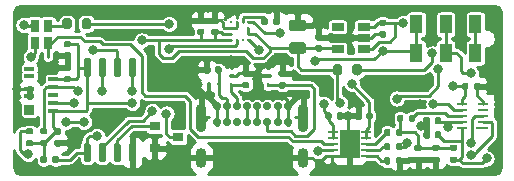
<source format=gtl>
G04 #@! TF.GenerationSoftware,KiCad,Pcbnew,(5.1.9-0-10_14)*
G04 #@! TF.CreationDate,2025-05-13T11:21:21-05:00*
G04 #@! TF.ProjectId,DTYF Beta,44545946-2042-4657-9461-2e6b69636164,rev?*
G04 #@! TF.SameCoordinates,Original*
G04 #@! TF.FileFunction,Copper,L1,Top*
G04 #@! TF.FilePolarity,Positive*
%FSLAX46Y46*%
G04 Gerber Fmt 4.6, Leading zero omitted, Abs format (unit mm)*
G04 Created by KiCad (PCBNEW (5.1.9-0-10_14)) date 2025-05-13 11:21:21*
%MOMM*%
%LPD*%
G01*
G04 APERTURE LIST*
G04 #@! TA.AperFunction,SMDPad,CuDef*
%ADD10R,1.092200X0.254000*%
G04 #@! TD*
G04 #@! TA.AperFunction,SMDPad,CuDef*
%ADD11R,0.965200X0.254000*%
G04 #@! TD*
G04 #@! TA.AperFunction,SMDPad,CuDef*
%ADD12R,0.279400X0.254000*%
G04 #@! TD*
G04 #@! TA.AperFunction,SMDPad,CuDef*
%ADD13R,0.254000X0.279400*%
G04 #@! TD*
G04 #@! TA.AperFunction,SMDPad,CuDef*
%ADD14R,0.812800X0.254000*%
G04 #@! TD*
G04 #@! TA.AperFunction,SMDPad,CuDef*
%ADD15R,1.752600X2.489200*%
G04 #@! TD*
G04 #@! TA.AperFunction,SMDPad,CuDef*
%ADD16R,1.000000X1.600000*%
G04 #@! TD*
G04 #@! TA.AperFunction,ComponentPad*
%ADD17C,0.700000*%
G04 #@! TD*
G04 #@! TA.AperFunction,ComponentPad*
%ADD18O,0.900000X2.400000*%
G04 #@! TD*
G04 #@! TA.AperFunction,ComponentPad*
%ADD19O,0.900000X1.700000*%
G04 #@! TD*
G04 #@! TA.AperFunction,SMDPad,CuDef*
%ADD20R,0.800000X1.000000*%
G04 #@! TD*
G04 #@! TA.AperFunction,SMDPad,CuDef*
%ADD21R,0.812800X0.838200*%
G04 #@! TD*
G04 #@! TA.AperFunction,SMDPad,CuDef*
%ADD22R,0.812800X0.355600*%
G04 #@! TD*
G04 #@! TA.AperFunction,SMDPad,CuDef*
%ADD23R,0.900000X0.800000*%
G04 #@! TD*
G04 #@! TA.AperFunction,SMDPad,CuDef*
%ADD24R,1.060000X0.650000*%
G04 #@! TD*
G04 #@! TA.AperFunction,SMDPad,CuDef*
%ADD25R,0.360000X0.250000*%
G04 #@! TD*
G04 #@! TA.AperFunction,SMDPad,CuDef*
%ADD26R,0.250000X0.360000*%
G04 #@! TD*
G04 #@! TA.AperFunction,ViaPad*
%ADD27C,0.800000*%
G04 #@! TD*
G04 #@! TA.AperFunction,Conductor*
%ADD28C,0.250000*%
G04 #@! TD*
G04 #@! TA.AperFunction,Conductor*
%ADD29C,0.100000*%
G04 #@! TD*
G04 APERTURE END LIST*
D10*
X160012800Y-100700001D03*
D11*
X160076300Y-100199999D03*
X160076300Y-99700000D03*
X160076300Y-99200001D03*
X160076300Y-98699999D03*
X158323700Y-98699999D03*
X158323700Y-99200001D03*
X158323700Y-99700000D03*
X158323700Y-100199999D03*
X158323700Y-100700001D03*
D12*
X140236600Y-93250189D03*
X140236600Y-92750063D03*
X140236600Y-92249937D03*
X140236600Y-91749811D03*
D13*
X139750063Y-91763400D03*
X139249937Y-91763400D03*
D12*
X138763400Y-91749811D03*
X138763400Y-92249937D03*
X138763400Y-92750063D03*
X138763400Y-93250189D03*
D13*
X139249937Y-93236600D03*
X139750063Y-93236600D03*
G04 #@! TA.AperFunction,SMDPad,CuDef*
G36*
G01*
X149800000Y-99530000D02*
X149800000Y-99870000D01*
G75*
G02*
X149660000Y-100010000I-140000J0D01*
G01*
X149380000Y-100010000D01*
G75*
G02*
X149240000Y-99870000I0J140000D01*
G01*
X149240000Y-99530000D01*
G75*
G02*
X149380000Y-99390000I140000J0D01*
G01*
X149660000Y-99390000D01*
G75*
G02*
X149800000Y-99530000I0J-140000D01*
G01*
G37*
G04 #@! TD.AperFunction*
G04 #@! TA.AperFunction,SMDPad,CuDef*
G36*
G01*
X150760000Y-99530000D02*
X150760000Y-99870000D01*
G75*
G02*
X150620000Y-100010000I-140000J0D01*
G01*
X150340000Y-100010000D01*
G75*
G02*
X150200000Y-99870000I0J140000D01*
G01*
X150200000Y-99530000D01*
G75*
G02*
X150340000Y-99390000I140000J0D01*
G01*
X150620000Y-99390000D01*
G75*
G02*
X150760000Y-99530000I0J-140000D01*
G01*
G37*
G04 #@! TD.AperFunction*
D14*
X147403000Y-101099999D03*
X147403000Y-101600001D03*
X147403000Y-102100000D03*
X147403000Y-102599999D03*
X147403000Y-103100001D03*
X150197000Y-103100001D03*
X150197000Y-102599999D03*
X150197000Y-102100000D03*
X150197000Y-101600001D03*
X150197000Y-101099999D03*
D15*
X148800000Y-102100000D03*
G04 #@! TA.AperFunction,SMDPad,CuDef*
G36*
G01*
X126745000Y-96400000D02*
X126445000Y-96400000D01*
G75*
G02*
X126295000Y-96250000I0J150000D01*
G01*
X126295000Y-94950000D01*
G75*
G02*
X126445000Y-94800000I150000J0D01*
G01*
X126745000Y-94800000D01*
G75*
G02*
X126895000Y-94950000I0J-150000D01*
G01*
X126895000Y-96250000D01*
G75*
G02*
X126745000Y-96400000I-150000J0D01*
G01*
G37*
G04 #@! TD.AperFunction*
G04 #@! TA.AperFunction,SMDPad,CuDef*
G36*
G01*
X128015000Y-96400000D02*
X127715000Y-96400000D01*
G75*
G02*
X127565000Y-96250000I0J150000D01*
G01*
X127565000Y-94950000D01*
G75*
G02*
X127715000Y-94800000I150000J0D01*
G01*
X128015000Y-94800000D01*
G75*
G02*
X128165000Y-94950000I0J-150000D01*
G01*
X128165000Y-96250000D01*
G75*
G02*
X128015000Y-96400000I-150000J0D01*
G01*
G37*
G04 #@! TD.AperFunction*
G04 #@! TA.AperFunction,SMDPad,CuDef*
G36*
G01*
X129285000Y-96400000D02*
X128985000Y-96400000D01*
G75*
G02*
X128835000Y-96250000I0J150000D01*
G01*
X128835000Y-94950000D01*
G75*
G02*
X128985000Y-94800000I150000J0D01*
G01*
X129285000Y-94800000D01*
G75*
G02*
X129435000Y-94950000I0J-150000D01*
G01*
X129435000Y-96250000D01*
G75*
G02*
X129285000Y-96400000I-150000J0D01*
G01*
G37*
G04 #@! TD.AperFunction*
G04 #@! TA.AperFunction,SMDPad,CuDef*
G36*
G01*
X130555000Y-96400000D02*
X130255000Y-96400000D01*
G75*
G02*
X130105000Y-96250000I0J150000D01*
G01*
X130105000Y-94950000D01*
G75*
G02*
X130255000Y-94800000I150000J0D01*
G01*
X130555000Y-94800000D01*
G75*
G02*
X130705000Y-94950000I0J-150000D01*
G01*
X130705000Y-96250000D01*
G75*
G02*
X130555000Y-96400000I-150000J0D01*
G01*
G37*
G04 #@! TD.AperFunction*
G04 #@! TA.AperFunction,SMDPad,CuDef*
G36*
G01*
X130555000Y-103600000D02*
X130255000Y-103600000D01*
G75*
G02*
X130105000Y-103450000I0J150000D01*
G01*
X130105000Y-102150000D01*
G75*
G02*
X130255000Y-102000000I150000J0D01*
G01*
X130555000Y-102000000D01*
G75*
G02*
X130705000Y-102150000I0J-150000D01*
G01*
X130705000Y-103450000D01*
G75*
G02*
X130555000Y-103600000I-150000J0D01*
G01*
G37*
G04 #@! TD.AperFunction*
G04 #@! TA.AperFunction,SMDPad,CuDef*
G36*
G01*
X129285000Y-103600000D02*
X128985000Y-103600000D01*
G75*
G02*
X128835000Y-103450000I0J150000D01*
G01*
X128835000Y-102150000D01*
G75*
G02*
X128985000Y-102000000I150000J0D01*
G01*
X129285000Y-102000000D01*
G75*
G02*
X129435000Y-102150000I0J-150000D01*
G01*
X129435000Y-103450000D01*
G75*
G02*
X129285000Y-103600000I-150000J0D01*
G01*
G37*
G04 #@! TD.AperFunction*
G04 #@! TA.AperFunction,SMDPad,CuDef*
G36*
G01*
X128015000Y-103600000D02*
X127715000Y-103600000D01*
G75*
G02*
X127565000Y-103450000I0J150000D01*
G01*
X127565000Y-102150000D01*
G75*
G02*
X127715000Y-102000000I150000J0D01*
G01*
X128015000Y-102000000D01*
G75*
G02*
X128165000Y-102150000I0J-150000D01*
G01*
X128165000Y-103450000D01*
G75*
G02*
X128015000Y-103600000I-150000J0D01*
G01*
G37*
G04 #@! TD.AperFunction*
G04 #@! TA.AperFunction,SMDPad,CuDef*
G36*
G01*
X126745000Y-103600000D02*
X126445000Y-103600000D01*
G75*
G02*
X126295000Y-103450000I0J150000D01*
G01*
X126295000Y-102150000D01*
G75*
G02*
X126445000Y-102000000I150000J0D01*
G01*
X126745000Y-102000000D01*
G75*
G02*
X126895000Y-102150000I0J-150000D01*
G01*
X126895000Y-103450000D01*
G75*
G02*
X126745000Y-103600000I-150000J0D01*
G01*
G37*
G04 #@! TD.AperFunction*
D16*
X159450000Y-94350000D03*
X156950000Y-94350000D03*
X154450000Y-94350000D03*
X154450000Y-91950000D03*
X156950000Y-91950000D03*
X159450000Y-91950000D03*
G04 #@! TA.AperFunction,SMDPad,CuDef*
G36*
G01*
X155600000Y-101130000D02*
X155600000Y-101470000D01*
G75*
G02*
X155460000Y-101610000I-140000J0D01*
G01*
X155180000Y-101610000D01*
G75*
G02*
X155040000Y-101470000I0J140000D01*
G01*
X155040000Y-101130000D01*
G75*
G02*
X155180000Y-100990000I140000J0D01*
G01*
X155460000Y-100990000D01*
G75*
G02*
X155600000Y-101130000I0J-140000D01*
G01*
G37*
G04 #@! TD.AperFunction*
G04 #@! TA.AperFunction,SMDPad,CuDef*
G36*
G01*
X156560000Y-101130000D02*
X156560000Y-101470000D01*
G75*
G02*
X156420000Y-101610000I-140000J0D01*
G01*
X156140000Y-101610000D01*
G75*
G02*
X156000000Y-101470000I0J140000D01*
G01*
X156000000Y-101130000D01*
G75*
G02*
X156140000Y-100990000I140000J0D01*
G01*
X156420000Y-100990000D01*
G75*
G02*
X156560000Y-101130000I0J-140000D01*
G01*
G37*
G04 #@! TD.AperFunction*
D17*
X137600000Y-98900000D03*
X138450000Y-98900000D03*
X139300000Y-98900000D03*
X140150000Y-98900000D03*
X141000000Y-98900000D03*
X141850000Y-98900000D03*
X142700000Y-98900000D03*
X143550000Y-98900000D03*
X138450000Y-100250000D03*
X140150000Y-100250000D03*
X139300000Y-100250000D03*
X137600000Y-100250000D03*
X141850000Y-100250000D03*
X142700000Y-100250000D03*
X143550000Y-100250000D03*
X141000000Y-100250000D03*
D18*
X136250000Y-99880000D03*
X144900000Y-99880000D03*
D19*
X136250000Y-103260000D03*
X144900000Y-103260000D03*
D20*
X123250000Y-92050000D03*
X123250000Y-93550000D03*
X122150000Y-93550000D03*
X122150000Y-92050000D03*
D21*
X121699999Y-99162000D03*
D22*
X121699999Y-98023000D03*
X121699999Y-97417000D03*
X121699999Y-96327000D03*
X121699999Y-95691000D03*
X123700001Y-96583000D03*
X123700001Y-97268000D03*
X123700001Y-97953000D03*
X123700001Y-98638000D03*
X123700001Y-99323000D03*
G04 #@! TA.AperFunction,SMDPad,CuDef*
G36*
G01*
X123930000Y-100740000D02*
X124270000Y-100740000D01*
G75*
G02*
X124410000Y-100880000I0J-140000D01*
G01*
X124410000Y-101160000D01*
G75*
G02*
X124270000Y-101300000I-140000J0D01*
G01*
X123930000Y-101300000D01*
G75*
G02*
X123790000Y-101160000I0J140000D01*
G01*
X123790000Y-100880000D01*
G75*
G02*
X123930000Y-100740000I140000J0D01*
G01*
G37*
G04 #@! TD.AperFunction*
G04 #@! TA.AperFunction,SMDPad,CuDef*
G36*
G01*
X123930000Y-101700000D02*
X124270000Y-101700000D01*
G75*
G02*
X124410000Y-101840000I0J-140000D01*
G01*
X124410000Y-102120000D01*
G75*
G02*
X124270000Y-102260000I-140000J0D01*
G01*
X123930000Y-102260000D01*
G75*
G02*
X123790000Y-102120000I0J140000D01*
G01*
X123790000Y-101840000D01*
G75*
G02*
X123930000Y-101700000I140000J0D01*
G01*
G37*
G04 #@! TD.AperFunction*
G04 #@! TA.AperFunction,SMDPad,CuDef*
G36*
G01*
X142300000Y-91870000D02*
X142300000Y-91530000D01*
G75*
G02*
X142440000Y-91390000I140000J0D01*
G01*
X142720000Y-91390000D01*
G75*
G02*
X142860000Y-91530000I0J-140000D01*
G01*
X142860000Y-91870000D01*
G75*
G02*
X142720000Y-92010000I-140000J0D01*
G01*
X142440000Y-92010000D01*
G75*
G02*
X142300000Y-91870000I0J140000D01*
G01*
G37*
G04 #@! TD.AperFunction*
G04 #@! TA.AperFunction,SMDPad,CuDef*
G36*
G01*
X141340000Y-91870000D02*
X141340000Y-91530000D01*
G75*
G02*
X141480000Y-91390000I140000J0D01*
G01*
X141760000Y-91390000D01*
G75*
G02*
X141900000Y-91530000I0J-140000D01*
G01*
X141900000Y-91870000D01*
G75*
G02*
X141760000Y-92010000I-140000J0D01*
G01*
X141480000Y-92010000D01*
G75*
G02*
X141340000Y-91870000I0J140000D01*
G01*
G37*
G04 #@! TD.AperFunction*
G04 #@! TA.AperFunction,SMDPad,CuDef*
G36*
G01*
X125070000Y-96860000D02*
X124730000Y-96860000D01*
G75*
G02*
X124590000Y-96720000I0J140000D01*
G01*
X124590000Y-96440000D01*
G75*
G02*
X124730000Y-96300000I140000J0D01*
G01*
X125070000Y-96300000D01*
G75*
G02*
X125210000Y-96440000I0J-140000D01*
G01*
X125210000Y-96720000D01*
G75*
G02*
X125070000Y-96860000I-140000J0D01*
G01*
G37*
G04 #@! TD.AperFunction*
G04 #@! TA.AperFunction,SMDPad,CuDef*
G36*
G01*
X125070000Y-95900000D02*
X124730000Y-95900000D01*
G75*
G02*
X124590000Y-95760000I0J140000D01*
G01*
X124590000Y-95480000D01*
G75*
G02*
X124730000Y-95340000I140000J0D01*
G01*
X125070000Y-95340000D01*
G75*
G02*
X125210000Y-95480000I0J-140000D01*
G01*
X125210000Y-95760000D01*
G75*
G02*
X125070000Y-95900000I-140000J0D01*
G01*
G37*
G04 #@! TD.AperFunction*
G04 #@! TA.AperFunction,SMDPad,CuDef*
G36*
G01*
X156560000Y-99930000D02*
X156560000Y-100270000D01*
G75*
G02*
X156420000Y-100410000I-140000J0D01*
G01*
X156140000Y-100410000D01*
G75*
G02*
X156000000Y-100270000I0J140000D01*
G01*
X156000000Y-99930000D01*
G75*
G02*
X156140000Y-99790000I140000J0D01*
G01*
X156420000Y-99790000D01*
G75*
G02*
X156560000Y-99930000I0J-140000D01*
G01*
G37*
G04 #@! TD.AperFunction*
G04 #@! TA.AperFunction,SMDPad,CuDef*
G36*
G01*
X155600000Y-99930000D02*
X155600000Y-100270000D01*
G75*
G02*
X155460000Y-100410000I-140000J0D01*
G01*
X155180000Y-100410000D01*
G75*
G02*
X155040000Y-100270000I0J140000D01*
G01*
X155040000Y-99930000D01*
G75*
G02*
X155180000Y-99790000I140000J0D01*
G01*
X155460000Y-99790000D01*
G75*
G02*
X155600000Y-99930000I0J-140000D01*
G01*
G37*
G04 #@! TD.AperFunction*
G04 #@! TA.AperFunction,SMDPad,CuDef*
G36*
G01*
X136370000Y-92860000D02*
X136030000Y-92860000D01*
G75*
G02*
X135890000Y-92720000I0J140000D01*
G01*
X135890000Y-92440000D01*
G75*
G02*
X136030000Y-92300000I140000J0D01*
G01*
X136370000Y-92300000D01*
G75*
G02*
X136510000Y-92440000I0J-140000D01*
G01*
X136510000Y-92720000D01*
G75*
G02*
X136370000Y-92860000I-140000J0D01*
G01*
G37*
G04 #@! TD.AperFunction*
G04 #@! TA.AperFunction,SMDPad,CuDef*
G36*
G01*
X136370000Y-91900000D02*
X136030000Y-91900000D01*
G75*
G02*
X135890000Y-91760000I0J140000D01*
G01*
X135890000Y-91480000D01*
G75*
G02*
X136030000Y-91340000I140000J0D01*
G01*
X136370000Y-91340000D01*
G75*
G02*
X136510000Y-91480000I0J-140000D01*
G01*
X136510000Y-91760000D01*
G75*
G02*
X136370000Y-91900000I-140000J0D01*
G01*
G37*
G04 #@! TD.AperFunction*
G04 #@! TA.AperFunction,SMDPad,CuDef*
G36*
G01*
X137570000Y-91900000D02*
X137230000Y-91900000D01*
G75*
G02*
X137090000Y-91760000I0J140000D01*
G01*
X137090000Y-91480000D01*
G75*
G02*
X137230000Y-91340000I140000J0D01*
G01*
X137570000Y-91340000D01*
G75*
G02*
X137710000Y-91480000I0J-140000D01*
G01*
X137710000Y-91760000D01*
G75*
G02*
X137570000Y-91900000I-140000J0D01*
G01*
G37*
G04 #@! TD.AperFunction*
G04 #@! TA.AperFunction,SMDPad,CuDef*
G36*
G01*
X137570000Y-92860000D02*
X137230000Y-92860000D01*
G75*
G02*
X137090000Y-92720000I0J140000D01*
G01*
X137090000Y-92440000D01*
G75*
G02*
X137230000Y-92300000I140000J0D01*
G01*
X137570000Y-92300000D01*
G75*
G02*
X137710000Y-92440000I0J-140000D01*
G01*
X137710000Y-92720000D01*
G75*
G02*
X137570000Y-92860000I-140000J0D01*
G01*
G37*
G04 #@! TD.AperFunction*
G04 #@! TA.AperFunction,SMDPad,CuDef*
G36*
G01*
X146740000Y-99870000D02*
X146740000Y-99530000D01*
G75*
G02*
X146880000Y-99390000I140000J0D01*
G01*
X147160000Y-99390000D01*
G75*
G02*
X147300000Y-99530000I0J-140000D01*
G01*
X147300000Y-99870000D01*
G75*
G02*
X147160000Y-100010000I-140000J0D01*
G01*
X146880000Y-100010000D01*
G75*
G02*
X146740000Y-99870000I0J140000D01*
G01*
G37*
G04 #@! TD.AperFunction*
G04 #@! TA.AperFunction,SMDPad,CuDef*
G36*
G01*
X147700000Y-99870000D02*
X147700000Y-99530000D01*
G75*
G02*
X147840000Y-99390000I140000J0D01*
G01*
X148120000Y-99390000D01*
G75*
G02*
X148260000Y-99530000I0J-140000D01*
G01*
X148260000Y-99870000D01*
G75*
G02*
X148120000Y-100010000I-140000J0D01*
G01*
X147840000Y-100010000D01*
G75*
G02*
X147700000Y-99870000I0J140000D01*
G01*
G37*
G04 #@! TD.AperFunction*
G04 #@! TA.AperFunction,SMDPad,CuDef*
G36*
G01*
X124730000Y-94300000D02*
X125070000Y-94300000D01*
G75*
G02*
X125210000Y-94440000I0J-140000D01*
G01*
X125210000Y-94720000D01*
G75*
G02*
X125070000Y-94860000I-140000J0D01*
G01*
X124730000Y-94860000D01*
G75*
G02*
X124590000Y-94720000I0J140000D01*
G01*
X124590000Y-94440000D01*
G75*
G02*
X124730000Y-94300000I140000J0D01*
G01*
G37*
G04 #@! TD.AperFunction*
G04 #@! TA.AperFunction,SMDPad,CuDef*
G36*
G01*
X124730000Y-93340000D02*
X125070000Y-93340000D01*
G75*
G02*
X125210000Y-93480000I0J-140000D01*
G01*
X125210000Y-93760000D01*
G75*
G02*
X125070000Y-93900000I-140000J0D01*
G01*
X124730000Y-93900000D01*
G75*
G02*
X124590000Y-93760000I0J140000D01*
G01*
X124590000Y-93480000D01*
G75*
G02*
X124730000Y-93340000I140000J0D01*
G01*
G37*
G04 #@! TD.AperFunction*
G04 #@! TA.AperFunction,SMDPad,CuDef*
G36*
G01*
X151430000Y-92500000D02*
X151770000Y-92500000D01*
G75*
G02*
X151910000Y-92640000I0J-140000D01*
G01*
X151910000Y-92920000D01*
G75*
G02*
X151770000Y-93060000I-140000J0D01*
G01*
X151430000Y-93060000D01*
G75*
G02*
X151290000Y-92920000I0J140000D01*
G01*
X151290000Y-92640000D01*
G75*
G02*
X151430000Y-92500000I140000J0D01*
G01*
G37*
G04 #@! TD.AperFunction*
G04 #@! TA.AperFunction,SMDPad,CuDef*
G36*
G01*
X151430000Y-91540000D02*
X151770000Y-91540000D01*
G75*
G02*
X151910000Y-91680000I0J-140000D01*
G01*
X151910000Y-91960000D01*
G75*
G02*
X151770000Y-92100000I-140000J0D01*
G01*
X151430000Y-92100000D01*
G75*
G02*
X151290000Y-91960000I0J140000D01*
G01*
X151290000Y-91680000D01*
G75*
G02*
X151430000Y-91540000I140000J0D01*
G01*
G37*
G04 #@! TD.AperFunction*
G04 #@! TA.AperFunction,SMDPad,CuDef*
G36*
G01*
X137000000Y-95630000D02*
X137000000Y-95970000D01*
G75*
G02*
X136860000Y-96110000I-140000J0D01*
G01*
X136580000Y-96110000D01*
G75*
G02*
X136440000Y-95970000I0J140000D01*
G01*
X136440000Y-95630000D01*
G75*
G02*
X136580000Y-95490000I140000J0D01*
G01*
X136860000Y-95490000D01*
G75*
G02*
X137000000Y-95630000I0J-140000D01*
G01*
G37*
G04 #@! TD.AperFunction*
G04 #@! TA.AperFunction,SMDPad,CuDef*
G36*
G01*
X137960000Y-95630000D02*
X137960000Y-95970000D01*
G75*
G02*
X137820000Y-96110000I-140000J0D01*
G01*
X137540000Y-96110000D01*
G75*
G02*
X137400000Y-95970000I0J140000D01*
G01*
X137400000Y-95630000D01*
G75*
G02*
X137540000Y-95490000I140000J0D01*
G01*
X137820000Y-95490000D01*
G75*
G02*
X137960000Y-95630000I0J-140000D01*
G01*
G37*
G04 #@! TD.AperFunction*
G04 #@! TA.AperFunction,SMDPad,CuDef*
G36*
G01*
X146370000Y-94260000D02*
X146030000Y-94260000D01*
G75*
G02*
X145890000Y-94120000I0J140000D01*
G01*
X145890000Y-93840000D01*
G75*
G02*
X146030000Y-93700000I140000J0D01*
G01*
X146370000Y-93700000D01*
G75*
G02*
X146510000Y-93840000I0J-140000D01*
G01*
X146510000Y-94120000D01*
G75*
G02*
X146370000Y-94260000I-140000J0D01*
G01*
G37*
G04 #@! TD.AperFunction*
G04 #@! TA.AperFunction,SMDPad,CuDef*
G36*
G01*
X146370000Y-93300000D02*
X146030000Y-93300000D01*
G75*
G02*
X145890000Y-93160000I0J140000D01*
G01*
X145890000Y-92880000D01*
G75*
G02*
X146030000Y-92740000I140000J0D01*
G01*
X146370000Y-92740000D01*
G75*
G02*
X146510000Y-92880000I0J-140000D01*
G01*
X146510000Y-93160000D01*
G75*
G02*
X146370000Y-93300000I-140000J0D01*
G01*
G37*
G04 #@! TD.AperFunction*
G04 #@! TA.AperFunction,SMDPad,CuDef*
G36*
G01*
X144875000Y-94450000D02*
X143925000Y-94450000D01*
G75*
G02*
X143675000Y-94200000I0J250000D01*
G01*
X143675000Y-93700000D01*
G75*
G02*
X143925000Y-93450000I250000J0D01*
G01*
X144875000Y-93450000D01*
G75*
G02*
X145125000Y-93700000I0J-250000D01*
G01*
X145125000Y-94200000D01*
G75*
G02*
X144875000Y-94450000I-250000J0D01*
G01*
G37*
G04 #@! TD.AperFunction*
G04 #@! TA.AperFunction,SMDPad,CuDef*
G36*
G01*
X144875000Y-92550000D02*
X143925000Y-92550000D01*
G75*
G02*
X143675000Y-92300000I0J250000D01*
G01*
X143675000Y-91800000D01*
G75*
G02*
X143925000Y-91550000I250000J0D01*
G01*
X144875000Y-91550000D01*
G75*
G02*
X145125000Y-91800000I0J-250000D01*
G01*
X145125000Y-92300000D01*
G75*
G02*
X144875000Y-92550000I-250000J0D01*
G01*
G37*
G04 #@! TD.AperFunction*
D23*
X134300000Y-101500000D03*
X132300000Y-102450000D03*
X132300000Y-100550000D03*
G04 #@! TA.AperFunction,SMDPad,CuDef*
G36*
G01*
X125275000Y-91625000D02*
X125275000Y-92175000D01*
G75*
G02*
X125075000Y-92375000I-200000J0D01*
G01*
X124675000Y-92375000D01*
G75*
G02*
X124475000Y-92175000I0J200000D01*
G01*
X124475000Y-91625000D01*
G75*
G02*
X124675000Y-91425000I200000J0D01*
G01*
X125075000Y-91425000D01*
G75*
G02*
X125275000Y-91625000I0J-200000D01*
G01*
G37*
G04 #@! TD.AperFunction*
G04 #@! TA.AperFunction,SMDPad,CuDef*
G36*
G01*
X126925000Y-91625000D02*
X126925000Y-92175000D01*
G75*
G02*
X126725000Y-92375000I-200000J0D01*
G01*
X126325000Y-92375000D01*
G75*
G02*
X126125000Y-92175000I0J200000D01*
G01*
X126125000Y-91625000D01*
G75*
G02*
X126325000Y-91425000I200000J0D01*
G01*
X126725000Y-91425000D01*
G75*
G02*
X126925000Y-91625000I0J-200000D01*
G01*
G37*
G04 #@! TD.AperFunction*
G04 #@! TA.AperFunction,SMDPad,CuDef*
G36*
G01*
X159340000Y-97385000D02*
X159340000Y-97015000D01*
G75*
G02*
X159475000Y-96880000I135000J0D01*
G01*
X159745000Y-96880000D01*
G75*
G02*
X159880000Y-97015000I0J-135000D01*
G01*
X159880000Y-97385000D01*
G75*
G02*
X159745000Y-97520000I-135000J0D01*
G01*
X159475000Y-97520000D01*
G75*
G02*
X159340000Y-97385000I0J135000D01*
G01*
G37*
G04 #@! TD.AperFunction*
G04 #@! TA.AperFunction,SMDPad,CuDef*
G36*
G01*
X158320000Y-97385000D02*
X158320000Y-97015000D01*
G75*
G02*
X158455000Y-96880000I135000J0D01*
G01*
X158725000Y-96880000D01*
G75*
G02*
X158860000Y-97015000I0J-135000D01*
G01*
X158860000Y-97385000D01*
G75*
G02*
X158725000Y-97520000I-135000J0D01*
G01*
X158455000Y-97520000D01*
G75*
G02*
X158320000Y-97385000I0J135000D01*
G01*
G37*
G04 #@! TD.AperFunction*
G04 #@! TA.AperFunction,SMDPad,CuDef*
G36*
G01*
X153360000Y-99715000D02*
X153360000Y-100085000D01*
G75*
G02*
X153225000Y-100220000I-135000J0D01*
G01*
X152955000Y-100220000D01*
G75*
G02*
X152820000Y-100085000I0J135000D01*
G01*
X152820000Y-99715000D01*
G75*
G02*
X152955000Y-99580000I135000J0D01*
G01*
X153225000Y-99580000D01*
G75*
G02*
X153360000Y-99715000I0J-135000D01*
G01*
G37*
G04 #@! TD.AperFunction*
G04 #@! TA.AperFunction,SMDPad,CuDef*
G36*
G01*
X154380000Y-99715000D02*
X154380000Y-100085000D01*
G75*
G02*
X154245000Y-100220000I-135000J0D01*
G01*
X153975000Y-100220000D01*
G75*
G02*
X153840000Y-100085000I0J135000D01*
G01*
X153840000Y-99715000D01*
G75*
G02*
X153975000Y-99580000I135000J0D01*
G01*
X154245000Y-99580000D01*
G75*
G02*
X154380000Y-99715000I0J-135000D01*
G01*
G37*
G04 #@! TD.AperFunction*
G04 #@! TA.AperFunction,SMDPad,CuDef*
G36*
G01*
X157785000Y-102660000D02*
X157415000Y-102660000D01*
G75*
G02*
X157280000Y-102525000I0J135000D01*
G01*
X157280000Y-102255000D01*
G75*
G02*
X157415000Y-102120000I135000J0D01*
G01*
X157785000Y-102120000D01*
G75*
G02*
X157920000Y-102255000I0J-135000D01*
G01*
X157920000Y-102525000D01*
G75*
G02*
X157785000Y-102660000I-135000J0D01*
G01*
G37*
G04 #@! TD.AperFunction*
G04 #@! TA.AperFunction,SMDPad,CuDef*
G36*
G01*
X157785000Y-103680000D02*
X157415000Y-103680000D01*
G75*
G02*
X157280000Y-103545000I0J135000D01*
G01*
X157280000Y-103275000D01*
G75*
G02*
X157415000Y-103140000I135000J0D01*
G01*
X157785000Y-103140000D01*
G75*
G02*
X157920000Y-103275000I0J-135000D01*
G01*
X157920000Y-103545000D01*
G75*
G02*
X157785000Y-103680000I-135000J0D01*
G01*
G37*
G04 #@! TD.AperFunction*
G04 #@! TA.AperFunction,SMDPad,CuDef*
G36*
G01*
X154415000Y-102120000D02*
X154785000Y-102120000D01*
G75*
G02*
X154920000Y-102255000I0J-135000D01*
G01*
X154920000Y-102525000D01*
G75*
G02*
X154785000Y-102660000I-135000J0D01*
G01*
X154415000Y-102660000D01*
G75*
G02*
X154280000Y-102525000I0J135000D01*
G01*
X154280000Y-102255000D01*
G75*
G02*
X154415000Y-102120000I135000J0D01*
G01*
G37*
G04 #@! TD.AperFunction*
G04 #@! TA.AperFunction,SMDPad,CuDef*
G36*
G01*
X154415000Y-103140000D02*
X154785000Y-103140000D01*
G75*
G02*
X154920000Y-103275000I0J-135000D01*
G01*
X154920000Y-103545000D01*
G75*
G02*
X154785000Y-103680000I-135000J0D01*
G01*
X154415000Y-103680000D01*
G75*
G02*
X154280000Y-103545000I0J135000D01*
G01*
X154280000Y-103275000D01*
G75*
G02*
X154415000Y-103140000I135000J0D01*
G01*
G37*
G04 #@! TD.AperFunction*
G04 #@! TA.AperFunction,SMDPad,CuDef*
G36*
G01*
X152740000Y-101285000D02*
X152740000Y-100915000D01*
G75*
G02*
X152875000Y-100780000I135000J0D01*
G01*
X153145000Y-100780000D01*
G75*
G02*
X153280000Y-100915000I0J-135000D01*
G01*
X153280000Y-101285000D01*
G75*
G02*
X153145000Y-101420000I-135000J0D01*
G01*
X152875000Y-101420000D01*
G75*
G02*
X152740000Y-101285000I0J135000D01*
G01*
G37*
G04 #@! TD.AperFunction*
G04 #@! TA.AperFunction,SMDPad,CuDef*
G36*
G01*
X151720000Y-101285000D02*
X151720000Y-100915000D01*
G75*
G02*
X151855000Y-100780000I135000J0D01*
G01*
X152125000Y-100780000D01*
G75*
G02*
X152260000Y-100915000I0J-135000D01*
G01*
X152260000Y-101285000D01*
G75*
G02*
X152125000Y-101420000I-135000J0D01*
G01*
X151855000Y-101420000D01*
G75*
G02*
X151720000Y-101285000I0J135000D01*
G01*
G37*
G04 #@! TD.AperFunction*
G04 #@! TA.AperFunction,SMDPad,CuDef*
G36*
G01*
X124180000Y-103215000D02*
X124180000Y-103585000D01*
G75*
G02*
X124045000Y-103720000I-135000J0D01*
G01*
X123775000Y-103720000D01*
G75*
G02*
X123640000Y-103585000I0J135000D01*
G01*
X123640000Y-103215000D01*
G75*
G02*
X123775000Y-103080000I135000J0D01*
G01*
X124045000Y-103080000D01*
G75*
G02*
X124180000Y-103215000I0J-135000D01*
G01*
G37*
G04 #@! TD.AperFunction*
G04 #@! TA.AperFunction,SMDPad,CuDef*
G36*
G01*
X123160000Y-103215000D02*
X123160000Y-103585000D01*
G75*
G02*
X123025000Y-103720000I-135000J0D01*
G01*
X122755000Y-103720000D01*
G75*
G02*
X122620000Y-103585000I0J135000D01*
G01*
X122620000Y-103215000D01*
G75*
G02*
X122755000Y-103080000I135000J0D01*
G01*
X123025000Y-103080000D01*
G75*
G02*
X123160000Y-103215000I0J-135000D01*
G01*
G37*
G04 #@! TD.AperFunction*
G04 #@! TA.AperFunction,SMDPad,CuDef*
G36*
G01*
X147375000Y-96075000D02*
X147375000Y-95525000D01*
G75*
G02*
X147575000Y-95325000I200000J0D01*
G01*
X147975000Y-95325000D01*
G75*
G02*
X148175000Y-95525000I0J-200000D01*
G01*
X148175000Y-96075000D01*
G75*
G02*
X147975000Y-96275000I-200000J0D01*
G01*
X147575000Y-96275000D01*
G75*
G02*
X147375000Y-96075000I0J200000D01*
G01*
G37*
G04 #@! TD.AperFunction*
G04 #@! TA.AperFunction,SMDPad,CuDef*
G36*
G01*
X149025000Y-96075000D02*
X149025000Y-95525000D01*
G75*
G02*
X149225000Y-95325000I200000J0D01*
G01*
X149625000Y-95325000D01*
G75*
G02*
X149825000Y-95525000I0J-200000D01*
G01*
X149825000Y-96075000D01*
G75*
G02*
X149625000Y-96275000I-200000J0D01*
G01*
X149225000Y-96275000D01*
G75*
G02*
X149025000Y-96075000I0J200000D01*
G01*
G37*
G04 #@! TD.AperFunction*
G04 #@! TA.AperFunction,SMDPad,CuDef*
G36*
G01*
X121515000Y-101740000D02*
X121885000Y-101740000D01*
G75*
G02*
X122020000Y-101875000I0J-135000D01*
G01*
X122020000Y-102145000D01*
G75*
G02*
X121885000Y-102280000I-135000J0D01*
G01*
X121515000Y-102280000D01*
G75*
G02*
X121380000Y-102145000I0J135000D01*
G01*
X121380000Y-101875000D01*
G75*
G02*
X121515000Y-101740000I135000J0D01*
G01*
G37*
G04 #@! TD.AperFunction*
G04 #@! TA.AperFunction,SMDPad,CuDef*
G36*
G01*
X121515000Y-100720000D02*
X121885000Y-100720000D01*
G75*
G02*
X122020000Y-100855000I0J-135000D01*
G01*
X122020000Y-101125000D01*
G75*
G02*
X121885000Y-101260000I-135000J0D01*
G01*
X121515000Y-101260000D01*
G75*
G02*
X121380000Y-101125000I0J135000D01*
G01*
X121380000Y-100855000D01*
G75*
G02*
X121515000Y-100720000I135000J0D01*
G01*
G37*
G04 #@! TD.AperFunction*
G04 #@! TA.AperFunction,SMDPad,CuDef*
G36*
G01*
X122715000Y-100720000D02*
X123085000Y-100720000D01*
G75*
G02*
X123220000Y-100855000I0J-135000D01*
G01*
X123220000Y-101125000D01*
G75*
G02*
X123085000Y-101260000I-135000J0D01*
G01*
X122715000Y-101260000D01*
G75*
G02*
X122580000Y-101125000I0J135000D01*
G01*
X122580000Y-100855000D01*
G75*
G02*
X122715000Y-100720000I135000J0D01*
G01*
G37*
G04 #@! TD.AperFunction*
G04 #@! TA.AperFunction,SMDPad,CuDef*
G36*
G01*
X122715000Y-101740000D02*
X123085000Y-101740000D01*
G75*
G02*
X123220000Y-101875000I0J-135000D01*
G01*
X123220000Y-102145000D01*
G75*
G02*
X123085000Y-102280000I-135000J0D01*
G01*
X122715000Y-102280000D01*
G75*
G02*
X122580000Y-102145000I0J135000D01*
G01*
X122580000Y-101875000D01*
G75*
G02*
X122715000Y-101740000I135000J0D01*
G01*
G37*
G04 #@! TD.AperFunction*
G04 #@! TA.AperFunction,SMDPad,CuDef*
G36*
G01*
X152740000Y-103685000D02*
X152740000Y-103315000D01*
G75*
G02*
X152875000Y-103180000I135000J0D01*
G01*
X153145000Y-103180000D01*
G75*
G02*
X153280000Y-103315000I0J-135000D01*
G01*
X153280000Y-103685000D01*
G75*
G02*
X153145000Y-103820000I-135000J0D01*
G01*
X152875000Y-103820000D01*
G75*
G02*
X152740000Y-103685000I0J135000D01*
G01*
G37*
G04 #@! TD.AperFunction*
G04 #@! TA.AperFunction,SMDPad,CuDef*
G36*
G01*
X151720000Y-103685000D02*
X151720000Y-103315000D01*
G75*
G02*
X151855000Y-103180000I135000J0D01*
G01*
X152125000Y-103180000D01*
G75*
G02*
X152260000Y-103315000I0J-135000D01*
G01*
X152260000Y-103685000D01*
G75*
G02*
X152125000Y-103820000I-135000J0D01*
G01*
X151855000Y-103820000D01*
G75*
G02*
X151720000Y-103685000I0J135000D01*
G01*
G37*
G04 #@! TD.AperFunction*
G04 #@! TA.AperFunction,SMDPad,CuDef*
G36*
G01*
X153280000Y-102115000D02*
X153280000Y-102485000D01*
G75*
G02*
X153145000Y-102620000I-135000J0D01*
G01*
X152875000Y-102620000D01*
G75*
G02*
X152740000Y-102485000I0J135000D01*
G01*
X152740000Y-102115000D01*
G75*
G02*
X152875000Y-101980000I135000J0D01*
G01*
X153145000Y-101980000D01*
G75*
G02*
X153280000Y-102115000I0J-135000D01*
G01*
G37*
G04 #@! TD.AperFunction*
G04 #@! TA.AperFunction,SMDPad,CuDef*
G36*
G01*
X152260000Y-102115000D02*
X152260000Y-102485000D01*
G75*
G02*
X152125000Y-102620000I-135000J0D01*
G01*
X151855000Y-102620000D01*
G75*
G02*
X151720000Y-102485000I0J135000D01*
G01*
X151720000Y-102115000D01*
G75*
G02*
X151855000Y-101980000I135000J0D01*
G01*
X152125000Y-101980000D01*
G75*
G02*
X152260000Y-102115000I0J-135000D01*
G01*
G37*
G04 #@! TD.AperFunction*
G04 #@! TA.AperFunction,SMDPad,CuDef*
G36*
G01*
X140185000Y-96350000D02*
X139815000Y-96350000D01*
G75*
G02*
X139680000Y-96215000I0J135000D01*
G01*
X139680000Y-95945000D01*
G75*
G02*
X139815000Y-95810000I135000J0D01*
G01*
X140185000Y-95810000D01*
G75*
G02*
X140320000Y-95945000I0J-135000D01*
G01*
X140320000Y-96215000D01*
G75*
G02*
X140185000Y-96350000I-135000J0D01*
G01*
G37*
G04 #@! TD.AperFunction*
G04 #@! TA.AperFunction,SMDPad,CuDef*
G36*
G01*
X140185000Y-97370000D02*
X139815000Y-97370000D01*
G75*
G02*
X139680000Y-97235000I0J135000D01*
G01*
X139680000Y-96965000D01*
G75*
G02*
X139815000Y-96830000I135000J0D01*
G01*
X140185000Y-96830000D01*
G75*
G02*
X140320000Y-96965000I0J-135000D01*
G01*
X140320000Y-97235000D01*
G75*
G02*
X140185000Y-97370000I-135000J0D01*
G01*
G37*
G04 #@! TD.AperFunction*
G04 #@! TA.AperFunction,SMDPad,CuDef*
G36*
G01*
X143285000Y-97380000D02*
X142915000Y-97380000D01*
G75*
G02*
X142780000Y-97245000I0J135000D01*
G01*
X142780000Y-96975000D01*
G75*
G02*
X142915000Y-96840000I135000J0D01*
G01*
X143285000Y-96840000D01*
G75*
G02*
X143420000Y-96975000I0J-135000D01*
G01*
X143420000Y-97245000D01*
G75*
G02*
X143285000Y-97380000I-135000J0D01*
G01*
G37*
G04 #@! TD.AperFunction*
G04 #@! TA.AperFunction,SMDPad,CuDef*
G36*
G01*
X143285000Y-96360000D02*
X142915000Y-96360000D01*
G75*
G02*
X142780000Y-96225000I0J135000D01*
G01*
X142780000Y-95955000D01*
G75*
G02*
X142915000Y-95820000I135000J0D01*
G01*
X143285000Y-95820000D01*
G75*
G02*
X143420000Y-95955000I0J-135000D01*
G01*
X143420000Y-96225000D01*
G75*
G02*
X143285000Y-96360000I-135000J0D01*
G01*
G37*
G04 #@! TD.AperFunction*
G04 #@! TA.AperFunction,SMDPad,CuDef*
G36*
G01*
X155915000Y-102120000D02*
X156285000Y-102120000D01*
G75*
G02*
X156420000Y-102255000I0J-135000D01*
G01*
X156420000Y-102525000D01*
G75*
G02*
X156285000Y-102660000I-135000J0D01*
G01*
X155915000Y-102660000D01*
G75*
G02*
X155780000Y-102525000I0J135000D01*
G01*
X155780000Y-102255000D01*
G75*
G02*
X155915000Y-102120000I135000J0D01*
G01*
G37*
G04 #@! TD.AperFunction*
G04 #@! TA.AperFunction,SMDPad,CuDef*
G36*
G01*
X155915000Y-103140000D02*
X156285000Y-103140000D01*
G75*
G02*
X156420000Y-103275000I0J-135000D01*
G01*
X156420000Y-103545000D01*
G75*
G02*
X156285000Y-103680000I-135000J0D01*
G01*
X155915000Y-103680000D01*
G75*
G02*
X155780000Y-103545000I0J135000D01*
G01*
X155780000Y-103275000D01*
G75*
G02*
X155915000Y-103140000I135000J0D01*
G01*
G37*
G04 #@! TD.AperFunction*
D24*
X150000000Y-94050000D03*
X150000000Y-93100000D03*
X150000000Y-92150000D03*
X147800000Y-92150000D03*
X147800000Y-94050000D03*
D25*
X136880000Y-97000000D03*
X137720000Y-97000000D03*
D26*
X141900000Y-97120000D03*
X141900000Y-96280000D03*
X138800000Y-97120000D03*
X138800000Y-96280000D03*
D27*
X130400000Y-98600003D03*
X131200000Y-93300000D03*
X157125000Y-100600000D03*
X148000000Y-98600000D03*
X120642000Y-97417000D03*
X123800000Y-95500000D03*
X141000000Y-96600000D03*
X154800000Y-98700000D03*
X154812653Y-100587347D03*
X151400000Y-99406239D03*
X148700000Y-99700000D03*
X134500000Y-98900000D03*
X147300000Y-93100000D03*
X148900000Y-93100000D03*
X127500000Y-99700000D03*
X133800000Y-96700000D03*
X138800000Y-95000000D03*
X135100000Y-95500000D03*
X135100000Y-96700000D03*
X122800000Y-95500000D03*
X160400000Y-103300000D03*
X159100000Y-96100000D03*
X153325000Y-91824230D03*
X153700000Y-102000000D03*
X146627027Y-98672973D03*
X133500000Y-91925000D03*
X145900000Y-95075000D03*
X149000000Y-97000000D03*
X151600000Y-94200000D03*
X121800000Y-94700000D03*
X124775000Y-100200000D03*
X146147096Y-102666130D03*
X126300000Y-100200000D03*
X121200000Y-92000000D03*
X127075000Y-94100000D03*
X156300000Y-95749999D03*
X152800000Y-98225000D03*
X133300000Y-99500000D03*
X155800000Y-94400000D03*
X157600000Y-97200000D03*
X127400000Y-101400000D03*
X155900000Y-98700000D03*
X159048700Y-103000000D03*
X130400000Y-97600000D03*
X121600000Y-102900000D03*
X125500000Y-98598000D03*
X142900000Y-92700000D03*
X127800000Y-97600000D03*
X159048700Y-102000000D03*
X125778086Y-97621914D03*
X141100000Y-94100000D03*
X133500000Y-94000000D03*
X132100000Y-99300000D03*
D28*
X124897000Y-96583000D02*
X124900000Y-96580000D01*
X123700001Y-96583000D02*
X124897000Y-96583000D01*
X123700001Y-99323000D02*
X126477000Y-99323000D01*
X126477000Y-99323000D02*
X126595000Y-99205000D01*
X121700000Y-102010000D02*
X122900000Y-102010000D01*
X122900000Y-103390000D02*
X122890000Y-103400000D01*
X122900000Y-102010000D02*
X122900000Y-103390000D01*
X123890000Y-101020000D02*
X124100000Y-101020000D01*
X122900000Y-102010000D02*
X123890000Y-101020000D01*
X123700001Y-100620001D02*
X124100000Y-101020000D01*
X123700001Y-99323000D02*
X123700001Y-100620001D01*
X125800000Y-96395000D02*
X125615000Y-96580000D01*
X125720000Y-93620000D02*
X125800000Y-93700000D01*
X125615000Y-96580000D02*
X124900000Y-96580000D01*
X124900000Y-93620000D02*
X125720000Y-93620000D01*
X126595000Y-95600000D02*
X125800000Y-95600000D01*
X125800000Y-95600000D02*
X125800000Y-96395000D01*
X125800000Y-93700000D02*
X125800000Y-95600000D01*
X137400000Y-92580000D02*
X137880000Y-92580000D01*
X138050063Y-92750063D02*
X138763400Y-92750063D01*
X137880000Y-92580000D02*
X138050063Y-92750063D01*
X136200000Y-92580000D02*
X136200000Y-93200000D01*
X136200000Y-93200000D02*
X136250189Y-93250189D01*
X140823065Y-92750063D02*
X142023002Y-93950000D01*
X142023002Y-93950000D02*
X144400000Y-93950000D01*
X140236600Y-92750063D02*
X140823065Y-92750063D01*
X137400000Y-93200000D02*
X137450189Y-93250189D01*
X137400000Y-92580000D02*
X137400000Y-93200000D01*
X137450189Y-93250189D02*
X138763400Y-93250189D01*
X136250189Y-93250189D02*
X137450189Y-93250189D01*
X131249811Y-93250189D02*
X131200000Y-93300000D01*
X146170000Y-93950000D02*
X146200000Y-93980000D01*
X144400000Y-93950000D02*
X146170000Y-93950000D01*
X147730000Y-93980000D02*
X147800000Y-94050000D01*
X146200000Y-93980000D02*
X147730000Y-93980000D01*
X147800000Y-95775000D02*
X147775000Y-95800000D01*
X156379999Y-100199999D02*
X156280000Y-100100000D01*
X157125000Y-100224998D02*
X157100001Y-100199999D01*
X157125000Y-100600000D02*
X157125000Y-100224998D01*
X157100001Y-100199999D02*
X156379999Y-100199999D01*
X158323700Y-100199999D02*
X157100001Y-100199999D01*
X126599997Y-98600003D02*
X126595000Y-98605000D01*
X130400000Y-98600003D02*
X126599997Y-98600003D01*
X126595000Y-98605000D02*
X126595000Y-95600000D01*
X126595000Y-99205000D02*
X126595000Y-98605000D01*
X140236600Y-92249937D02*
X140236600Y-92750063D01*
X142023002Y-93950000D02*
X142023002Y-94250000D01*
X141448001Y-94825001D02*
X140625001Y-94825001D01*
X142023002Y-94250000D02*
X141448001Y-94825001D01*
X140625001Y-94825001D02*
X140014061Y-94214061D01*
X140014061Y-94214061D02*
X134385939Y-94214061D01*
X134385939Y-94214061D02*
X133800000Y-94800000D01*
X132649811Y-94449811D02*
X132649811Y-93250189D01*
X133000000Y-94800000D02*
X132649811Y-94449811D01*
X132649811Y-93250189D02*
X131249811Y-93250189D01*
X136250189Y-93250189D02*
X132649811Y-93250189D01*
X144400000Y-93950000D02*
X144400000Y-95500000D01*
X144700000Y-95800000D02*
X147775000Y-95800000D01*
X144400000Y-95500000D02*
X144700000Y-95800000D01*
X147775000Y-98375000D02*
X148000000Y-98600000D01*
X147775000Y-95800000D02*
X147775000Y-98375000D01*
X133800000Y-94800000D02*
X133000000Y-94800000D01*
X160076300Y-98699999D02*
X160076300Y-98476300D01*
X159610000Y-98010000D02*
X159610000Y-97200000D01*
X160076300Y-98476300D02*
X159610000Y-98010000D01*
X120642000Y-97417000D02*
X121699999Y-97417000D01*
X138800000Y-96280000D02*
X139220000Y-96280000D01*
X139420000Y-96080000D02*
X140000000Y-96080000D01*
X139220000Y-96280000D02*
X139420000Y-96080000D01*
X138186347Y-92249937D02*
X138100000Y-92163590D01*
X138763400Y-92249937D02*
X138186347Y-92249937D01*
X138100000Y-92163590D02*
X138100000Y-91800000D01*
X137920000Y-91620000D02*
X137400000Y-91620000D01*
X138100000Y-91800000D02*
X137920000Y-91620000D01*
X139153100Y-92249937D02*
X138763400Y-92249937D01*
X139249937Y-92153100D02*
X139153100Y-92249937D01*
X139249937Y-91763400D02*
X139249937Y-92153100D01*
X145799095Y-103391131D02*
X146495097Y-103391131D01*
X145667964Y-103260000D02*
X145799095Y-103391131D01*
X144900000Y-103260000D02*
X145667964Y-103260000D01*
X146786227Y-103100001D02*
X147403000Y-103100001D01*
X146495097Y-103391131D02*
X146786227Y-103100001D01*
X137600000Y-98900000D02*
X137600000Y-100250000D01*
X143550000Y-98900000D02*
X143550000Y-100250000D01*
X143550000Y-98405026D02*
X143144974Y-98000000D01*
X143550000Y-98900000D02*
X143550000Y-98405026D01*
X143144974Y-98000000D02*
X141300000Y-98000000D01*
X141000000Y-97700000D02*
X141000000Y-96600000D01*
X141300000Y-98000000D02*
X141000000Y-97700000D01*
X154812653Y-100587347D02*
X155212653Y-100587347D01*
X155320000Y-100480000D02*
X155320000Y-100100000D01*
X155212653Y-100587347D02*
X155320000Y-100480000D01*
X150000000Y-93100000D02*
X150600000Y-93100000D01*
X150920000Y-92780000D02*
X151600000Y-92780000D01*
X150600000Y-93100000D02*
X150920000Y-92780000D01*
X150000000Y-93100000D02*
X148900000Y-93100000D01*
X148021400Y-103100001D02*
X147403000Y-103100001D01*
X148700000Y-102421401D02*
X148021400Y-103100001D01*
X148700000Y-99700000D02*
X148700000Y-102421401D01*
X139836899Y-91297810D02*
X141497810Y-91297810D01*
X139750063Y-91384646D02*
X139836899Y-91297810D01*
X139750063Y-91763400D02*
X139750063Y-91384646D01*
X141620000Y-91420000D02*
X141620000Y-91700000D01*
X141497810Y-91297810D02*
X141620000Y-91420000D01*
X158323700Y-100700001D02*
X158323700Y-101076300D01*
X157600000Y-103410000D02*
X158090000Y-103410000D01*
X158090000Y-103410000D02*
X158323700Y-103176300D01*
X156280000Y-101200000D02*
X156280000Y-101280000D01*
X158323700Y-101776300D02*
X158323700Y-101076300D01*
X158323700Y-103176300D02*
X158323700Y-101776300D01*
X150000000Y-92150000D02*
X150850000Y-92150000D01*
X151180000Y-91820000D02*
X151600000Y-91820000D01*
X150850000Y-92150000D02*
X151180000Y-91820000D01*
X156950000Y-91950000D02*
X156950000Y-94350000D01*
X158405001Y-103725001D02*
X158090000Y-103410000D01*
X159974999Y-103725001D02*
X158405001Y-103725001D01*
X160400000Y-103300000D02*
X159974999Y-103725001D01*
X156774990Y-101794990D02*
X156280000Y-101300000D01*
X158305010Y-101794990D02*
X156774990Y-101794990D01*
X158323700Y-101776300D02*
X158305010Y-101794990D01*
X157850000Y-94350000D02*
X156950000Y-94350000D01*
X158200000Y-94700000D02*
X157850000Y-94350000D01*
X158200000Y-94700000D02*
X158200000Y-95900000D01*
X158400000Y-96100000D02*
X159100000Y-96100000D01*
X158200000Y-95900000D02*
X158400000Y-96100000D01*
X153320770Y-91820000D02*
X153325000Y-91824230D01*
X152680000Y-92920000D02*
X152680000Y-91820000D01*
X152200000Y-93400000D02*
X152680000Y-92920000D01*
X151326998Y-93400000D02*
X152200000Y-93400000D01*
X150676998Y-94050000D02*
X151326998Y-93400000D01*
X150000000Y-94050000D02*
X150676998Y-94050000D01*
X152680000Y-91820000D02*
X153320770Y-91820000D01*
X151600000Y-91820000D02*
X152680000Y-91820000D01*
X147020000Y-99700000D02*
X147020000Y-100120000D01*
X147403000Y-100503000D02*
X147403000Y-101099999D01*
X147020000Y-100120000D02*
X147403000Y-100503000D01*
X147403000Y-101600001D02*
X147403000Y-101099999D01*
X153700000Y-102000000D02*
X153700000Y-102200000D01*
X153600000Y-102300000D02*
X153010000Y-102300000D01*
X153700000Y-102200000D02*
X153600000Y-102300000D01*
X138450000Y-98350000D02*
X138450000Y-98900000D01*
X138300000Y-98200000D02*
X138450000Y-98350000D01*
X138300000Y-98200000D02*
X138000000Y-98200000D01*
X137720000Y-97920000D02*
X137720000Y-97000000D01*
X138000000Y-98200000D02*
X137720000Y-97920000D01*
X137720000Y-95840000D02*
X137680000Y-95800000D01*
X137720000Y-97000000D02*
X137720000Y-95840000D01*
X138450000Y-98900000D02*
X138450000Y-100250000D01*
X142700000Y-98900000D02*
X142700000Y-100250000D01*
X147000000Y-99680000D02*
X147020000Y-99700000D01*
X146627027Y-99307027D02*
X147020000Y-99700000D01*
X146627027Y-98672973D02*
X146627027Y-99307027D01*
X150197000Y-101099999D02*
X150197000Y-100903000D01*
X150480000Y-100620000D02*
X150480000Y-99700000D01*
X150197000Y-100903000D02*
X150480000Y-100620000D01*
X150197000Y-101099999D02*
X150197000Y-101600001D01*
X126525000Y-91900000D02*
X133424990Y-91900000D01*
X154399999Y-94299999D02*
X154450000Y-94350000D01*
X133475000Y-91900000D02*
X133500000Y-91925000D01*
X133424990Y-91900000D02*
X133475000Y-91900000D01*
X154100000Y-94000000D02*
X154450000Y-94350000D01*
X150480000Y-98480000D02*
X149000000Y-97000000D01*
X150480000Y-99700000D02*
X150480000Y-98480000D01*
X154450000Y-91950000D02*
X154450000Y-94350000D01*
X146075000Y-94900000D02*
X150900000Y-94900000D01*
X150900000Y-94900000D02*
X151600000Y-94200000D01*
X145900000Y-95075000D02*
X146075000Y-94900000D01*
X154300000Y-94200000D02*
X154450000Y-94350000D01*
X151600000Y-94200000D02*
X154300000Y-94200000D01*
X124825000Y-91950000D02*
X124875000Y-91900000D01*
X124725000Y-92050000D02*
X124875000Y-91900000D01*
X123250000Y-92050000D02*
X124725000Y-92050000D01*
X123250000Y-93550000D02*
X123250000Y-94750000D01*
X143613600Y-101450010D02*
X144018609Y-101855019D01*
X135300000Y-98400000D02*
X135300000Y-100776029D01*
X146600000Y-102100000D02*
X147403000Y-102100000D01*
X134900000Y-98000000D02*
X135300000Y-98400000D01*
X131500000Y-98000000D02*
X134900000Y-98000000D01*
X131200000Y-94600000D02*
X131200000Y-97700000D01*
X130249990Y-93649990D02*
X131200000Y-94600000D01*
X131200000Y-97700000D02*
X131500000Y-98000000D01*
X127949990Y-93649990D02*
X130249990Y-93649990D01*
X127674999Y-93374999D02*
X127949990Y-93649990D01*
X146355020Y-101855020D02*
X146600000Y-102100000D01*
X135973981Y-101450010D02*
X143613600Y-101450010D01*
X123550000Y-93550000D02*
X124085010Y-93014990D01*
X126374999Y-93374999D02*
X127674999Y-93374999D01*
X135300000Y-100776029D02*
X135973981Y-101450010D01*
X124085010Y-93014990D02*
X126014990Y-93014990D01*
X126014990Y-93014990D02*
X126374999Y-93374999D01*
X144018609Y-101855019D02*
X146355020Y-101855020D01*
X123250000Y-93550000D02*
X123550000Y-93550000D01*
X122150000Y-94350000D02*
X121800000Y-94700000D01*
X122150000Y-93550000D02*
X122150000Y-94350000D01*
X124775000Y-100200000D02*
X125600000Y-100200000D01*
X146213227Y-102599999D02*
X146147096Y-102666130D01*
X147403000Y-102599999D02*
X146213227Y-102599999D01*
X126300000Y-100200000D02*
X124775000Y-100200000D01*
X121850000Y-91950000D02*
X121900000Y-92000000D01*
X121250000Y-92050000D02*
X121200000Y-92000000D01*
X122150000Y-92050000D02*
X121250000Y-92050000D01*
X129135000Y-94235000D02*
X129135000Y-95600000D01*
X129000000Y-94100000D02*
X129135000Y-94235000D01*
X127075000Y-94100000D02*
X129000000Y-94100000D01*
X140150000Y-98900000D02*
X140150000Y-100250000D01*
X141000000Y-98900000D02*
X141000000Y-100250000D01*
X156300000Y-95749999D02*
X156300000Y-97200000D01*
X156300000Y-97200000D02*
X155525001Y-97974999D01*
X153050001Y-97974999D02*
X152800000Y-98225000D01*
X155525001Y-97974999D02*
X153050001Y-97974999D01*
X134300000Y-101500000D02*
X133600000Y-101500000D01*
X133300000Y-101200000D02*
X133300000Y-99500000D01*
X133600000Y-101500000D02*
X133300000Y-101200000D01*
X149425000Y-96175000D02*
X149425000Y-95800000D01*
X149425000Y-95800000D02*
X155100000Y-95800000D01*
X155800000Y-95100000D02*
X155800000Y-94400000D01*
X155100000Y-95800000D02*
X155800000Y-95100000D01*
X158323700Y-98699999D02*
X158323700Y-98276300D01*
X158590000Y-98010000D02*
X158590000Y-97200000D01*
X158323700Y-98276300D02*
X158590000Y-98010000D01*
X158590000Y-97200000D02*
X157600000Y-97200000D01*
X129135000Y-102800000D02*
X129135000Y-101765000D01*
X130350000Y-100550000D02*
X132300000Y-100550000D01*
X129135000Y-101765000D02*
X130350000Y-100550000D01*
X157600000Y-102390000D02*
X156100000Y-102390000D01*
X156100000Y-102390000D02*
X154600000Y-102390000D01*
X154600000Y-102390000D02*
X154600000Y-101400000D01*
X154300000Y-101100000D02*
X153010000Y-101100000D01*
X154600000Y-101400000D02*
X154300000Y-101100000D01*
X153090000Y-101020000D02*
X153010000Y-101100000D01*
X153090000Y-99900000D02*
X153090000Y-101020000D01*
X158323700Y-99700000D02*
X157147626Y-99700000D01*
X154545010Y-99464990D02*
X156912616Y-99464990D01*
X156912616Y-99464990D02*
X157147626Y-99700000D01*
X154110000Y-99900000D02*
X154545010Y-99464990D01*
X150990000Y-102100000D02*
X151990000Y-101100000D01*
X150197000Y-102100000D02*
X150990000Y-102100000D01*
X126600000Y-102795000D02*
X126595000Y-102800000D01*
X123910000Y-103400000D02*
X125100000Y-103400000D01*
X125700000Y-102800000D02*
X126595000Y-102800000D01*
X125100000Y-103400000D02*
X125700000Y-102800000D01*
X127400000Y-101400000D02*
X126800000Y-101400000D01*
X126595000Y-101605000D02*
X126595000Y-102800000D01*
X126800000Y-101400000D02*
X126595000Y-101605000D01*
X157129099Y-98700000D02*
X157629100Y-99200001D01*
X157629100Y-99200001D02*
X158323700Y-99200001D01*
X155900000Y-98700000D02*
X157129099Y-98700000D01*
X160883901Y-100275000D02*
X160883901Y-101416099D01*
X160808900Y-100199999D02*
X160883901Y-100275000D01*
X160076300Y-100199999D02*
X160808900Y-100199999D01*
X160883901Y-101416099D02*
X160300000Y-102000000D01*
X160300000Y-102000000D02*
X159600000Y-102700000D01*
X159300000Y-103000000D02*
X159048700Y-103000000D01*
X159600000Y-102700000D02*
X159300000Y-103000000D01*
X130400000Y-95605000D02*
X130405000Y-95600000D01*
X130400000Y-97600000D02*
X130400000Y-95605000D01*
X121600000Y-102900000D02*
X121200000Y-102900000D01*
X121200000Y-102900000D02*
X120900000Y-102600000D01*
X120900000Y-102600000D02*
X120900000Y-101100000D01*
X121010000Y-100990000D02*
X121700000Y-100990000D01*
X120900000Y-101100000D02*
X121010000Y-100990000D01*
X123740001Y-98598000D02*
X123700001Y-98638000D01*
X125500000Y-98598000D02*
X123740001Y-98598000D01*
X140649811Y-91749811D02*
X140236600Y-91749811D01*
X141600000Y-92700000D02*
X140649811Y-91749811D01*
X141600000Y-92700000D02*
X142900000Y-92700000D01*
X122900000Y-100790000D02*
X122900000Y-97500000D01*
X123132000Y-97268000D02*
X123700001Y-97268000D01*
X122900000Y-97500000D02*
X123132000Y-97268000D01*
X127800000Y-95665000D02*
X127865000Y-95600000D01*
X127800000Y-97600000D02*
X127800000Y-95665000D01*
X159381697Y-99700000D02*
X160076300Y-99700000D01*
X159141699Y-99939998D02*
X159381697Y-99700000D01*
X159141699Y-101907001D02*
X159141699Y-99939998D01*
X159048700Y-102000000D02*
X159141699Y-101907001D01*
X125424172Y-97268000D02*
X125778086Y-97621914D01*
X123700001Y-97268000D02*
X125424172Y-97268000D01*
X140250189Y-93250189D02*
X141100000Y-94100000D01*
X140236600Y-93250189D02*
X140250189Y-93250189D01*
X151990000Y-103500000D02*
X151500000Y-103500000D01*
X151100001Y-103100001D02*
X150197000Y-103100001D01*
X151500000Y-103500000D02*
X151100001Y-103100001D01*
X151990000Y-102300000D02*
X151600000Y-102300000D01*
X151300001Y-102599999D02*
X150197000Y-102599999D01*
X151600000Y-102300000D02*
X151300001Y-102599999D01*
X159450000Y-91950000D02*
X159450000Y-94350000D01*
X139249937Y-93578164D02*
X139249937Y-93236600D01*
X133935949Y-93764051D02*
X139064051Y-93764051D01*
X139064051Y-93764051D02*
X139249937Y-93578164D01*
X133735949Y-93764051D02*
X133500000Y-94000000D01*
X133935949Y-93764051D02*
X133735949Y-93764051D01*
X127865000Y-102335000D02*
X127865000Y-102800000D01*
X130100000Y-100100000D02*
X127865000Y-102335000D01*
X131300000Y-100100000D02*
X130100000Y-100100000D01*
X132100000Y-99300000D02*
X131300000Y-100100000D01*
X143090000Y-97120000D02*
X143100000Y-97110000D01*
X141900000Y-97120000D02*
X143090000Y-97120000D01*
X141900000Y-101000000D02*
X141850000Y-100950000D01*
X144205010Y-101405010D02*
X143800000Y-101000000D01*
X145510000Y-97110000D02*
X145800000Y-97400000D01*
X145800000Y-100826998D02*
X145221988Y-101405010D01*
X145800000Y-97400000D02*
X145800000Y-100826998D01*
X141850000Y-100950000D02*
X141850000Y-100250000D01*
X143800000Y-101000000D02*
X141900000Y-101000000D01*
X145221988Y-101405010D02*
X144205010Y-101405010D01*
X143100000Y-97110000D02*
X145510000Y-97110000D01*
X139980000Y-97120000D02*
X140000000Y-97100000D01*
X138800000Y-97120000D02*
X139980000Y-97120000D01*
X139300000Y-98200000D02*
X139300000Y-98900000D01*
X138800000Y-97700000D02*
X139300000Y-98200000D01*
X138800000Y-97120000D02*
X138800000Y-97700000D01*
X161116167Y-90413309D02*
X161227913Y-90447047D01*
X161330971Y-90501843D01*
X161421430Y-90575620D01*
X161495832Y-90665556D01*
X161551350Y-90768236D01*
X161585865Y-90879735D01*
X161600000Y-91014214D01*
X161600001Y-103980426D01*
X161586691Y-104116167D01*
X161552953Y-104227912D01*
X161498156Y-104330972D01*
X161424380Y-104421430D01*
X161334444Y-104495832D01*
X161231764Y-104551350D01*
X161120265Y-104585865D01*
X160985785Y-104600000D01*
X145444731Y-104600000D01*
X145574581Y-104517014D01*
X145728814Y-104368943D01*
X145851196Y-104193627D01*
X145937024Y-103997804D01*
X145983000Y-103789000D01*
X145983000Y-103423672D01*
X146070765Y-103441130D01*
X146223427Y-103441130D01*
X146373155Y-103411347D01*
X146388753Y-103404886D01*
X146414706Y-103483858D01*
X146475997Y-103592445D01*
X146557295Y-103686987D01*
X146655475Y-103763853D01*
X146766764Y-103820088D01*
X146886886Y-103853530D01*
X147011224Y-103862896D01*
X147115750Y-103860001D01*
X147274000Y-103701751D01*
X147274000Y-103103813D01*
X147288407Y-103103813D01*
X147287637Y-103344600D01*
X147299859Y-103468690D01*
X147336054Y-103588011D01*
X147394833Y-103697978D01*
X147473936Y-103794364D01*
X147570322Y-103873467D01*
X147680289Y-103932246D01*
X147799610Y-103968441D01*
X147923700Y-103980663D01*
X148512750Y-103977600D01*
X148671000Y-103819350D01*
X148671000Y-102229000D01*
X148651000Y-102229000D01*
X148651000Y-101971000D01*
X148671000Y-101971000D01*
X148671000Y-101951000D01*
X148929000Y-101951000D01*
X148929000Y-101971000D01*
X148949000Y-101971000D01*
X148949000Y-102229000D01*
X148929000Y-102229000D01*
X148929000Y-103819350D01*
X149087250Y-103977600D01*
X149676300Y-103980663D01*
X149800390Y-103968441D01*
X149919711Y-103932246D01*
X150029678Y-103873467D01*
X150126064Y-103794364D01*
X150205167Y-103697978D01*
X150255499Y-103603815D01*
X150603400Y-103603815D01*
X150642126Y-103600001D01*
X150892896Y-103600001D01*
X151129075Y-103836181D01*
X151144736Y-103855264D01*
X151220871Y-103917746D01*
X151307733Y-103964175D01*
X151370649Y-103983260D01*
X151401982Y-103992765D01*
X151452764Y-103997767D01*
X151493093Y-104046907D01*
X151570651Y-104110558D01*
X151659137Y-104157854D01*
X151755150Y-104186980D01*
X151855000Y-104196814D01*
X152125000Y-104196814D01*
X152223133Y-104187149D01*
X152284183Y-104263629D01*
X152379489Y-104344030D01*
X152488649Y-104404294D01*
X152607469Y-104442103D01*
X152722750Y-104453000D01*
X152881000Y-104294750D01*
X152881000Y-103629000D01*
X153139000Y-103629000D01*
X153139000Y-104294750D01*
X153297250Y-104453000D01*
X153412531Y-104442103D01*
X153531351Y-104404294D01*
X153640511Y-104344030D01*
X153735817Y-104263629D01*
X153813607Y-104166179D01*
X153831994Y-104130629D01*
X153836371Y-104135817D01*
X153933821Y-104213607D01*
X154044574Y-104270890D01*
X154164374Y-104305465D01*
X154288618Y-104316005D01*
X154312750Y-104313000D01*
X154471000Y-104154750D01*
X154471000Y-103539000D01*
X154729000Y-103539000D01*
X154729000Y-104154750D01*
X154887250Y-104313000D01*
X154911382Y-104316005D01*
X155035626Y-104305465D01*
X155155426Y-104270890D01*
X155266179Y-104213607D01*
X155350000Y-104146696D01*
X155433821Y-104213607D01*
X155544574Y-104270890D01*
X155664374Y-104305465D01*
X155788618Y-104316005D01*
X155812750Y-104313000D01*
X155971000Y-104154750D01*
X155971000Y-103539000D01*
X154729000Y-103539000D01*
X154471000Y-103539000D01*
X153805250Y-103539000D01*
X153715250Y-103629000D01*
X153139000Y-103629000D01*
X152881000Y-103629000D01*
X152861000Y-103629000D01*
X152861000Y-103371000D01*
X152881000Y-103371000D01*
X152881000Y-103351000D01*
X153139000Y-103351000D01*
X153139000Y-103371000D01*
X153754750Y-103371000D01*
X153844750Y-103281000D01*
X154471000Y-103281000D01*
X154471000Y-103261000D01*
X154729000Y-103261000D01*
X154729000Y-103281000D01*
X155971000Y-103281000D01*
X155971000Y-103261000D01*
X156229000Y-103261000D01*
X156229000Y-103281000D01*
X156249000Y-103281000D01*
X156249000Y-103539000D01*
X156229000Y-103539000D01*
X156229000Y-104154750D01*
X156387250Y-104313000D01*
X156411382Y-104316005D01*
X156535626Y-104305465D01*
X156655426Y-104270890D01*
X156766179Y-104213607D01*
X156863629Y-104135817D01*
X156944030Y-104040511D01*
X157004294Y-103931351D01*
X157023533Y-103870889D01*
X157053093Y-103906907D01*
X157130651Y-103970558D01*
X157219137Y-104017854D01*
X157315150Y-104046980D01*
X157415000Y-104056814D01*
X157785000Y-104056814D01*
X157884850Y-104046980D01*
X157980863Y-104017854D01*
X157987305Y-104014411D01*
X158034076Y-104061182D01*
X158049737Y-104080265D01*
X158125872Y-104142747D01*
X158212734Y-104189176D01*
X158306984Y-104217766D01*
X158405001Y-104227420D01*
X158429561Y-104225001D01*
X159950439Y-104225001D01*
X159974999Y-104227420D01*
X159999559Y-104225001D01*
X160011337Y-104223841D01*
X160073016Y-104217766D01*
X160167266Y-104189176D01*
X160254128Y-104142747D01*
X160330263Y-104080265D01*
X160334584Y-104075000D01*
X160476331Y-104075000D01*
X160626059Y-104045217D01*
X160767100Y-103986796D01*
X160894034Y-103901982D01*
X161001982Y-103794034D01*
X161086796Y-103667100D01*
X161145217Y-103526059D01*
X161175000Y-103376331D01*
X161175000Y-103223669D01*
X161145217Y-103073941D01*
X161086796Y-102932900D01*
X161001982Y-102805966D01*
X160894034Y-102698018D01*
X160767100Y-102613204D01*
X160626059Y-102554783D01*
X160481148Y-102525958D01*
X160670919Y-102336188D01*
X160670928Y-102336177D01*
X161220087Y-101787019D01*
X161239165Y-101771363D01*
X161301647Y-101695228D01*
X161348076Y-101608366D01*
X161376666Y-101514116D01*
X161383901Y-101440659D01*
X161386320Y-101416099D01*
X161383901Y-101391539D01*
X161383901Y-100299549D01*
X161386319Y-100274999D01*
X161383901Y-100250449D01*
X161383901Y-100250440D01*
X161376666Y-100176983D01*
X161348076Y-100082733D01*
X161301647Y-99995871D01*
X161239165Y-99919736D01*
X161220081Y-99904074D01*
X161179828Y-99863821D01*
X161164164Y-99844735D01*
X161125000Y-99812594D01*
X161125000Y-99111704D01*
X161141355Y-99082580D01*
X161180025Y-98964038D01*
X161191900Y-98860249D01*
X161125000Y-98793349D01*
X161125000Y-98606649D01*
X161191900Y-98539749D01*
X161180025Y-98435960D01*
X161141355Y-98317418D01*
X161125000Y-98288294D01*
X161125000Y-97900000D01*
X161122598Y-97875614D01*
X161115485Y-97852165D01*
X161103934Y-97830554D01*
X161088388Y-97811612D01*
X161069446Y-97796066D01*
X161047835Y-97784515D01*
X161024386Y-97777402D01*
X161000000Y-97775000D01*
X160460766Y-97775000D01*
X160470890Y-97755426D01*
X160505465Y-97635626D01*
X160516005Y-97511382D01*
X160513000Y-97487250D01*
X160354750Y-97329000D01*
X159739000Y-97329000D01*
X159739000Y-97349000D01*
X159481000Y-97349000D01*
X159481000Y-97329000D01*
X159461000Y-97329000D01*
X159461000Y-97071000D01*
X159481000Y-97071000D01*
X159481000Y-97051000D01*
X159739000Y-97051000D01*
X159739000Y-97071000D01*
X160354750Y-97071000D01*
X160513000Y-96912750D01*
X160516005Y-96888618D01*
X160505465Y-96764374D01*
X160470890Y-96644574D01*
X160413607Y-96533821D01*
X160335817Y-96436371D01*
X160240511Y-96355970D01*
X160131351Y-96295706D01*
X160012531Y-96257897D01*
X159897250Y-96247000D01*
X159851928Y-96292322D01*
X159875000Y-96176331D01*
X159875000Y-96023669D01*
X159845217Y-95873941D01*
X159786796Y-95732900D01*
X159701982Y-95605966D01*
X159622830Y-95526814D01*
X159950000Y-95526814D01*
X160023513Y-95519574D01*
X160094200Y-95498131D01*
X160159347Y-95463309D01*
X160216448Y-95416448D01*
X160263309Y-95359347D01*
X160298131Y-95294200D01*
X160319574Y-95223513D01*
X160326814Y-95150000D01*
X160326814Y-93975000D01*
X160431255Y-93975000D01*
X160590644Y-93943296D01*
X160740784Y-93881106D01*
X160875907Y-93790819D01*
X160990819Y-93675907D01*
X161081106Y-93540784D01*
X161143296Y-93390644D01*
X161175000Y-93231255D01*
X161175000Y-93068745D01*
X161143296Y-92909356D01*
X161081106Y-92759216D01*
X160990819Y-92624093D01*
X160875907Y-92509181D01*
X160740784Y-92418894D01*
X160590644Y-92356704D01*
X160431255Y-92325000D01*
X160326814Y-92325000D01*
X160326814Y-91150000D01*
X160319574Y-91076487D01*
X160298131Y-91005800D01*
X160263309Y-90940653D01*
X160216448Y-90883552D01*
X160159347Y-90836691D01*
X160094200Y-90801869D01*
X160023513Y-90780426D01*
X159950000Y-90773186D01*
X158950000Y-90773186D01*
X158876487Y-90780426D01*
X158805800Y-90801869D01*
X158740653Y-90836691D01*
X158683552Y-90883552D01*
X158636691Y-90940653D01*
X158601869Y-91005800D01*
X158580426Y-91076487D01*
X158573186Y-91150000D01*
X158573186Y-92750000D01*
X158580426Y-92823513D01*
X158601869Y-92894200D01*
X158636691Y-92959347D01*
X158683552Y-93016448D01*
X158740653Y-93063309D01*
X158805800Y-93098131D01*
X158876487Y-93119574D01*
X158950000Y-93126814D01*
X158950001Y-93173186D01*
X158950000Y-93173186D01*
X158876487Y-93180426D01*
X158805800Y-93201869D01*
X158740653Y-93236691D01*
X158683552Y-93283552D01*
X158636691Y-93340653D01*
X158601869Y-93405800D01*
X158580426Y-93476487D01*
X158573186Y-93550000D01*
X158573186Y-94366574D01*
X158555264Y-94344736D01*
X158536186Y-94329079D01*
X158220928Y-94013823D01*
X158205264Y-93994736D01*
X158129129Y-93932254D01*
X158042267Y-93885825D01*
X157948017Y-93857235D01*
X157874560Y-93850000D01*
X157850000Y-93847581D01*
X157826814Y-93849865D01*
X157826814Y-93550000D01*
X157819574Y-93476487D01*
X157798131Y-93405800D01*
X157763309Y-93340653D01*
X157716448Y-93283552D01*
X157659347Y-93236691D01*
X157594200Y-93201869D01*
X157523513Y-93180426D01*
X157450000Y-93173186D01*
X157450000Y-93126814D01*
X157523513Y-93119574D01*
X157594200Y-93098131D01*
X157659347Y-93063309D01*
X157716448Y-93016448D01*
X157763309Y-92959347D01*
X157798131Y-92894200D01*
X157819574Y-92823513D01*
X157826814Y-92750000D01*
X157826814Y-91150000D01*
X157819574Y-91076487D01*
X157798131Y-91005800D01*
X157763309Y-90940653D01*
X157716448Y-90883552D01*
X157659347Y-90836691D01*
X157594200Y-90801869D01*
X157523513Y-90780426D01*
X157450000Y-90773186D01*
X156450000Y-90773186D01*
X156376487Y-90780426D01*
X156305800Y-90801869D01*
X156240653Y-90836691D01*
X156183552Y-90883552D01*
X156136691Y-90940653D01*
X156101869Y-91005800D01*
X156080426Y-91076487D01*
X156073186Y-91150000D01*
X156073186Y-92750000D01*
X156080426Y-92823513D01*
X156101869Y-92894200D01*
X156136691Y-92959347D01*
X156183552Y-93016448D01*
X156240653Y-93063309D01*
X156305800Y-93098131D01*
X156376487Y-93119574D01*
X156450000Y-93126814D01*
X156450001Y-93173186D01*
X156450000Y-93173186D01*
X156376487Y-93180426D01*
X156305800Y-93201869D01*
X156240653Y-93236691D01*
X156183552Y-93283552D01*
X156136691Y-93340653D01*
X156101869Y-93405800D01*
X156080426Y-93476487D01*
X156073186Y-93550000D01*
X156073186Y-93674304D01*
X156026059Y-93654783D01*
X155876331Y-93625000D01*
X155723669Y-93625000D01*
X155573941Y-93654783D01*
X155432900Y-93713204D01*
X155326814Y-93784088D01*
X155326814Y-93550000D01*
X155319574Y-93476487D01*
X155298131Y-93405800D01*
X155263309Y-93340653D01*
X155216448Y-93283552D01*
X155159347Y-93236691D01*
X155094200Y-93201869D01*
X155023513Y-93180426D01*
X154950000Y-93173186D01*
X154950000Y-93126814D01*
X155023513Y-93119574D01*
X155094200Y-93098131D01*
X155159347Y-93063309D01*
X155216448Y-93016448D01*
X155263309Y-92959347D01*
X155298131Y-92894200D01*
X155319574Y-92823513D01*
X155326814Y-92750000D01*
X155326814Y-91150000D01*
X155319574Y-91076487D01*
X155298131Y-91005800D01*
X155263309Y-90940653D01*
X155216448Y-90883552D01*
X155159347Y-90836691D01*
X155094200Y-90801869D01*
X155023513Y-90780426D01*
X154950000Y-90773186D01*
X153950000Y-90773186D01*
X153876487Y-90780426D01*
X153805800Y-90801869D01*
X153740653Y-90836691D01*
X153683552Y-90883552D01*
X153636691Y-90940653D01*
X153601869Y-91005800D01*
X153580426Y-91076487D01*
X153579036Y-91090601D01*
X153551059Y-91079013D01*
X153401331Y-91049230D01*
X153248669Y-91049230D01*
X153098941Y-91079013D01*
X152957900Y-91137434D01*
X152830966Y-91222248D01*
X152733214Y-91320000D01*
X152704560Y-91320000D01*
X152680000Y-91317581D01*
X152655440Y-91320000D01*
X152139910Y-91320000D01*
X152135443Y-91314557D01*
X152057126Y-91250285D01*
X151967776Y-91202526D01*
X151870825Y-91173116D01*
X151770000Y-91163186D01*
X151430000Y-91163186D01*
X151329175Y-91173116D01*
X151232224Y-91202526D01*
X151142874Y-91250285D01*
X151064557Y-91314557D01*
X151044928Y-91338475D01*
X150987733Y-91355825D01*
X150900871Y-91402254D01*
X150824736Y-91464736D01*
X150809075Y-91483819D01*
X150762336Y-91530558D01*
X150739347Y-91511691D01*
X150674200Y-91476869D01*
X150603513Y-91455426D01*
X150530000Y-91448186D01*
X149470000Y-91448186D01*
X149396487Y-91455426D01*
X149325800Y-91476869D01*
X149260653Y-91511691D01*
X149203552Y-91558552D01*
X149156691Y-91615653D01*
X149121869Y-91680800D01*
X149100426Y-91751487D01*
X149093186Y-91825000D01*
X149093186Y-92265367D01*
X149020236Y-92325236D01*
X148941133Y-92421622D01*
X148882354Y-92531589D01*
X148846159Y-92650910D01*
X148833937Y-92775000D01*
X148837000Y-92812750D01*
X148995250Y-92971000D01*
X149871000Y-92971000D01*
X149871000Y-92951000D01*
X150129000Y-92951000D01*
X150129000Y-92971000D01*
X150149000Y-92971000D01*
X150149000Y-93229000D01*
X150129000Y-93229000D01*
X150129000Y-93249000D01*
X149871000Y-93249000D01*
X149871000Y-93229000D01*
X148995250Y-93229000D01*
X148837000Y-93387250D01*
X148833937Y-93425000D01*
X148846159Y-93549090D01*
X148882354Y-93668411D01*
X148941133Y-93778378D01*
X149020236Y-93874764D01*
X149093186Y-93934633D01*
X149093186Y-94375000D01*
X149095648Y-94400000D01*
X148704352Y-94400000D01*
X148706814Y-94375000D01*
X148706814Y-93725000D01*
X148699574Y-93651487D01*
X148678131Y-93580800D01*
X148643309Y-93515653D01*
X148596448Y-93458552D01*
X148539347Y-93411691D01*
X148474200Y-93376869D01*
X148403513Y-93355426D01*
X148330000Y-93348186D01*
X147270000Y-93348186D01*
X147196487Y-93355426D01*
X147137579Y-93373296D01*
X147143000Y-93307250D01*
X146984750Y-93149000D01*
X146329000Y-93149000D01*
X146329000Y-93169000D01*
X146071000Y-93169000D01*
X146071000Y-93149000D01*
X146051000Y-93149000D01*
X146051000Y-92891000D01*
X146071000Y-92891000D01*
X146071000Y-92265250D01*
X146329000Y-92265250D01*
X146329000Y-92891000D01*
X146984750Y-92891000D01*
X147078110Y-92797640D01*
X147125800Y-92823131D01*
X147196487Y-92844574D01*
X147270000Y-92851814D01*
X148330000Y-92851814D01*
X148403513Y-92844574D01*
X148474200Y-92823131D01*
X148539347Y-92788309D01*
X148596448Y-92741448D01*
X148643309Y-92684347D01*
X148678131Y-92619200D01*
X148699574Y-92548513D01*
X148706814Y-92475000D01*
X148706814Y-91825000D01*
X148699574Y-91751487D01*
X148678131Y-91680800D01*
X148643309Y-91615653D01*
X148596448Y-91558552D01*
X148539347Y-91511691D01*
X148474200Y-91476869D01*
X148403513Y-91455426D01*
X148330000Y-91448186D01*
X147270000Y-91448186D01*
X147196487Y-91455426D01*
X147125800Y-91476869D01*
X147060653Y-91511691D01*
X147003552Y-91558552D01*
X146956691Y-91615653D01*
X146921869Y-91680800D01*
X146900426Y-91751487D01*
X146893186Y-91825000D01*
X146893186Y-92235759D01*
X146860312Y-92209097D01*
X146750007Y-92150956D01*
X146630478Y-92115451D01*
X146506320Y-92103948D01*
X146487250Y-92107000D01*
X146329000Y-92265250D01*
X146071000Y-92265250D01*
X145912750Y-92107000D01*
X145893680Y-92103948D01*
X145769522Y-92115451D01*
X145649993Y-92150956D01*
X145596788Y-92179000D01*
X144529000Y-92179000D01*
X144529000Y-92199000D01*
X144271000Y-92199000D01*
X144271000Y-92179000D01*
X144251000Y-92179000D01*
X144251000Y-91921000D01*
X144271000Y-91921000D01*
X144271000Y-91075250D01*
X144529000Y-91075250D01*
X144529000Y-91921000D01*
X145599750Y-91921000D01*
X145758000Y-91762750D01*
X145761063Y-91550000D01*
X145748841Y-91425910D01*
X145712646Y-91306589D01*
X145653867Y-91196622D01*
X145574764Y-91100236D01*
X145478378Y-91021133D01*
X145368411Y-90962354D01*
X145249090Y-90926159D01*
X145125000Y-90913937D01*
X144687250Y-90917000D01*
X144529000Y-91075250D01*
X144271000Y-91075250D01*
X144112750Y-90917000D01*
X143675000Y-90913937D01*
X143550910Y-90926159D01*
X143431589Y-90962354D01*
X143359454Y-91000911D01*
X143312359Y-90942845D01*
X143216432Y-90863186D01*
X143106807Y-90803773D01*
X142987697Y-90766887D01*
X142867250Y-90757000D01*
X142709000Y-90915250D01*
X142709000Y-91571000D01*
X142729000Y-91571000D01*
X142729000Y-91829000D01*
X142709000Y-91829000D01*
X142709000Y-91849000D01*
X142451000Y-91849000D01*
X142451000Y-91829000D01*
X142431000Y-91829000D01*
X142431000Y-91571000D01*
X142451000Y-91571000D01*
X142451000Y-90915250D01*
X142292750Y-90757000D01*
X142172303Y-90766887D01*
X142053193Y-90803773D01*
X141943568Y-90863186D01*
X141850523Y-90940452D01*
X141776939Y-90880064D01*
X141690077Y-90833635D01*
X141595827Y-90805045D01*
X141522370Y-90797810D01*
X141497810Y-90795391D01*
X141473250Y-90797810D01*
X139861459Y-90797810D01*
X139836899Y-90795391D01*
X139812339Y-90797810D01*
X139738882Y-90805045D01*
X139644632Y-90833635D01*
X139557770Y-90880064D01*
X139481635Y-90942546D01*
X139465973Y-90961630D01*
X139433952Y-90993651D01*
X139410187Y-90990700D01*
X139251937Y-91148950D01*
X139251937Y-91341059D01*
X139247937Y-91381671D01*
X139247937Y-91148950D01*
X139089687Y-90990700D01*
X138976210Y-91004792D01*
X138858287Y-91045309D01*
X138750533Y-91108053D01*
X138657091Y-91190613D01*
X138614206Y-91246932D01*
X138550187Y-91253237D01*
X138479500Y-91274680D01*
X138414353Y-91309502D01*
X138357252Y-91356363D01*
X138310391Y-91413464D01*
X138275569Y-91478611D01*
X138271811Y-91490998D01*
X138184752Y-91490998D01*
X138343000Y-91332750D01*
X138333113Y-91212303D01*
X138296227Y-91093193D01*
X138236814Y-90983568D01*
X138157155Y-90887641D01*
X138060312Y-90809097D01*
X137950007Y-90750956D01*
X137830478Y-90715451D01*
X137706320Y-90703948D01*
X137687250Y-90707000D01*
X137529000Y-90865250D01*
X137529000Y-91491000D01*
X137549000Y-91491000D01*
X137549000Y-91749000D01*
X137529000Y-91749000D01*
X137529000Y-91769000D01*
X137271000Y-91769000D01*
X137271000Y-91749000D01*
X136329000Y-91749000D01*
X136329000Y-91769000D01*
X136071000Y-91769000D01*
X136071000Y-91749000D01*
X135415250Y-91749000D01*
X135257000Y-91907250D01*
X135266887Y-92027697D01*
X135303773Y-92146807D01*
X135363186Y-92256432D01*
X135442845Y-92352359D01*
X135515976Y-92411672D01*
X135513186Y-92440000D01*
X135513186Y-92720000D01*
X135516159Y-92750189D01*
X132674371Y-92750189D01*
X132649811Y-92747770D01*
X132625251Y-92750189D01*
X131746205Y-92750189D01*
X131694034Y-92698018D01*
X131567100Y-92613204D01*
X131426059Y-92554783D01*
X131276331Y-92525000D01*
X131123669Y-92525000D01*
X130973941Y-92554783D01*
X130832900Y-92613204D01*
X130705966Y-92698018D01*
X130598018Y-92805966D01*
X130513204Y-92932900D01*
X130454783Y-93073941D01*
X130433083Y-93183032D01*
X130348007Y-93157225D01*
X130274550Y-93149990D01*
X130249990Y-93147571D01*
X130225430Y-93149990D01*
X128157095Y-93149990D01*
X128045928Y-93038823D01*
X128030263Y-93019735D01*
X127954128Y-92957253D01*
X127867266Y-92910824D01*
X127773016Y-92882234D01*
X127763899Y-92881336D01*
X127674999Y-92872580D01*
X127650439Y-92874999D01*
X126582105Y-92874999D01*
X126458920Y-92751814D01*
X126725000Y-92751814D01*
X126837531Y-92740731D01*
X126945737Y-92707907D01*
X127045461Y-92654603D01*
X127132869Y-92582869D01*
X127204603Y-92495461D01*
X127255628Y-92400000D01*
X132885300Y-92400000D01*
X132898018Y-92419034D01*
X133005966Y-92526982D01*
X133132900Y-92611796D01*
X133273941Y-92670217D01*
X133423669Y-92700000D01*
X133576331Y-92700000D01*
X133726059Y-92670217D01*
X133867100Y-92611796D01*
X133994034Y-92526982D01*
X134101982Y-92419034D01*
X134186796Y-92292100D01*
X134245217Y-92151059D01*
X134275000Y-92001331D01*
X134275000Y-91848669D01*
X134245217Y-91698941D01*
X134186796Y-91557900D01*
X134101982Y-91430966D01*
X134003766Y-91332750D01*
X135257000Y-91332750D01*
X135415250Y-91491000D01*
X136071000Y-91491000D01*
X136071000Y-90865250D01*
X136329000Y-90865250D01*
X136329000Y-91491000D01*
X137271000Y-91491000D01*
X137271000Y-90865250D01*
X137112750Y-90707000D01*
X137093680Y-90703948D01*
X136969522Y-90715451D01*
X136849993Y-90750956D01*
X136800000Y-90777307D01*
X136750007Y-90750956D01*
X136630478Y-90715451D01*
X136506320Y-90703948D01*
X136487250Y-90707000D01*
X136329000Y-90865250D01*
X136071000Y-90865250D01*
X135912750Y-90707000D01*
X135893680Y-90703948D01*
X135769522Y-90715451D01*
X135649993Y-90750956D01*
X135539688Y-90809097D01*
X135442845Y-90887641D01*
X135363186Y-90983568D01*
X135303773Y-91093193D01*
X135266887Y-91212303D01*
X135257000Y-91332750D01*
X134003766Y-91332750D01*
X133994034Y-91323018D01*
X133867100Y-91238204D01*
X133726059Y-91179783D01*
X133576331Y-91150000D01*
X133423669Y-91150000D01*
X133273941Y-91179783D01*
X133132900Y-91238204D01*
X133005966Y-91323018D01*
X132928984Y-91400000D01*
X127255628Y-91400000D01*
X127204603Y-91304539D01*
X127132869Y-91217131D01*
X127045461Y-91145397D01*
X126945737Y-91092093D01*
X126837531Y-91059269D01*
X126725000Y-91048186D01*
X126325000Y-91048186D01*
X126212469Y-91059269D01*
X126104263Y-91092093D01*
X126004539Y-91145397D01*
X125917131Y-91217131D01*
X125845397Y-91304539D01*
X125792093Y-91404263D01*
X125759269Y-91512469D01*
X125748186Y-91625000D01*
X125748186Y-92175000D01*
X125759269Y-92287531D01*
X125792093Y-92395737D01*
X125845397Y-92495461D01*
X125861424Y-92514990D01*
X125538576Y-92514990D01*
X125554603Y-92495461D01*
X125607907Y-92395737D01*
X125640731Y-92287531D01*
X125651814Y-92175000D01*
X125651814Y-91625000D01*
X125640731Y-91512469D01*
X125607907Y-91404263D01*
X125554603Y-91304539D01*
X125482869Y-91217131D01*
X125395461Y-91145397D01*
X125295737Y-91092093D01*
X125187531Y-91059269D01*
X125075000Y-91048186D01*
X124675000Y-91048186D01*
X124562469Y-91059269D01*
X124454263Y-91092093D01*
X124354539Y-91145397D01*
X124267131Y-91217131D01*
X124195397Y-91304539D01*
X124142093Y-91404263D01*
X124109269Y-91512469D01*
X124105573Y-91550000D01*
X124026814Y-91550000D01*
X124019574Y-91476487D01*
X123998131Y-91405800D01*
X123963309Y-91340653D01*
X123916448Y-91283552D01*
X123859347Y-91236691D01*
X123794200Y-91201869D01*
X123723513Y-91180426D01*
X123650000Y-91173186D01*
X122850000Y-91173186D01*
X122776487Y-91180426D01*
X122705800Y-91201869D01*
X122700000Y-91204969D01*
X122694200Y-91201869D01*
X122623513Y-91180426D01*
X122550000Y-91173186D01*
X121750000Y-91173186D01*
X121676487Y-91180426D01*
X121605800Y-91201869D01*
X121540653Y-91236691D01*
X121487564Y-91280259D01*
X121426059Y-91254783D01*
X121276331Y-91225000D01*
X121123669Y-91225000D01*
X120973941Y-91254783D01*
X120832900Y-91313204D01*
X120705966Y-91398018D01*
X120598018Y-91505966D01*
X120513204Y-91632900D01*
X120454783Y-91773941D01*
X120425000Y-91923669D01*
X120425000Y-92076331D01*
X120454783Y-92226059D01*
X120513204Y-92367100D01*
X120598018Y-92494034D01*
X120705966Y-92601982D01*
X120832900Y-92686796D01*
X120973941Y-92745217D01*
X121123669Y-92775000D01*
X121276331Y-92775000D01*
X121426059Y-92745217D01*
X121428580Y-92744173D01*
X121436691Y-92759347D01*
X121470054Y-92800000D01*
X121436691Y-92840653D01*
X121401869Y-92905800D01*
X121380426Y-92976487D01*
X121373186Y-93050000D01*
X121373186Y-94050000D01*
X121373473Y-94052912D01*
X121305966Y-94098018D01*
X121198018Y-94205966D01*
X121113204Y-94332900D01*
X121054783Y-94473941D01*
X121025000Y-94623669D01*
X121025000Y-94776331D01*
X121054783Y-94926059D01*
X121113204Y-95067100D01*
X121173732Y-95157687D01*
X121149399Y-95165069D01*
X121084252Y-95199891D01*
X121027151Y-95246752D01*
X120980290Y-95303853D01*
X120945468Y-95369000D01*
X120924025Y-95439687D01*
X120916785Y-95513200D01*
X120916785Y-95868800D01*
X120924025Y-95942313D01*
X120944255Y-96009000D01*
X120924025Y-96075687D01*
X120916785Y-96149200D01*
X120916785Y-96504800D01*
X120924025Y-96578313D01*
X120945468Y-96649000D01*
X120969409Y-96693791D01*
X120952474Y-96702348D01*
X120854294Y-96779214D01*
X120772996Y-96873756D01*
X120711705Y-96982343D01*
X120672776Y-97100800D01*
X120660599Y-97205950D01*
X120818849Y-97364200D01*
X120881135Y-97364200D01*
X120854294Y-97385214D01*
X120772996Y-97479756D01*
X120726477Y-97562172D01*
X120660599Y-97628050D01*
X120671247Y-97720000D01*
X120660599Y-97811950D01*
X120726477Y-97877828D01*
X120772996Y-97960244D01*
X120854294Y-98054786D01*
X120881135Y-98075800D01*
X120818849Y-98075800D01*
X120660599Y-98234050D01*
X120672776Y-98339200D01*
X120711705Y-98457657D01*
X120772996Y-98566244D01*
X120854294Y-98660786D01*
X120919820Y-98712087D01*
X120916785Y-98742900D01*
X120916785Y-99581100D01*
X120924025Y-99654613D01*
X120945468Y-99725300D01*
X120980290Y-99790447D01*
X121027151Y-99847548D01*
X121084252Y-99894409D01*
X121149399Y-99929231D01*
X121220086Y-99950674D01*
X121293599Y-99957914D01*
X122106399Y-99957914D01*
X122179912Y-99950674D01*
X122250599Y-99929231D01*
X122315746Y-99894409D01*
X122372847Y-99847548D01*
X122400000Y-99814461D01*
X122400000Y-100454597D01*
X122353093Y-100493093D01*
X122300000Y-100557786D01*
X122246907Y-100493093D01*
X122169349Y-100429442D01*
X122080863Y-100382146D01*
X121984850Y-100353020D01*
X121885000Y-100343186D01*
X121515000Y-100343186D01*
X121415150Y-100353020D01*
X121319137Y-100382146D01*
X121230651Y-100429442D01*
X121156862Y-100490000D01*
X121034549Y-100490000D01*
X121009999Y-100487582D01*
X120985449Y-100490000D01*
X120985440Y-100490000D01*
X120911983Y-100497235D01*
X120817733Y-100525825D01*
X120730871Y-100572254D01*
X120654736Y-100634736D01*
X120639074Y-100653820D01*
X120563818Y-100729077D01*
X120544737Y-100744736D01*
X120482255Y-100820871D01*
X120444956Y-100890653D01*
X120435826Y-100907733D01*
X120407235Y-101001983D01*
X120400000Y-101075439D01*
X120400000Y-91019565D01*
X120413309Y-90883833D01*
X120447047Y-90772087D01*
X120501843Y-90669029D01*
X120575620Y-90578570D01*
X120665556Y-90504168D01*
X120768236Y-90448650D01*
X120879735Y-90414135D01*
X121014214Y-90400000D01*
X160980435Y-90400000D01*
X161116167Y-90413309D01*
G04 #@! TA.AperFunction,Conductor*
D29*
G36*
X161116167Y-90413309D02*
G01*
X161227913Y-90447047D01*
X161330971Y-90501843D01*
X161421430Y-90575620D01*
X161495832Y-90665556D01*
X161551350Y-90768236D01*
X161585865Y-90879735D01*
X161600000Y-91014214D01*
X161600001Y-103980426D01*
X161586691Y-104116167D01*
X161552953Y-104227912D01*
X161498156Y-104330972D01*
X161424380Y-104421430D01*
X161334444Y-104495832D01*
X161231764Y-104551350D01*
X161120265Y-104585865D01*
X160985785Y-104600000D01*
X145444731Y-104600000D01*
X145574581Y-104517014D01*
X145728814Y-104368943D01*
X145851196Y-104193627D01*
X145937024Y-103997804D01*
X145983000Y-103789000D01*
X145983000Y-103423672D01*
X146070765Y-103441130D01*
X146223427Y-103441130D01*
X146373155Y-103411347D01*
X146388753Y-103404886D01*
X146414706Y-103483858D01*
X146475997Y-103592445D01*
X146557295Y-103686987D01*
X146655475Y-103763853D01*
X146766764Y-103820088D01*
X146886886Y-103853530D01*
X147011224Y-103862896D01*
X147115750Y-103860001D01*
X147274000Y-103701751D01*
X147274000Y-103103813D01*
X147288407Y-103103813D01*
X147287637Y-103344600D01*
X147299859Y-103468690D01*
X147336054Y-103588011D01*
X147394833Y-103697978D01*
X147473936Y-103794364D01*
X147570322Y-103873467D01*
X147680289Y-103932246D01*
X147799610Y-103968441D01*
X147923700Y-103980663D01*
X148512750Y-103977600D01*
X148671000Y-103819350D01*
X148671000Y-102229000D01*
X148651000Y-102229000D01*
X148651000Y-101971000D01*
X148671000Y-101971000D01*
X148671000Y-101951000D01*
X148929000Y-101951000D01*
X148929000Y-101971000D01*
X148949000Y-101971000D01*
X148949000Y-102229000D01*
X148929000Y-102229000D01*
X148929000Y-103819350D01*
X149087250Y-103977600D01*
X149676300Y-103980663D01*
X149800390Y-103968441D01*
X149919711Y-103932246D01*
X150029678Y-103873467D01*
X150126064Y-103794364D01*
X150205167Y-103697978D01*
X150255499Y-103603815D01*
X150603400Y-103603815D01*
X150642126Y-103600001D01*
X150892896Y-103600001D01*
X151129075Y-103836181D01*
X151144736Y-103855264D01*
X151220871Y-103917746D01*
X151307733Y-103964175D01*
X151370649Y-103983260D01*
X151401982Y-103992765D01*
X151452764Y-103997767D01*
X151493093Y-104046907D01*
X151570651Y-104110558D01*
X151659137Y-104157854D01*
X151755150Y-104186980D01*
X151855000Y-104196814D01*
X152125000Y-104196814D01*
X152223133Y-104187149D01*
X152284183Y-104263629D01*
X152379489Y-104344030D01*
X152488649Y-104404294D01*
X152607469Y-104442103D01*
X152722750Y-104453000D01*
X152881000Y-104294750D01*
X152881000Y-103629000D01*
X153139000Y-103629000D01*
X153139000Y-104294750D01*
X153297250Y-104453000D01*
X153412531Y-104442103D01*
X153531351Y-104404294D01*
X153640511Y-104344030D01*
X153735817Y-104263629D01*
X153813607Y-104166179D01*
X153831994Y-104130629D01*
X153836371Y-104135817D01*
X153933821Y-104213607D01*
X154044574Y-104270890D01*
X154164374Y-104305465D01*
X154288618Y-104316005D01*
X154312750Y-104313000D01*
X154471000Y-104154750D01*
X154471000Y-103539000D01*
X154729000Y-103539000D01*
X154729000Y-104154750D01*
X154887250Y-104313000D01*
X154911382Y-104316005D01*
X155035626Y-104305465D01*
X155155426Y-104270890D01*
X155266179Y-104213607D01*
X155350000Y-104146696D01*
X155433821Y-104213607D01*
X155544574Y-104270890D01*
X155664374Y-104305465D01*
X155788618Y-104316005D01*
X155812750Y-104313000D01*
X155971000Y-104154750D01*
X155971000Y-103539000D01*
X154729000Y-103539000D01*
X154471000Y-103539000D01*
X153805250Y-103539000D01*
X153715250Y-103629000D01*
X153139000Y-103629000D01*
X152881000Y-103629000D01*
X152861000Y-103629000D01*
X152861000Y-103371000D01*
X152881000Y-103371000D01*
X152881000Y-103351000D01*
X153139000Y-103351000D01*
X153139000Y-103371000D01*
X153754750Y-103371000D01*
X153844750Y-103281000D01*
X154471000Y-103281000D01*
X154471000Y-103261000D01*
X154729000Y-103261000D01*
X154729000Y-103281000D01*
X155971000Y-103281000D01*
X155971000Y-103261000D01*
X156229000Y-103261000D01*
X156229000Y-103281000D01*
X156249000Y-103281000D01*
X156249000Y-103539000D01*
X156229000Y-103539000D01*
X156229000Y-104154750D01*
X156387250Y-104313000D01*
X156411382Y-104316005D01*
X156535626Y-104305465D01*
X156655426Y-104270890D01*
X156766179Y-104213607D01*
X156863629Y-104135817D01*
X156944030Y-104040511D01*
X157004294Y-103931351D01*
X157023533Y-103870889D01*
X157053093Y-103906907D01*
X157130651Y-103970558D01*
X157219137Y-104017854D01*
X157315150Y-104046980D01*
X157415000Y-104056814D01*
X157785000Y-104056814D01*
X157884850Y-104046980D01*
X157980863Y-104017854D01*
X157987305Y-104014411D01*
X158034076Y-104061182D01*
X158049737Y-104080265D01*
X158125872Y-104142747D01*
X158212734Y-104189176D01*
X158306984Y-104217766D01*
X158405001Y-104227420D01*
X158429561Y-104225001D01*
X159950439Y-104225001D01*
X159974999Y-104227420D01*
X159999559Y-104225001D01*
X160011337Y-104223841D01*
X160073016Y-104217766D01*
X160167266Y-104189176D01*
X160254128Y-104142747D01*
X160330263Y-104080265D01*
X160334584Y-104075000D01*
X160476331Y-104075000D01*
X160626059Y-104045217D01*
X160767100Y-103986796D01*
X160894034Y-103901982D01*
X161001982Y-103794034D01*
X161086796Y-103667100D01*
X161145217Y-103526059D01*
X161175000Y-103376331D01*
X161175000Y-103223669D01*
X161145217Y-103073941D01*
X161086796Y-102932900D01*
X161001982Y-102805966D01*
X160894034Y-102698018D01*
X160767100Y-102613204D01*
X160626059Y-102554783D01*
X160481148Y-102525958D01*
X160670919Y-102336188D01*
X160670928Y-102336177D01*
X161220087Y-101787019D01*
X161239165Y-101771363D01*
X161301647Y-101695228D01*
X161348076Y-101608366D01*
X161376666Y-101514116D01*
X161383901Y-101440659D01*
X161386320Y-101416099D01*
X161383901Y-101391539D01*
X161383901Y-100299549D01*
X161386319Y-100274999D01*
X161383901Y-100250449D01*
X161383901Y-100250440D01*
X161376666Y-100176983D01*
X161348076Y-100082733D01*
X161301647Y-99995871D01*
X161239165Y-99919736D01*
X161220081Y-99904074D01*
X161179828Y-99863821D01*
X161164164Y-99844735D01*
X161125000Y-99812594D01*
X161125000Y-99111704D01*
X161141355Y-99082580D01*
X161180025Y-98964038D01*
X161191900Y-98860249D01*
X161125000Y-98793349D01*
X161125000Y-98606649D01*
X161191900Y-98539749D01*
X161180025Y-98435960D01*
X161141355Y-98317418D01*
X161125000Y-98288294D01*
X161125000Y-97900000D01*
X161122598Y-97875614D01*
X161115485Y-97852165D01*
X161103934Y-97830554D01*
X161088388Y-97811612D01*
X161069446Y-97796066D01*
X161047835Y-97784515D01*
X161024386Y-97777402D01*
X161000000Y-97775000D01*
X160460766Y-97775000D01*
X160470890Y-97755426D01*
X160505465Y-97635626D01*
X160516005Y-97511382D01*
X160513000Y-97487250D01*
X160354750Y-97329000D01*
X159739000Y-97329000D01*
X159739000Y-97349000D01*
X159481000Y-97349000D01*
X159481000Y-97329000D01*
X159461000Y-97329000D01*
X159461000Y-97071000D01*
X159481000Y-97071000D01*
X159481000Y-97051000D01*
X159739000Y-97051000D01*
X159739000Y-97071000D01*
X160354750Y-97071000D01*
X160513000Y-96912750D01*
X160516005Y-96888618D01*
X160505465Y-96764374D01*
X160470890Y-96644574D01*
X160413607Y-96533821D01*
X160335817Y-96436371D01*
X160240511Y-96355970D01*
X160131351Y-96295706D01*
X160012531Y-96257897D01*
X159897250Y-96247000D01*
X159851928Y-96292322D01*
X159875000Y-96176331D01*
X159875000Y-96023669D01*
X159845217Y-95873941D01*
X159786796Y-95732900D01*
X159701982Y-95605966D01*
X159622830Y-95526814D01*
X159950000Y-95526814D01*
X160023513Y-95519574D01*
X160094200Y-95498131D01*
X160159347Y-95463309D01*
X160216448Y-95416448D01*
X160263309Y-95359347D01*
X160298131Y-95294200D01*
X160319574Y-95223513D01*
X160326814Y-95150000D01*
X160326814Y-93975000D01*
X160431255Y-93975000D01*
X160590644Y-93943296D01*
X160740784Y-93881106D01*
X160875907Y-93790819D01*
X160990819Y-93675907D01*
X161081106Y-93540784D01*
X161143296Y-93390644D01*
X161175000Y-93231255D01*
X161175000Y-93068745D01*
X161143296Y-92909356D01*
X161081106Y-92759216D01*
X160990819Y-92624093D01*
X160875907Y-92509181D01*
X160740784Y-92418894D01*
X160590644Y-92356704D01*
X160431255Y-92325000D01*
X160326814Y-92325000D01*
X160326814Y-91150000D01*
X160319574Y-91076487D01*
X160298131Y-91005800D01*
X160263309Y-90940653D01*
X160216448Y-90883552D01*
X160159347Y-90836691D01*
X160094200Y-90801869D01*
X160023513Y-90780426D01*
X159950000Y-90773186D01*
X158950000Y-90773186D01*
X158876487Y-90780426D01*
X158805800Y-90801869D01*
X158740653Y-90836691D01*
X158683552Y-90883552D01*
X158636691Y-90940653D01*
X158601869Y-91005800D01*
X158580426Y-91076487D01*
X158573186Y-91150000D01*
X158573186Y-92750000D01*
X158580426Y-92823513D01*
X158601869Y-92894200D01*
X158636691Y-92959347D01*
X158683552Y-93016448D01*
X158740653Y-93063309D01*
X158805800Y-93098131D01*
X158876487Y-93119574D01*
X158950000Y-93126814D01*
X158950001Y-93173186D01*
X158950000Y-93173186D01*
X158876487Y-93180426D01*
X158805800Y-93201869D01*
X158740653Y-93236691D01*
X158683552Y-93283552D01*
X158636691Y-93340653D01*
X158601869Y-93405800D01*
X158580426Y-93476487D01*
X158573186Y-93550000D01*
X158573186Y-94366574D01*
X158555264Y-94344736D01*
X158536186Y-94329079D01*
X158220928Y-94013823D01*
X158205264Y-93994736D01*
X158129129Y-93932254D01*
X158042267Y-93885825D01*
X157948017Y-93857235D01*
X157874560Y-93850000D01*
X157850000Y-93847581D01*
X157826814Y-93849865D01*
X157826814Y-93550000D01*
X157819574Y-93476487D01*
X157798131Y-93405800D01*
X157763309Y-93340653D01*
X157716448Y-93283552D01*
X157659347Y-93236691D01*
X157594200Y-93201869D01*
X157523513Y-93180426D01*
X157450000Y-93173186D01*
X157450000Y-93126814D01*
X157523513Y-93119574D01*
X157594200Y-93098131D01*
X157659347Y-93063309D01*
X157716448Y-93016448D01*
X157763309Y-92959347D01*
X157798131Y-92894200D01*
X157819574Y-92823513D01*
X157826814Y-92750000D01*
X157826814Y-91150000D01*
X157819574Y-91076487D01*
X157798131Y-91005800D01*
X157763309Y-90940653D01*
X157716448Y-90883552D01*
X157659347Y-90836691D01*
X157594200Y-90801869D01*
X157523513Y-90780426D01*
X157450000Y-90773186D01*
X156450000Y-90773186D01*
X156376487Y-90780426D01*
X156305800Y-90801869D01*
X156240653Y-90836691D01*
X156183552Y-90883552D01*
X156136691Y-90940653D01*
X156101869Y-91005800D01*
X156080426Y-91076487D01*
X156073186Y-91150000D01*
X156073186Y-92750000D01*
X156080426Y-92823513D01*
X156101869Y-92894200D01*
X156136691Y-92959347D01*
X156183552Y-93016448D01*
X156240653Y-93063309D01*
X156305800Y-93098131D01*
X156376487Y-93119574D01*
X156450000Y-93126814D01*
X156450001Y-93173186D01*
X156450000Y-93173186D01*
X156376487Y-93180426D01*
X156305800Y-93201869D01*
X156240653Y-93236691D01*
X156183552Y-93283552D01*
X156136691Y-93340653D01*
X156101869Y-93405800D01*
X156080426Y-93476487D01*
X156073186Y-93550000D01*
X156073186Y-93674304D01*
X156026059Y-93654783D01*
X155876331Y-93625000D01*
X155723669Y-93625000D01*
X155573941Y-93654783D01*
X155432900Y-93713204D01*
X155326814Y-93784088D01*
X155326814Y-93550000D01*
X155319574Y-93476487D01*
X155298131Y-93405800D01*
X155263309Y-93340653D01*
X155216448Y-93283552D01*
X155159347Y-93236691D01*
X155094200Y-93201869D01*
X155023513Y-93180426D01*
X154950000Y-93173186D01*
X154950000Y-93126814D01*
X155023513Y-93119574D01*
X155094200Y-93098131D01*
X155159347Y-93063309D01*
X155216448Y-93016448D01*
X155263309Y-92959347D01*
X155298131Y-92894200D01*
X155319574Y-92823513D01*
X155326814Y-92750000D01*
X155326814Y-91150000D01*
X155319574Y-91076487D01*
X155298131Y-91005800D01*
X155263309Y-90940653D01*
X155216448Y-90883552D01*
X155159347Y-90836691D01*
X155094200Y-90801869D01*
X155023513Y-90780426D01*
X154950000Y-90773186D01*
X153950000Y-90773186D01*
X153876487Y-90780426D01*
X153805800Y-90801869D01*
X153740653Y-90836691D01*
X153683552Y-90883552D01*
X153636691Y-90940653D01*
X153601869Y-91005800D01*
X153580426Y-91076487D01*
X153579036Y-91090601D01*
X153551059Y-91079013D01*
X153401331Y-91049230D01*
X153248669Y-91049230D01*
X153098941Y-91079013D01*
X152957900Y-91137434D01*
X152830966Y-91222248D01*
X152733214Y-91320000D01*
X152704560Y-91320000D01*
X152680000Y-91317581D01*
X152655440Y-91320000D01*
X152139910Y-91320000D01*
X152135443Y-91314557D01*
X152057126Y-91250285D01*
X151967776Y-91202526D01*
X151870825Y-91173116D01*
X151770000Y-91163186D01*
X151430000Y-91163186D01*
X151329175Y-91173116D01*
X151232224Y-91202526D01*
X151142874Y-91250285D01*
X151064557Y-91314557D01*
X151044928Y-91338475D01*
X150987733Y-91355825D01*
X150900871Y-91402254D01*
X150824736Y-91464736D01*
X150809075Y-91483819D01*
X150762336Y-91530558D01*
X150739347Y-91511691D01*
X150674200Y-91476869D01*
X150603513Y-91455426D01*
X150530000Y-91448186D01*
X149470000Y-91448186D01*
X149396487Y-91455426D01*
X149325800Y-91476869D01*
X149260653Y-91511691D01*
X149203552Y-91558552D01*
X149156691Y-91615653D01*
X149121869Y-91680800D01*
X149100426Y-91751487D01*
X149093186Y-91825000D01*
X149093186Y-92265367D01*
X149020236Y-92325236D01*
X148941133Y-92421622D01*
X148882354Y-92531589D01*
X148846159Y-92650910D01*
X148833937Y-92775000D01*
X148837000Y-92812750D01*
X148995250Y-92971000D01*
X149871000Y-92971000D01*
X149871000Y-92951000D01*
X150129000Y-92951000D01*
X150129000Y-92971000D01*
X150149000Y-92971000D01*
X150149000Y-93229000D01*
X150129000Y-93229000D01*
X150129000Y-93249000D01*
X149871000Y-93249000D01*
X149871000Y-93229000D01*
X148995250Y-93229000D01*
X148837000Y-93387250D01*
X148833937Y-93425000D01*
X148846159Y-93549090D01*
X148882354Y-93668411D01*
X148941133Y-93778378D01*
X149020236Y-93874764D01*
X149093186Y-93934633D01*
X149093186Y-94375000D01*
X149095648Y-94400000D01*
X148704352Y-94400000D01*
X148706814Y-94375000D01*
X148706814Y-93725000D01*
X148699574Y-93651487D01*
X148678131Y-93580800D01*
X148643309Y-93515653D01*
X148596448Y-93458552D01*
X148539347Y-93411691D01*
X148474200Y-93376869D01*
X148403513Y-93355426D01*
X148330000Y-93348186D01*
X147270000Y-93348186D01*
X147196487Y-93355426D01*
X147137579Y-93373296D01*
X147143000Y-93307250D01*
X146984750Y-93149000D01*
X146329000Y-93149000D01*
X146329000Y-93169000D01*
X146071000Y-93169000D01*
X146071000Y-93149000D01*
X146051000Y-93149000D01*
X146051000Y-92891000D01*
X146071000Y-92891000D01*
X146071000Y-92265250D01*
X146329000Y-92265250D01*
X146329000Y-92891000D01*
X146984750Y-92891000D01*
X147078110Y-92797640D01*
X147125800Y-92823131D01*
X147196487Y-92844574D01*
X147270000Y-92851814D01*
X148330000Y-92851814D01*
X148403513Y-92844574D01*
X148474200Y-92823131D01*
X148539347Y-92788309D01*
X148596448Y-92741448D01*
X148643309Y-92684347D01*
X148678131Y-92619200D01*
X148699574Y-92548513D01*
X148706814Y-92475000D01*
X148706814Y-91825000D01*
X148699574Y-91751487D01*
X148678131Y-91680800D01*
X148643309Y-91615653D01*
X148596448Y-91558552D01*
X148539347Y-91511691D01*
X148474200Y-91476869D01*
X148403513Y-91455426D01*
X148330000Y-91448186D01*
X147270000Y-91448186D01*
X147196487Y-91455426D01*
X147125800Y-91476869D01*
X147060653Y-91511691D01*
X147003552Y-91558552D01*
X146956691Y-91615653D01*
X146921869Y-91680800D01*
X146900426Y-91751487D01*
X146893186Y-91825000D01*
X146893186Y-92235759D01*
X146860312Y-92209097D01*
X146750007Y-92150956D01*
X146630478Y-92115451D01*
X146506320Y-92103948D01*
X146487250Y-92107000D01*
X146329000Y-92265250D01*
X146071000Y-92265250D01*
X145912750Y-92107000D01*
X145893680Y-92103948D01*
X145769522Y-92115451D01*
X145649993Y-92150956D01*
X145596788Y-92179000D01*
X144529000Y-92179000D01*
X144529000Y-92199000D01*
X144271000Y-92199000D01*
X144271000Y-92179000D01*
X144251000Y-92179000D01*
X144251000Y-91921000D01*
X144271000Y-91921000D01*
X144271000Y-91075250D01*
X144529000Y-91075250D01*
X144529000Y-91921000D01*
X145599750Y-91921000D01*
X145758000Y-91762750D01*
X145761063Y-91550000D01*
X145748841Y-91425910D01*
X145712646Y-91306589D01*
X145653867Y-91196622D01*
X145574764Y-91100236D01*
X145478378Y-91021133D01*
X145368411Y-90962354D01*
X145249090Y-90926159D01*
X145125000Y-90913937D01*
X144687250Y-90917000D01*
X144529000Y-91075250D01*
X144271000Y-91075250D01*
X144112750Y-90917000D01*
X143675000Y-90913937D01*
X143550910Y-90926159D01*
X143431589Y-90962354D01*
X143359454Y-91000911D01*
X143312359Y-90942845D01*
X143216432Y-90863186D01*
X143106807Y-90803773D01*
X142987697Y-90766887D01*
X142867250Y-90757000D01*
X142709000Y-90915250D01*
X142709000Y-91571000D01*
X142729000Y-91571000D01*
X142729000Y-91829000D01*
X142709000Y-91829000D01*
X142709000Y-91849000D01*
X142451000Y-91849000D01*
X142451000Y-91829000D01*
X142431000Y-91829000D01*
X142431000Y-91571000D01*
X142451000Y-91571000D01*
X142451000Y-90915250D01*
X142292750Y-90757000D01*
X142172303Y-90766887D01*
X142053193Y-90803773D01*
X141943568Y-90863186D01*
X141850523Y-90940452D01*
X141776939Y-90880064D01*
X141690077Y-90833635D01*
X141595827Y-90805045D01*
X141522370Y-90797810D01*
X141497810Y-90795391D01*
X141473250Y-90797810D01*
X139861459Y-90797810D01*
X139836899Y-90795391D01*
X139812339Y-90797810D01*
X139738882Y-90805045D01*
X139644632Y-90833635D01*
X139557770Y-90880064D01*
X139481635Y-90942546D01*
X139465973Y-90961630D01*
X139433952Y-90993651D01*
X139410187Y-90990700D01*
X139251937Y-91148950D01*
X139251937Y-91341059D01*
X139247937Y-91381671D01*
X139247937Y-91148950D01*
X139089687Y-90990700D01*
X138976210Y-91004792D01*
X138858287Y-91045309D01*
X138750533Y-91108053D01*
X138657091Y-91190613D01*
X138614206Y-91246932D01*
X138550187Y-91253237D01*
X138479500Y-91274680D01*
X138414353Y-91309502D01*
X138357252Y-91356363D01*
X138310391Y-91413464D01*
X138275569Y-91478611D01*
X138271811Y-91490998D01*
X138184752Y-91490998D01*
X138343000Y-91332750D01*
X138333113Y-91212303D01*
X138296227Y-91093193D01*
X138236814Y-90983568D01*
X138157155Y-90887641D01*
X138060312Y-90809097D01*
X137950007Y-90750956D01*
X137830478Y-90715451D01*
X137706320Y-90703948D01*
X137687250Y-90707000D01*
X137529000Y-90865250D01*
X137529000Y-91491000D01*
X137549000Y-91491000D01*
X137549000Y-91749000D01*
X137529000Y-91749000D01*
X137529000Y-91769000D01*
X137271000Y-91769000D01*
X137271000Y-91749000D01*
X136329000Y-91749000D01*
X136329000Y-91769000D01*
X136071000Y-91769000D01*
X136071000Y-91749000D01*
X135415250Y-91749000D01*
X135257000Y-91907250D01*
X135266887Y-92027697D01*
X135303773Y-92146807D01*
X135363186Y-92256432D01*
X135442845Y-92352359D01*
X135515976Y-92411672D01*
X135513186Y-92440000D01*
X135513186Y-92720000D01*
X135516159Y-92750189D01*
X132674371Y-92750189D01*
X132649811Y-92747770D01*
X132625251Y-92750189D01*
X131746205Y-92750189D01*
X131694034Y-92698018D01*
X131567100Y-92613204D01*
X131426059Y-92554783D01*
X131276331Y-92525000D01*
X131123669Y-92525000D01*
X130973941Y-92554783D01*
X130832900Y-92613204D01*
X130705966Y-92698018D01*
X130598018Y-92805966D01*
X130513204Y-92932900D01*
X130454783Y-93073941D01*
X130433083Y-93183032D01*
X130348007Y-93157225D01*
X130274550Y-93149990D01*
X130249990Y-93147571D01*
X130225430Y-93149990D01*
X128157095Y-93149990D01*
X128045928Y-93038823D01*
X128030263Y-93019735D01*
X127954128Y-92957253D01*
X127867266Y-92910824D01*
X127773016Y-92882234D01*
X127763899Y-92881336D01*
X127674999Y-92872580D01*
X127650439Y-92874999D01*
X126582105Y-92874999D01*
X126458920Y-92751814D01*
X126725000Y-92751814D01*
X126837531Y-92740731D01*
X126945737Y-92707907D01*
X127045461Y-92654603D01*
X127132869Y-92582869D01*
X127204603Y-92495461D01*
X127255628Y-92400000D01*
X132885300Y-92400000D01*
X132898018Y-92419034D01*
X133005966Y-92526982D01*
X133132900Y-92611796D01*
X133273941Y-92670217D01*
X133423669Y-92700000D01*
X133576331Y-92700000D01*
X133726059Y-92670217D01*
X133867100Y-92611796D01*
X133994034Y-92526982D01*
X134101982Y-92419034D01*
X134186796Y-92292100D01*
X134245217Y-92151059D01*
X134275000Y-92001331D01*
X134275000Y-91848669D01*
X134245217Y-91698941D01*
X134186796Y-91557900D01*
X134101982Y-91430966D01*
X134003766Y-91332750D01*
X135257000Y-91332750D01*
X135415250Y-91491000D01*
X136071000Y-91491000D01*
X136071000Y-90865250D01*
X136329000Y-90865250D01*
X136329000Y-91491000D01*
X137271000Y-91491000D01*
X137271000Y-90865250D01*
X137112750Y-90707000D01*
X137093680Y-90703948D01*
X136969522Y-90715451D01*
X136849993Y-90750956D01*
X136800000Y-90777307D01*
X136750007Y-90750956D01*
X136630478Y-90715451D01*
X136506320Y-90703948D01*
X136487250Y-90707000D01*
X136329000Y-90865250D01*
X136071000Y-90865250D01*
X135912750Y-90707000D01*
X135893680Y-90703948D01*
X135769522Y-90715451D01*
X135649993Y-90750956D01*
X135539688Y-90809097D01*
X135442845Y-90887641D01*
X135363186Y-90983568D01*
X135303773Y-91093193D01*
X135266887Y-91212303D01*
X135257000Y-91332750D01*
X134003766Y-91332750D01*
X133994034Y-91323018D01*
X133867100Y-91238204D01*
X133726059Y-91179783D01*
X133576331Y-91150000D01*
X133423669Y-91150000D01*
X133273941Y-91179783D01*
X133132900Y-91238204D01*
X133005966Y-91323018D01*
X132928984Y-91400000D01*
X127255628Y-91400000D01*
X127204603Y-91304539D01*
X127132869Y-91217131D01*
X127045461Y-91145397D01*
X126945737Y-91092093D01*
X126837531Y-91059269D01*
X126725000Y-91048186D01*
X126325000Y-91048186D01*
X126212469Y-91059269D01*
X126104263Y-91092093D01*
X126004539Y-91145397D01*
X125917131Y-91217131D01*
X125845397Y-91304539D01*
X125792093Y-91404263D01*
X125759269Y-91512469D01*
X125748186Y-91625000D01*
X125748186Y-92175000D01*
X125759269Y-92287531D01*
X125792093Y-92395737D01*
X125845397Y-92495461D01*
X125861424Y-92514990D01*
X125538576Y-92514990D01*
X125554603Y-92495461D01*
X125607907Y-92395737D01*
X125640731Y-92287531D01*
X125651814Y-92175000D01*
X125651814Y-91625000D01*
X125640731Y-91512469D01*
X125607907Y-91404263D01*
X125554603Y-91304539D01*
X125482869Y-91217131D01*
X125395461Y-91145397D01*
X125295737Y-91092093D01*
X125187531Y-91059269D01*
X125075000Y-91048186D01*
X124675000Y-91048186D01*
X124562469Y-91059269D01*
X124454263Y-91092093D01*
X124354539Y-91145397D01*
X124267131Y-91217131D01*
X124195397Y-91304539D01*
X124142093Y-91404263D01*
X124109269Y-91512469D01*
X124105573Y-91550000D01*
X124026814Y-91550000D01*
X124019574Y-91476487D01*
X123998131Y-91405800D01*
X123963309Y-91340653D01*
X123916448Y-91283552D01*
X123859347Y-91236691D01*
X123794200Y-91201869D01*
X123723513Y-91180426D01*
X123650000Y-91173186D01*
X122850000Y-91173186D01*
X122776487Y-91180426D01*
X122705800Y-91201869D01*
X122700000Y-91204969D01*
X122694200Y-91201869D01*
X122623513Y-91180426D01*
X122550000Y-91173186D01*
X121750000Y-91173186D01*
X121676487Y-91180426D01*
X121605800Y-91201869D01*
X121540653Y-91236691D01*
X121487564Y-91280259D01*
X121426059Y-91254783D01*
X121276331Y-91225000D01*
X121123669Y-91225000D01*
X120973941Y-91254783D01*
X120832900Y-91313204D01*
X120705966Y-91398018D01*
X120598018Y-91505966D01*
X120513204Y-91632900D01*
X120454783Y-91773941D01*
X120425000Y-91923669D01*
X120425000Y-92076331D01*
X120454783Y-92226059D01*
X120513204Y-92367100D01*
X120598018Y-92494034D01*
X120705966Y-92601982D01*
X120832900Y-92686796D01*
X120973941Y-92745217D01*
X121123669Y-92775000D01*
X121276331Y-92775000D01*
X121426059Y-92745217D01*
X121428580Y-92744173D01*
X121436691Y-92759347D01*
X121470054Y-92800000D01*
X121436691Y-92840653D01*
X121401869Y-92905800D01*
X121380426Y-92976487D01*
X121373186Y-93050000D01*
X121373186Y-94050000D01*
X121373473Y-94052912D01*
X121305966Y-94098018D01*
X121198018Y-94205966D01*
X121113204Y-94332900D01*
X121054783Y-94473941D01*
X121025000Y-94623669D01*
X121025000Y-94776331D01*
X121054783Y-94926059D01*
X121113204Y-95067100D01*
X121173732Y-95157687D01*
X121149399Y-95165069D01*
X121084252Y-95199891D01*
X121027151Y-95246752D01*
X120980290Y-95303853D01*
X120945468Y-95369000D01*
X120924025Y-95439687D01*
X120916785Y-95513200D01*
X120916785Y-95868800D01*
X120924025Y-95942313D01*
X120944255Y-96009000D01*
X120924025Y-96075687D01*
X120916785Y-96149200D01*
X120916785Y-96504800D01*
X120924025Y-96578313D01*
X120945468Y-96649000D01*
X120969409Y-96693791D01*
X120952474Y-96702348D01*
X120854294Y-96779214D01*
X120772996Y-96873756D01*
X120711705Y-96982343D01*
X120672776Y-97100800D01*
X120660599Y-97205950D01*
X120818849Y-97364200D01*
X120881135Y-97364200D01*
X120854294Y-97385214D01*
X120772996Y-97479756D01*
X120726477Y-97562172D01*
X120660599Y-97628050D01*
X120671247Y-97720000D01*
X120660599Y-97811950D01*
X120726477Y-97877828D01*
X120772996Y-97960244D01*
X120854294Y-98054786D01*
X120881135Y-98075800D01*
X120818849Y-98075800D01*
X120660599Y-98234050D01*
X120672776Y-98339200D01*
X120711705Y-98457657D01*
X120772996Y-98566244D01*
X120854294Y-98660786D01*
X120919820Y-98712087D01*
X120916785Y-98742900D01*
X120916785Y-99581100D01*
X120924025Y-99654613D01*
X120945468Y-99725300D01*
X120980290Y-99790447D01*
X121027151Y-99847548D01*
X121084252Y-99894409D01*
X121149399Y-99929231D01*
X121220086Y-99950674D01*
X121293599Y-99957914D01*
X122106399Y-99957914D01*
X122179912Y-99950674D01*
X122250599Y-99929231D01*
X122315746Y-99894409D01*
X122372847Y-99847548D01*
X122400000Y-99814461D01*
X122400000Y-100454597D01*
X122353093Y-100493093D01*
X122300000Y-100557786D01*
X122246907Y-100493093D01*
X122169349Y-100429442D01*
X122080863Y-100382146D01*
X121984850Y-100353020D01*
X121885000Y-100343186D01*
X121515000Y-100343186D01*
X121415150Y-100353020D01*
X121319137Y-100382146D01*
X121230651Y-100429442D01*
X121156862Y-100490000D01*
X121034549Y-100490000D01*
X121009999Y-100487582D01*
X120985449Y-100490000D01*
X120985440Y-100490000D01*
X120911983Y-100497235D01*
X120817733Y-100525825D01*
X120730871Y-100572254D01*
X120654736Y-100634736D01*
X120639074Y-100653820D01*
X120563818Y-100729077D01*
X120544737Y-100744736D01*
X120482255Y-100820871D01*
X120444956Y-100890653D01*
X120435826Y-100907733D01*
X120407235Y-101001983D01*
X120400000Y-101075439D01*
X120400000Y-91019565D01*
X120413309Y-90883833D01*
X120447047Y-90772087D01*
X120501843Y-90669029D01*
X120575620Y-90578570D01*
X120665556Y-90504168D01*
X120768236Y-90448650D01*
X120879735Y-90414135D01*
X121014214Y-90400000D01*
X160980435Y-90400000D01*
X161116167Y-90413309D01*
G37*
G04 #@! TD.AperFunction*
D28*
X131501869Y-101094200D02*
X131536691Y-101159347D01*
X131583552Y-101216448D01*
X131640653Y-101263309D01*
X131705800Y-101298131D01*
X131776487Y-101319574D01*
X131850000Y-101326814D01*
X132750000Y-101326814D01*
X132814057Y-101320505D01*
X132835825Y-101392266D01*
X132852821Y-101424064D01*
X132750000Y-101413937D01*
X132587250Y-101417000D01*
X132429000Y-101575250D01*
X132429000Y-102321000D01*
X133224750Y-102321000D01*
X133383000Y-102162750D01*
X133386063Y-102050000D01*
X133375936Y-101947179D01*
X133391064Y-101955265D01*
X133407058Y-101963814D01*
X133407733Y-101964175D01*
X133484673Y-101987514D01*
X133501869Y-102044200D01*
X133536691Y-102109347D01*
X133583552Y-102166448D01*
X133640653Y-102213309D01*
X133705800Y-102248131D01*
X133776487Y-102269574D01*
X133850000Y-102276814D01*
X134750000Y-102276814D01*
X134823513Y-102269574D01*
X134894200Y-102248131D01*
X134959347Y-102213309D01*
X135016448Y-102166448D01*
X135063309Y-102109347D01*
X135098131Y-102044200D01*
X135119574Y-101973513D01*
X135126814Y-101900000D01*
X135126814Y-101309948D01*
X135603056Y-101786191D01*
X135618717Y-101805274D01*
X135694852Y-101867756D01*
X135745040Y-101894582D01*
X135575419Y-102002986D01*
X135421186Y-102151057D01*
X135298804Y-102326373D01*
X135212976Y-102522196D01*
X135167000Y-102731000D01*
X135167000Y-103131000D01*
X136121000Y-103131000D01*
X136121000Y-103111000D01*
X136379000Y-103111000D01*
X136379000Y-103131000D01*
X137333000Y-103131000D01*
X137333000Y-102731000D01*
X137287024Y-102522196D01*
X137201196Y-102326373D01*
X137078814Y-102151057D01*
X136924581Y-102002986D01*
X136841688Y-101950010D01*
X143406494Y-101950010D01*
X143647693Y-102191210D01*
X143663345Y-102210282D01*
X143682416Y-102225933D01*
X143682421Y-102225938D01*
X143739479Y-102272764D01*
X143826340Y-102319193D01*
X143920591Y-102347783D01*
X143938641Y-102349561D01*
X143862976Y-102522196D01*
X143817000Y-102731000D01*
X143817000Y-103131000D01*
X144771000Y-103131000D01*
X144771000Y-103111000D01*
X145029000Y-103111000D01*
X145029000Y-103131000D01*
X145049000Y-103131000D01*
X145049000Y-103389000D01*
X145029000Y-103389000D01*
X145029000Y-103409000D01*
X144771000Y-103409000D01*
X144771000Y-103389000D01*
X143817000Y-103389000D01*
X143817000Y-103789000D01*
X143862976Y-103997804D01*
X143948804Y-104193627D01*
X144071186Y-104368943D01*
X144225419Y-104517014D01*
X144355269Y-104600000D01*
X136794731Y-104600000D01*
X136924581Y-104517014D01*
X137078814Y-104368943D01*
X137201196Y-104193627D01*
X137287024Y-103997804D01*
X137333000Y-103789000D01*
X137333000Y-103389000D01*
X136379000Y-103389000D01*
X136379000Y-103409000D01*
X136121000Y-103409000D01*
X136121000Y-103389000D01*
X135167000Y-103389000D01*
X135167000Y-103789000D01*
X135212976Y-103997804D01*
X135298804Y-104193627D01*
X135421186Y-104368943D01*
X135575419Y-104517014D01*
X135705269Y-104600000D01*
X121019564Y-104600000D01*
X120883833Y-104586691D01*
X120772088Y-104552953D01*
X120669028Y-104498156D01*
X120578570Y-104424380D01*
X120504168Y-104334444D01*
X120448650Y-104231764D01*
X120414135Y-104120265D01*
X120400000Y-103985785D01*
X120400000Y-102624559D01*
X120407235Y-102698017D01*
X120411515Y-102712126D01*
X120435825Y-102792266D01*
X120482254Y-102879129D01*
X120544736Y-102955264D01*
X120563824Y-102970929D01*
X120829071Y-103236176D01*
X120844736Y-103255264D01*
X120920871Y-103317746D01*
X120961585Y-103339508D01*
X120998018Y-103394034D01*
X121105966Y-103501982D01*
X121232900Y-103586796D01*
X121373941Y-103645217D01*
X121523669Y-103675000D01*
X121676331Y-103675000D01*
X121826059Y-103645217D01*
X121967100Y-103586796D01*
X122094034Y-103501982D01*
X122201982Y-103394034D01*
X122243186Y-103332367D01*
X122243186Y-103585000D01*
X122253020Y-103684850D01*
X122282146Y-103780863D01*
X122329442Y-103869349D01*
X122393093Y-103946907D01*
X122470651Y-104010558D01*
X122559137Y-104057854D01*
X122655150Y-104086980D01*
X122755000Y-104096814D01*
X123025000Y-104096814D01*
X123124850Y-104086980D01*
X123220863Y-104057854D01*
X123309349Y-104010558D01*
X123386907Y-103946907D01*
X123400000Y-103930953D01*
X123413093Y-103946907D01*
X123490651Y-104010558D01*
X123579137Y-104057854D01*
X123675150Y-104086980D01*
X123775000Y-104096814D01*
X124045000Y-104096814D01*
X124144850Y-104086980D01*
X124240863Y-104057854D01*
X124329349Y-104010558D01*
X124406907Y-103946907D01*
X124445403Y-103900000D01*
X125075440Y-103900000D01*
X125100000Y-103902419D01*
X125124560Y-103900000D01*
X125198017Y-103892765D01*
X125292267Y-103864175D01*
X125379129Y-103817746D01*
X125455264Y-103755264D01*
X125470929Y-103736176D01*
X125907106Y-103300000D01*
X125918186Y-103300000D01*
X125918186Y-103450000D01*
X125928309Y-103552776D01*
X125958287Y-103651603D01*
X126006970Y-103742682D01*
X126072486Y-103822514D01*
X126152318Y-103888030D01*
X126243397Y-103936713D01*
X126342224Y-103966691D01*
X126445000Y-103976814D01*
X126745000Y-103976814D01*
X126847776Y-103966691D01*
X126946603Y-103936713D01*
X127037682Y-103888030D01*
X127117514Y-103822514D01*
X127183030Y-103742682D01*
X127230000Y-103654808D01*
X127276970Y-103742682D01*
X127342486Y-103822514D01*
X127422318Y-103888030D01*
X127513397Y-103936713D01*
X127612224Y-103966691D01*
X127715000Y-103976814D01*
X128015000Y-103976814D01*
X128117776Y-103966691D01*
X128216603Y-103936713D01*
X128307682Y-103888030D01*
X128387514Y-103822514D01*
X128453030Y-103742682D01*
X128500000Y-103654808D01*
X128546970Y-103742682D01*
X128612486Y-103822514D01*
X128692318Y-103888030D01*
X128783397Y-103936713D01*
X128882224Y-103966691D01*
X128985000Y-103976814D01*
X129285000Y-103976814D01*
X129387776Y-103966691D01*
X129486603Y-103936713D01*
X129549310Y-103903195D01*
X129576133Y-103953378D01*
X129655236Y-104049764D01*
X129751622Y-104128867D01*
X129861589Y-104187646D01*
X129980910Y-104223841D01*
X130105000Y-104236063D01*
X130117750Y-104233000D01*
X130276000Y-104074750D01*
X130276000Y-102929000D01*
X130256000Y-102929000D01*
X130256000Y-102671000D01*
X130276000Y-102671000D01*
X130276000Y-101525250D01*
X130534000Y-101525250D01*
X130534000Y-102671000D01*
X130554000Y-102671000D01*
X130554000Y-102929000D01*
X130534000Y-102929000D01*
X130534000Y-104074750D01*
X130692250Y-104233000D01*
X130705000Y-104236063D01*
X130829090Y-104223841D01*
X130948411Y-104187646D01*
X131058378Y-104128867D01*
X131154764Y-104049764D01*
X131233867Y-103953378D01*
X131292646Y-103843411D01*
X131328841Y-103724090D01*
X131341063Y-103600000D01*
X131338822Y-103224932D01*
X131400236Y-103299764D01*
X131496622Y-103378867D01*
X131606589Y-103437646D01*
X131725910Y-103473841D01*
X131850000Y-103486063D01*
X132012750Y-103483000D01*
X132171000Y-103324750D01*
X132171000Y-102579000D01*
X132429000Y-102579000D01*
X132429000Y-103324750D01*
X132587250Y-103483000D01*
X132750000Y-103486063D01*
X132874090Y-103473841D01*
X132993411Y-103437646D01*
X133103378Y-103378867D01*
X133199764Y-103299764D01*
X133278867Y-103203378D01*
X133337646Y-103093411D01*
X133373841Y-102974090D01*
X133386063Y-102850000D01*
X133383000Y-102737250D01*
X133224750Y-102579000D01*
X132429000Y-102579000D01*
X132171000Y-102579000D01*
X132151000Y-102579000D01*
X132151000Y-102321000D01*
X132171000Y-102321000D01*
X132171000Y-101575250D01*
X132012750Y-101417000D01*
X131850000Y-101413937D01*
X131725910Y-101426159D01*
X131606589Y-101462354D01*
X131496622Y-101521133D01*
X131400236Y-101600236D01*
X131321133Y-101696622D01*
X131290863Y-101753253D01*
X131233867Y-101646622D01*
X131154764Y-101550236D01*
X131058378Y-101471133D01*
X130948411Y-101412354D01*
X130829090Y-101376159D01*
X130705000Y-101363937D01*
X130692250Y-101367000D01*
X130534000Y-101525250D01*
X130276000Y-101525250D01*
X130178928Y-101428178D01*
X130557107Y-101050000D01*
X131488461Y-101050000D01*
X131501869Y-101094200D01*
G04 #@! TA.AperFunction,Conductor*
D29*
G36*
X131501869Y-101094200D02*
G01*
X131536691Y-101159347D01*
X131583552Y-101216448D01*
X131640653Y-101263309D01*
X131705800Y-101298131D01*
X131776487Y-101319574D01*
X131850000Y-101326814D01*
X132750000Y-101326814D01*
X132814057Y-101320505D01*
X132835825Y-101392266D01*
X132852821Y-101424064D01*
X132750000Y-101413937D01*
X132587250Y-101417000D01*
X132429000Y-101575250D01*
X132429000Y-102321000D01*
X133224750Y-102321000D01*
X133383000Y-102162750D01*
X133386063Y-102050000D01*
X133375936Y-101947179D01*
X133391064Y-101955265D01*
X133407058Y-101963814D01*
X133407733Y-101964175D01*
X133484673Y-101987514D01*
X133501869Y-102044200D01*
X133536691Y-102109347D01*
X133583552Y-102166448D01*
X133640653Y-102213309D01*
X133705800Y-102248131D01*
X133776487Y-102269574D01*
X133850000Y-102276814D01*
X134750000Y-102276814D01*
X134823513Y-102269574D01*
X134894200Y-102248131D01*
X134959347Y-102213309D01*
X135016448Y-102166448D01*
X135063309Y-102109347D01*
X135098131Y-102044200D01*
X135119574Y-101973513D01*
X135126814Y-101900000D01*
X135126814Y-101309948D01*
X135603056Y-101786191D01*
X135618717Y-101805274D01*
X135694852Y-101867756D01*
X135745040Y-101894582D01*
X135575419Y-102002986D01*
X135421186Y-102151057D01*
X135298804Y-102326373D01*
X135212976Y-102522196D01*
X135167000Y-102731000D01*
X135167000Y-103131000D01*
X136121000Y-103131000D01*
X136121000Y-103111000D01*
X136379000Y-103111000D01*
X136379000Y-103131000D01*
X137333000Y-103131000D01*
X137333000Y-102731000D01*
X137287024Y-102522196D01*
X137201196Y-102326373D01*
X137078814Y-102151057D01*
X136924581Y-102002986D01*
X136841688Y-101950010D01*
X143406494Y-101950010D01*
X143647693Y-102191210D01*
X143663345Y-102210282D01*
X143682416Y-102225933D01*
X143682421Y-102225938D01*
X143739479Y-102272764D01*
X143826340Y-102319193D01*
X143920591Y-102347783D01*
X143938641Y-102349561D01*
X143862976Y-102522196D01*
X143817000Y-102731000D01*
X143817000Y-103131000D01*
X144771000Y-103131000D01*
X144771000Y-103111000D01*
X145029000Y-103111000D01*
X145029000Y-103131000D01*
X145049000Y-103131000D01*
X145049000Y-103389000D01*
X145029000Y-103389000D01*
X145029000Y-103409000D01*
X144771000Y-103409000D01*
X144771000Y-103389000D01*
X143817000Y-103389000D01*
X143817000Y-103789000D01*
X143862976Y-103997804D01*
X143948804Y-104193627D01*
X144071186Y-104368943D01*
X144225419Y-104517014D01*
X144355269Y-104600000D01*
X136794731Y-104600000D01*
X136924581Y-104517014D01*
X137078814Y-104368943D01*
X137201196Y-104193627D01*
X137287024Y-103997804D01*
X137333000Y-103789000D01*
X137333000Y-103389000D01*
X136379000Y-103389000D01*
X136379000Y-103409000D01*
X136121000Y-103409000D01*
X136121000Y-103389000D01*
X135167000Y-103389000D01*
X135167000Y-103789000D01*
X135212976Y-103997804D01*
X135298804Y-104193627D01*
X135421186Y-104368943D01*
X135575419Y-104517014D01*
X135705269Y-104600000D01*
X121019564Y-104600000D01*
X120883833Y-104586691D01*
X120772088Y-104552953D01*
X120669028Y-104498156D01*
X120578570Y-104424380D01*
X120504168Y-104334444D01*
X120448650Y-104231764D01*
X120414135Y-104120265D01*
X120400000Y-103985785D01*
X120400000Y-102624559D01*
X120407235Y-102698017D01*
X120411515Y-102712126D01*
X120435825Y-102792266D01*
X120482254Y-102879129D01*
X120544736Y-102955264D01*
X120563824Y-102970929D01*
X120829071Y-103236176D01*
X120844736Y-103255264D01*
X120920871Y-103317746D01*
X120961585Y-103339508D01*
X120998018Y-103394034D01*
X121105966Y-103501982D01*
X121232900Y-103586796D01*
X121373941Y-103645217D01*
X121523669Y-103675000D01*
X121676331Y-103675000D01*
X121826059Y-103645217D01*
X121967100Y-103586796D01*
X122094034Y-103501982D01*
X122201982Y-103394034D01*
X122243186Y-103332367D01*
X122243186Y-103585000D01*
X122253020Y-103684850D01*
X122282146Y-103780863D01*
X122329442Y-103869349D01*
X122393093Y-103946907D01*
X122470651Y-104010558D01*
X122559137Y-104057854D01*
X122655150Y-104086980D01*
X122755000Y-104096814D01*
X123025000Y-104096814D01*
X123124850Y-104086980D01*
X123220863Y-104057854D01*
X123309349Y-104010558D01*
X123386907Y-103946907D01*
X123400000Y-103930953D01*
X123413093Y-103946907D01*
X123490651Y-104010558D01*
X123579137Y-104057854D01*
X123675150Y-104086980D01*
X123775000Y-104096814D01*
X124045000Y-104096814D01*
X124144850Y-104086980D01*
X124240863Y-104057854D01*
X124329349Y-104010558D01*
X124406907Y-103946907D01*
X124445403Y-103900000D01*
X125075440Y-103900000D01*
X125100000Y-103902419D01*
X125124560Y-103900000D01*
X125198017Y-103892765D01*
X125292267Y-103864175D01*
X125379129Y-103817746D01*
X125455264Y-103755264D01*
X125470929Y-103736176D01*
X125907106Y-103300000D01*
X125918186Y-103300000D01*
X125918186Y-103450000D01*
X125928309Y-103552776D01*
X125958287Y-103651603D01*
X126006970Y-103742682D01*
X126072486Y-103822514D01*
X126152318Y-103888030D01*
X126243397Y-103936713D01*
X126342224Y-103966691D01*
X126445000Y-103976814D01*
X126745000Y-103976814D01*
X126847776Y-103966691D01*
X126946603Y-103936713D01*
X127037682Y-103888030D01*
X127117514Y-103822514D01*
X127183030Y-103742682D01*
X127230000Y-103654808D01*
X127276970Y-103742682D01*
X127342486Y-103822514D01*
X127422318Y-103888030D01*
X127513397Y-103936713D01*
X127612224Y-103966691D01*
X127715000Y-103976814D01*
X128015000Y-103976814D01*
X128117776Y-103966691D01*
X128216603Y-103936713D01*
X128307682Y-103888030D01*
X128387514Y-103822514D01*
X128453030Y-103742682D01*
X128500000Y-103654808D01*
X128546970Y-103742682D01*
X128612486Y-103822514D01*
X128692318Y-103888030D01*
X128783397Y-103936713D01*
X128882224Y-103966691D01*
X128985000Y-103976814D01*
X129285000Y-103976814D01*
X129387776Y-103966691D01*
X129486603Y-103936713D01*
X129549310Y-103903195D01*
X129576133Y-103953378D01*
X129655236Y-104049764D01*
X129751622Y-104128867D01*
X129861589Y-104187646D01*
X129980910Y-104223841D01*
X130105000Y-104236063D01*
X130117750Y-104233000D01*
X130276000Y-104074750D01*
X130276000Y-102929000D01*
X130256000Y-102929000D01*
X130256000Y-102671000D01*
X130276000Y-102671000D01*
X130276000Y-101525250D01*
X130534000Y-101525250D01*
X130534000Y-102671000D01*
X130554000Y-102671000D01*
X130554000Y-102929000D01*
X130534000Y-102929000D01*
X130534000Y-104074750D01*
X130692250Y-104233000D01*
X130705000Y-104236063D01*
X130829090Y-104223841D01*
X130948411Y-104187646D01*
X131058378Y-104128867D01*
X131154764Y-104049764D01*
X131233867Y-103953378D01*
X131292646Y-103843411D01*
X131328841Y-103724090D01*
X131341063Y-103600000D01*
X131338822Y-103224932D01*
X131400236Y-103299764D01*
X131496622Y-103378867D01*
X131606589Y-103437646D01*
X131725910Y-103473841D01*
X131850000Y-103486063D01*
X132012750Y-103483000D01*
X132171000Y-103324750D01*
X132171000Y-102579000D01*
X132429000Y-102579000D01*
X132429000Y-103324750D01*
X132587250Y-103483000D01*
X132750000Y-103486063D01*
X132874090Y-103473841D01*
X132993411Y-103437646D01*
X133103378Y-103378867D01*
X133199764Y-103299764D01*
X133278867Y-103203378D01*
X133337646Y-103093411D01*
X133373841Y-102974090D01*
X133386063Y-102850000D01*
X133383000Y-102737250D01*
X133224750Y-102579000D01*
X132429000Y-102579000D01*
X132171000Y-102579000D01*
X132151000Y-102579000D01*
X132151000Y-102321000D01*
X132171000Y-102321000D01*
X132171000Y-101575250D01*
X132012750Y-101417000D01*
X131850000Y-101413937D01*
X131725910Y-101426159D01*
X131606589Y-101462354D01*
X131496622Y-101521133D01*
X131400236Y-101600236D01*
X131321133Y-101696622D01*
X131290863Y-101753253D01*
X131233867Y-101646622D01*
X131154764Y-101550236D01*
X131058378Y-101471133D01*
X130948411Y-101412354D01*
X130829090Y-101376159D01*
X130705000Y-101363937D01*
X130692250Y-101367000D01*
X130534000Y-101525250D01*
X130276000Y-101525250D01*
X130178928Y-101428178D01*
X130557107Y-101050000D01*
X131488461Y-101050000D01*
X131501869Y-101094200D01*
G37*
G04 #@! TD.AperFunction*
D28*
X131144736Y-98355264D02*
X131220871Y-98417746D01*
X131307733Y-98464175D01*
X131401983Y-98492765D01*
X131475440Y-98500000D01*
X131475441Y-98500000D01*
X131499999Y-98502419D01*
X131524557Y-98500000D01*
X134692894Y-98500000D01*
X134800000Y-98607106D01*
X134800001Y-100728110D01*
X134750000Y-100723186D01*
X133850000Y-100723186D01*
X133800000Y-100728110D01*
X133800000Y-100096016D01*
X133901982Y-99994034D01*
X133986796Y-99867100D01*
X134045217Y-99726059D01*
X134075000Y-99576331D01*
X134075000Y-99423669D01*
X134045217Y-99273941D01*
X133986796Y-99132900D01*
X133901982Y-99005966D01*
X133794034Y-98898018D01*
X133667100Y-98813204D01*
X133526059Y-98754783D01*
X133376331Y-98725000D01*
X133223669Y-98725000D01*
X133073941Y-98754783D01*
X132932900Y-98813204D01*
X132805966Y-98898018D01*
X132780503Y-98923481D01*
X132701982Y-98805966D01*
X132594034Y-98698018D01*
X132467100Y-98613204D01*
X132326059Y-98554783D01*
X132176331Y-98525000D01*
X132023669Y-98525000D01*
X131873941Y-98554783D01*
X131732900Y-98613204D01*
X131605966Y-98698018D01*
X131498018Y-98805966D01*
X131413204Y-98932900D01*
X131354783Y-99073941D01*
X131325000Y-99223669D01*
X131325000Y-99367894D01*
X131092895Y-99600000D01*
X130124549Y-99600000D01*
X130099999Y-99597582D01*
X130075449Y-99600000D01*
X130075440Y-99600000D01*
X130001983Y-99607235D01*
X129907733Y-99635825D01*
X129820871Y-99682254D01*
X129744736Y-99744736D01*
X129729080Y-99763813D01*
X128174042Y-101318852D01*
X128145217Y-101173941D01*
X128086796Y-101032900D01*
X128001982Y-100905966D01*
X127894034Y-100798018D01*
X127767100Y-100713204D01*
X127626059Y-100654783D01*
X127476331Y-100625000D01*
X127323669Y-100625000D01*
X127173941Y-100654783D01*
X127032900Y-100713204D01*
X126905966Y-100798018D01*
X126805829Y-100898155D01*
X126800000Y-100897581D01*
X126775440Y-100900000D01*
X126701983Y-100907235D01*
X126607733Y-100935825D01*
X126520871Y-100982254D01*
X126444736Y-101044736D01*
X126429075Y-101063819D01*
X126258823Y-101234072D01*
X126239736Y-101249736D01*
X126177254Y-101325871D01*
X126130825Y-101412734D01*
X126111533Y-101476331D01*
X126102235Y-101506983D01*
X126092581Y-101605000D01*
X126095000Y-101629560D01*
X126095000Y-101759009D01*
X126072486Y-101777486D01*
X126006970Y-101857318D01*
X125958287Y-101948397D01*
X125928309Y-102047224D01*
X125918186Y-102150000D01*
X125918186Y-102300000D01*
X125724557Y-102300000D01*
X125699999Y-102297581D01*
X125675441Y-102300000D01*
X125675440Y-102300000D01*
X125601983Y-102307235D01*
X125507733Y-102335825D01*
X125420871Y-102382254D01*
X125344736Y-102444736D01*
X125329075Y-102463819D01*
X124892895Y-102900000D01*
X124445403Y-102900000D01*
X124439630Y-102892966D01*
X124530478Y-102884549D01*
X124650007Y-102849044D01*
X124760312Y-102790903D01*
X124857155Y-102712359D01*
X124936814Y-102616432D01*
X124996227Y-102506807D01*
X125033113Y-102387697D01*
X125043000Y-102267250D01*
X124884750Y-102109000D01*
X124229000Y-102109000D01*
X124229000Y-102129000D01*
X123971000Y-102129000D01*
X123971000Y-102109000D01*
X123951000Y-102109000D01*
X123951000Y-101851000D01*
X123971000Y-101851000D01*
X123971000Y-101831000D01*
X124229000Y-101831000D01*
X124229000Y-101851000D01*
X124884750Y-101851000D01*
X125043000Y-101692750D01*
X125033113Y-101572303D01*
X124996227Y-101453193D01*
X124936814Y-101343568D01*
X124857155Y-101247641D01*
X124784024Y-101188328D01*
X124786814Y-101160000D01*
X124786814Y-100975000D01*
X124851331Y-100975000D01*
X125001059Y-100945217D01*
X125142100Y-100886796D01*
X125269034Y-100801982D01*
X125371016Y-100700000D01*
X125703984Y-100700000D01*
X125805966Y-100801982D01*
X125932900Y-100886796D01*
X126073941Y-100945217D01*
X126223669Y-100975000D01*
X126376331Y-100975000D01*
X126526059Y-100945217D01*
X126667100Y-100886796D01*
X126794034Y-100801982D01*
X126901982Y-100694034D01*
X126986796Y-100567100D01*
X127045217Y-100426059D01*
X127075000Y-100276331D01*
X127075000Y-100123669D01*
X127045217Y-99973941D01*
X126986796Y-99832900D01*
X126901982Y-99705966D01*
X126851561Y-99655545D01*
X126931176Y-99575929D01*
X126950264Y-99560264D01*
X127012746Y-99484129D01*
X127059175Y-99397267D01*
X127087765Y-99303017D01*
X127095000Y-99229560D01*
X127095000Y-99229559D01*
X127097419Y-99205001D01*
X127095000Y-99180443D01*
X127095000Y-99100003D01*
X129803984Y-99100003D01*
X129905966Y-99201985D01*
X130032900Y-99286799D01*
X130173941Y-99345220D01*
X130323669Y-99375003D01*
X130476331Y-99375003D01*
X130626059Y-99345220D01*
X130767100Y-99286799D01*
X130894034Y-99201985D01*
X131001982Y-99094037D01*
X131086796Y-98967103D01*
X131145217Y-98826062D01*
X131175000Y-98676334D01*
X131175000Y-98523672D01*
X131145217Y-98373944D01*
X131130085Y-98337411D01*
X131144736Y-98355264D01*
G04 #@! TA.AperFunction,Conductor*
D29*
G36*
X131144736Y-98355264D02*
G01*
X131220871Y-98417746D01*
X131307733Y-98464175D01*
X131401983Y-98492765D01*
X131475440Y-98500000D01*
X131475441Y-98500000D01*
X131499999Y-98502419D01*
X131524557Y-98500000D01*
X134692894Y-98500000D01*
X134800000Y-98607106D01*
X134800001Y-100728110D01*
X134750000Y-100723186D01*
X133850000Y-100723186D01*
X133800000Y-100728110D01*
X133800000Y-100096016D01*
X133901982Y-99994034D01*
X133986796Y-99867100D01*
X134045217Y-99726059D01*
X134075000Y-99576331D01*
X134075000Y-99423669D01*
X134045217Y-99273941D01*
X133986796Y-99132900D01*
X133901982Y-99005966D01*
X133794034Y-98898018D01*
X133667100Y-98813204D01*
X133526059Y-98754783D01*
X133376331Y-98725000D01*
X133223669Y-98725000D01*
X133073941Y-98754783D01*
X132932900Y-98813204D01*
X132805966Y-98898018D01*
X132780503Y-98923481D01*
X132701982Y-98805966D01*
X132594034Y-98698018D01*
X132467100Y-98613204D01*
X132326059Y-98554783D01*
X132176331Y-98525000D01*
X132023669Y-98525000D01*
X131873941Y-98554783D01*
X131732900Y-98613204D01*
X131605966Y-98698018D01*
X131498018Y-98805966D01*
X131413204Y-98932900D01*
X131354783Y-99073941D01*
X131325000Y-99223669D01*
X131325000Y-99367894D01*
X131092895Y-99600000D01*
X130124549Y-99600000D01*
X130099999Y-99597582D01*
X130075449Y-99600000D01*
X130075440Y-99600000D01*
X130001983Y-99607235D01*
X129907733Y-99635825D01*
X129820871Y-99682254D01*
X129744736Y-99744736D01*
X129729080Y-99763813D01*
X128174042Y-101318852D01*
X128145217Y-101173941D01*
X128086796Y-101032900D01*
X128001982Y-100905966D01*
X127894034Y-100798018D01*
X127767100Y-100713204D01*
X127626059Y-100654783D01*
X127476331Y-100625000D01*
X127323669Y-100625000D01*
X127173941Y-100654783D01*
X127032900Y-100713204D01*
X126905966Y-100798018D01*
X126805829Y-100898155D01*
X126800000Y-100897581D01*
X126775440Y-100900000D01*
X126701983Y-100907235D01*
X126607733Y-100935825D01*
X126520871Y-100982254D01*
X126444736Y-101044736D01*
X126429075Y-101063819D01*
X126258823Y-101234072D01*
X126239736Y-101249736D01*
X126177254Y-101325871D01*
X126130825Y-101412734D01*
X126111533Y-101476331D01*
X126102235Y-101506983D01*
X126092581Y-101605000D01*
X126095000Y-101629560D01*
X126095000Y-101759009D01*
X126072486Y-101777486D01*
X126006970Y-101857318D01*
X125958287Y-101948397D01*
X125928309Y-102047224D01*
X125918186Y-102150000D01*
X125918186Y-102300000D01*
X125724557Y-102300000D01*
X125699999Y-102297581D01*
X125675441Y-102300000D01*
X125675440Y-102300000D01*
X125601983Y-102307235D01*
X125507733Y-102335825D01*
X125420871Y-102382254D01*
X125344736Y-102444736D01*
X125329075Y-102463819D01*
X124892895Y-102900000D01*
X124445403Y-102900000D01*
X124439630Y-102892966D01*
X124530478Y-102884549D01*
X124650007Y-102849044D01*
X124760312Y-102790903D01*
X124857155Y-102712359D01*
X124936814Y-102616432D01*
X124996227Y-102506807D01*
X125033113Y-102387697D01*
X125043000Y-102267250D01*
X124884750Y-102109000D01*
X124229000Y-102109000D01*
X124229000Y-102129000D01*
X123971000Y-102129000D01*
X123971000Y-102109000D01*
X123951000Y-102109000D01*
X123951000Y-101851000D01*
X123971000Y-101851000D01*
X123971000Y-101831000D01*
X124229000Y-101831000D01*
X124229000Y-101851000D01*
X124884750Y-101851000D01*
X125043000Y-101692750D01*
X125033113Y-101572303D01*
X124996227Y-101453193D01*
X124936814Y-101343568D01*
X124857155Y-101247641D01*
X124784024Y-101188328D01*
X124786814Y-101160000D01*
X124786814Y-100975000D01*
X124851331Y-100975000D01*
X125001059Y-100945217D01*
X125142100Y-100886796D01*
X125269034Y-100801982D01*
X125371016Y-100700000D01*
X125703984Y-100700000D01*
X125805966Y-100801982D01*
X125932900Y-100886796D01*
X126073941Y-100945217D01*
X126223669Y-100975000D01*
X126376331Y-100975000D01*
X126526059Y-100945217D01*
X126667100Y-100886796D01*
X126794034Y-100801982D01*
X126901982Y-100694034D01*
X126986796Y-100567100D01*
X127045217Y-100426059D01*
X127075000Y-100276331D01*
X127075000Y-100123669D01*
X127045217Y-99973941D01*
X126986796Y-99832900D01*
X126901982Y-99705966D01*
X126851561Y-99655545D01*
X126931176Y-99575929D01*
X126950264Y-99560264D01*
X127012746Y-99484129D01*
X127059175Y-99397267D01*
X127087765Y-99303017D01*
X127095000Y-99229560D01*
X127095000Y-99229559D01*
X127097419Y-99205001D01*
X127095000Y-99180443D01*
X127095000Y-99100003D01*
X129803984Y-99100003D01*
X129905966Y-99201985D01*
X130032900Y-99286799D01*
X130173941Y-99345220D01*
X130323669Y-99375003D01*
X130476331Y-99375003D01*
X130626059Y-99345220D01*
X130767100Y-99286799D01*
X130894034Y-99201985D01*
X131001982Y-99094037D01*
X131086796Y-98967103D01*
X131145217Y-98826062D01*
X131175000Y-98676334D01*
X131175000Y-98523672D01*
X131145217Y-98373944D01*
X131130085Y-98337411D01*
X131144736Y-98355264D01*
G37*
G04 #@! TD.AperFunction*
D28*
X155449000Y-99971000D02*
X155469000Y-99971000D01*
X155469000Y-100229000D01*
X155449000Y-100229000D01*
X155449000Y-101171000D01*
X155469000Y-101171000D01*
X155469000Y-101429000D01*
X155449000Y-101429000D01*
X155449000Y-101449000D01*
X155191000Y-101449000D01*
X155191000Y-101429000D01*
X155171000Y-101429000D01*
X155171000Y-101171000D01*
X155191000Y-101171000D01*
X155191000Y-100229000D01*
X155171000Y-100229000D01*
X155171000Y-99971000D01*
X155191000Y-99971000D01*
X155191000Y-99964990D01*
X155449000Y-99964990D01*
X155449000Y-99971000D01*
G04 #@! TA.AperFunction,Conductor*
D29*
G36*
X155449000Y-99971000D02*
G01*
X155469000Y-99971000D01*
X155469000Y-100229000D01*
X155449000Y-100229000D01*
X155449000Y-101171000D01*
X155469000Y-101171000D01*
X155469000Y-101429000D01*
X155449000Y-101429000D01*
X155449000Y-101449000D01*
X155191000Y-101449000D01*
X155191000Y-101429000D01*
X155171000Y-101429000D01*
X155171000Y-101171000D01*
X155191000Y-101171000D01*
X155191000Y-100229000D01*
X155171000Y-100229000D01*
X155171000Y-99971000D01*
X155191000Y-99971000D01*
X155191000Y-99964990D01*
X155449000Y-99964990D01*
X155449000Y-99971000D01*
G37*
G04 #@! TD.AperFunction*
D28*
X155613204Y-96117099D02*
X155698018Y-96244033D01*
X155800000Y-96346015D01*
X155800001Y-96992893D01*
X155317896Y-97474999D01*
X153074561Y-97474999D01*
X153050001Y-97472580D01*
X153009769Y-97476543D01*
X152876331Y-97450000D01*
X152723669Y-97450000D01*
X152573941Y-97479783D01*
X152432900Y-97538204D01*
X152305966Y-97623018D01*
X152198018Y-97730966D01*
X152113204Y-97857900D01*
X152054783Y-97998941D01*
X152025000Y-98148669D01*
X152025000Y-98301331D01*
X152054783Y-98451059D01*
X152113204Y-98592100D01*
X152198018Y-98719034D01*
X152305966Y-98826982D01*
X152432900Y-98911796D01*
X152573941Y-98970217D01*
X152723669Y-99000000D01*
X152876331Y-99000000D01*
X153026059Y-98970217D01*
X153167100Y-98911796D01*
X153294034Y-98826982D01*
X153401982Y-98719034D01*
X153486796Y-98592100D01*
X153535301Y-98474999D01*
X155154573Y-98474999D01*
X155125000Y-98623669D01*
X155125000Y-98776331D01*
X155154783Y-98926059D01*
X155170909Y-98964990D01*
X154569569Y-98964990D01*
X154545009Y-98962571D01*
X154446992Y-98972225D01*
X154424233Y-98979129D01*
X154352743Y-99000815D01*
X154265881Y-99047244D01*
X154189746Y-99109726D01*
X154174085Y-99128809D01*
X154099708Y-99203186D01*
X153975000Y-99203186D01*
X153875150Y-99213020D01*
X153779137Y-99242146D01*
X153690651Y-99289442D01*
X153613093Y-99353093D01*
X153600000Y-99369047D01*
X153586907Y-99353093D01*
X153509349Y-99289442D01*
X153420863Y-99242146D01*
X153324850Y-99213020D01*
X153225000Y-99203186D01*
X152955000Y-99203186D01*
X152855150Y-99213020D01*
X152759137Y-99242146D01*
X152670651Y-99289442D01*
X152593093Y-99353093D01*
X152529442Y-99430651D01*
X152482146Y-99519137D01*
X152453020Y-99615150D01*
X152443186Y-99715000D01*
X152443186Y-100085000D01*
X152453020Y-100184850D01*
X152482146Y-100280863D01*
X152529442Y-100369349D01*
X152590000Y-100443139D01*
X152590001Y-100489976D01*
X152513093Y-100553093D01*
X152500000Y-100569047D01*
X152486907Y-100553093D01*
X152409349Y-100489442D01*
X152320863Y-100442146D01*
X152224850Y-100413020D01*
X152125000Y-100403186D01*
X151855000Y-100403186D01*
X151755150Y-100413020D01*
X151659137Y-100442146D01*
X151570651Y-100489442D01*
X151493093Y-100553093D01*
X151429442Y-100630651D01*
X151382146Y-100719137D01*
X151353020Y-100815150D01*
X151343186Y-100915000D01*
X151343186Y-101039708D01*
X150973909Y-101408985D01*
X150972974Y-101399488D01*
X150957962Y-101350000D01*
X150972974Y-101300512D01*
X150980214Y-101226999D01*
X150980214Y-100972999D01*
X150972974Y-100899486D01*
X150951531Y-100828799D01*
X150943435Y-100813652D01*
X150944175Y-100812267D01*
X150972765Y-100718017D01*
X150980000Y-100644560D01*
X150980000Y-100644551D01*
X150982418Y-100620001D01*
X150980000Y-100595451D01*
X150980000Y-100239910D01*
X150985443Y-100235443D01*
X151049715Y-100157126D01*
X151097474Y-100067776D01*
X151126884Y-99970825D01*
X151136814Y-99870000D01*
X151136814Y-99530000D01*
X151126884Y-99429175D01*
X151097474Y-99332224D01*
X151049715Y-99242874D01*
X150985443Y-99164557D01*
X150980000Y-99160090D01*
X150980000Y-98504557D01*
X150982419Y-98479999D01*
X150980000Y-98455440D01*
X150972765Y-98381983D01*
X150944175Y-98287733D01*
X150897746Y-98200871D01*
X150835264Y-98124736D01*
X150816181Y-98109075D01*
X149775000Y-97067895D01*
X149775000Y-96923669D01*
X149745217Y-96773941D01*
X149691901Y-96645225D01*
X149737531Y-96640731D01*
X149845737Y-96607907D01*
X149945461Y-96554603D01*
X150032869Y-96482869D01*
X150104603Y-96395461D01*
X150155628Y-96300000D01*
X155075440Y-96300000D01*
X155100000Y-96302419D01*
X155124560Y-96300000D01*
X155198017Y-96292765D01*
X155292267Y-96264175D01*
X155379129Y-96217746D01*
X155455264Y-96155264D01*
X155470929Y-96136176D01*
X155577120Y-96029985D01*
X155613204Y-96117099D01*
G04 #@! TA.AperFunction,Conductor*
D29*
G36*
X155613204Y-96117099D02*
G01*
X155698018Y-96244033D01*
X155800000Y-96346015D01*
X155800001Y-96992893D01*
X155317896Y-97474999D01*
X153074561Y-97474999D01*
X153050001Y-97472580D01*
X153009769Y-97476543D01*
X152876331Y-97450000D01*
X152723669Y-97450000D01*
X152573941Y-97479783D01*
X152432900Y-97538204D01*
X152305966Y-97623018D01*
X152198018Y-97730966D01*
X152113204Y-97857900D01*
X152054783Y-97998941D01*
X152025000Y-98148669D01*
X152025000Y-98301331D01*
X152054783Y-98451059D01*
X152113204Y-98592100D01*
X152198018Y-98719034D01*
X152305966Y-98826982D01*
X152432900Y-98911796D01*
X152573941Y-98970217D01*
X152723669Y-99000000D01*
X152876331Y-99000000D01*
X153026059Y-98970217D01*
X153167100Y-98911796D01*
X153294034Y-98826982D01*
X153401982Y-98719034D01*
X153486796Y-98592100D01*
X153535301Y-98474999D01*
X155154573Y-98474999D01*
X155125000Y-98623669D01*
X155125000Y-98776331D01*
X155154783Y-98926059D01*
X155170909Y-98964990D01*
X154569569Y-98964990D01*
X154545009Y-98962571D01*
X154446992Y-98972225D01*
X154424233Y-98979129D01*
X154352743Y-99000815D01*
X154265881Y-99047244D01*
X154189746Y-99109726D01*
X154174085Y-99128809D01*
X154099708Y-99203186D01*
X153975000Y-99203186D01*
X153875150Y-99213020D01*
X153779137Y-99242146D01*
X153690651Y-99289442D01*
X153613093Y-99353093D01*
X153600000Y-99369047D01*
X153586907Y-99353093D01*
X153509349Y-99289442D01*
X153420863Y-99242146D01*
X153324850Y-99213020D01*
X153225000Y-99203186D01*
X152955000Y-99203186D01*
X152855150Y-99213020D01*
X152759137Y-99242146D01*
X152670651Y-99289442D01*
X152593093Y-99353093D01*
X152529442Y-99430651D01*
X152482146Y-99519137D01*
X152453020Y-99615150D01*
X152443186Y-99715000D01*
X152443186Y-100085000D01*
X152453020Y-100184850D01*
X152482146Y-100280863D01*
X152529442Y-100369349D01*
X152590000Y-100443139D01*
X152590001Y-100489976D01*
X152513093Y-100553093D01*
X152500000Y-100569047D01*
X152486907Y-100553093D01*
X152409349Y-100489442D01*
X152320863Y-100442146D01*
X152224850Y-100413020D01*
X152125000Y-100403186D01*
X151855000Y-100403186D01*
X151755150Y-100413020D01*
X151659137Y-100442146D01*
X151570651Y-100489442D01*
X151493093Y-100553093D01*
X151429442Y-100630651D01*
X151382146Y-100719137D01*
X151353020Y-100815150D01*
X151343186Y-100915000D01*
X151343186Y-101039708D01*
X150973909Y-101408985D01*
X150972974Y-101399488D01*
X150957962Y-101350000D01*
X150972974Y-101300512D01*
X150980214Y-101226999D01*
X150980214Y-100972999D01*
X150972974Y-100899486D01*
X150951531Y-100828799D01*
X150943435Y-100813652D01*
X150944175Y-100812267D01*
X150972765Y-100718017D01*
X150980000Y-100644560D01*
X150980000Y-100644551D01*
X150982418Y-100620001D01*
X150980000Y-100595451D01*
X150980000Y-100239910D01*
X150985443Y-100235443D01*
X151049715Y-100157126D01*
X151097474Y-100067776D01*
X151126884Y-99970825D01*
X151136814Y-99870000D01*
X151136814Y-99530000D01*
X151126884Y-99429175D01*
X151097474Y-99332224D01*
X151049715Y-99242874D01*
X150985443Y-99164557D01*
X150980000Y-99160090D01*
X150980000Y-98504557D01*
X150982419Y-98479999D01*
X150980000Y-98455440D01*
X150972765Y-98381983D01*
X150944175Y-98287733D01*
X150897746Y-98200871D01*
X150835264Y-98124736D01*
X150816181Y-98109075D01*
X149775000Y-97067895D01*
X149775000Y-96923669D01*
X149745217Y-96773941D01*
X149691901Y-96645225D01*
X149737531Y-96640731D01*
X149845737Y-96607907D01*
X149945461Y-96554603D01*
X150032869Y-96482869D01*
X150104603Y-96395461D01*
X150155628Y-96300000D01*
X155075440Y-96300000D01*
X155100000Y-96302419D01*
X155124560Y-96300000D01*
X155198017Y-96292765D01*
X155292267Y-96264175D01*
X155379129Y-96217746D01*
X155455264Y-96155264D01*
X155470929Y-96136176D01*
X155577120Y-96029985D01*
X155613204Y-96117099D01*
G37*
G04 #@! TD.AperFunction*
D28*
X137727374Y-100166656D02*
X137725000Y-100178594D01*
X137725000Y-100321406D01*
X137727374Y-100333344D01*
X137614142Y-100446576D01*
X137600000Y-100432434D01*
X137585858Y-100446576D01*
X137403424Y-100264142D01*
X137417566Y-100250000D01*
X137403424Y-100235858D01*
X137585858Y-100053424D01*
X137600000Y-100067566D01*
X137614142Y-100053424D01*
X137727374Y-100166656D01*
G04 #@! TA.AperFunction,Conductor*
D29*
G36*
X137727374Y-100166656D02*
G01*
X137725000Y-100178594D01*
X137725000Y-100321406D01*
X137727374Y-100333344D01*
X137614142Y-100446576D01*
X137600000Y-100432434D01*
X137585858Y-100446576D01*
X137403424Y-100264142D01*
X137417566Y-100250000D01*
X137403424Y-100235858D01*
X137585858Y-100053424D01*
X137600000Y-100067566D01*
X137614142Y-100053424D01*
X137727374Y-100166656D01*
G37*
G04 #@! TD.AperFunction*
D28*
X143746576Y-100235858D02*
X143732434Y-100250000D01*
X143746576Y-100264142D01*
X143564142Y-100446576D01*
X143550000Y-100432434D01*
X143535858Y-100446576D01*
X143422626Y-100333344D01*
X143425000Y-100321406D01*
X143425000Y-100178594D01*
X143422626Y-100166656D01*
X143535858Y-100053424D01*
X143550000Y-100067566D01*
X143564142Y-100053424D01*
X143746576Y-100235858D01*
G04 #@! TA.AperFunction,Conductor*
D29*
G36*
X143746576Y-100235858D02*
G01*
X143732434Y-100250000D01*
X143746576Y-100264142D01*
X143564142Y-100446576D01*
X143550000Y-100432434D01*
X143535858Y-100446576D01*
X143422626Y-100333344D01*
X143425000Y-100321406D01*
X143425000Y-100178594D01*
X143422626Y-100166656D01*
X143535858Y-100053424D01*
X143550000Y-100067566D01*
X143564142Y-100053424D01*
X143746576Y-100235858D01*
G37*
G04 #@! TD.AperFunction*
D28*
X132149811Y-94425251D02*
X132147392Y-94449811D01*
X132157046Y-94547828D01*
X132162005Y-94564174D01*
X132185636Y-94642077D01*
X132232065Y-94728940D01*
X132294547Y-94805075D01*
X132313635Y-94820740D01*
X132629075Y-95136181D01*
X132644736Y-95155264D01*
X132720871Y-95217746D01*
X132807733Y-95264175D01*
X132835448Y-95272582D01*
X132901982Y-95292765D01*
X132999999Y-95302419D01*
X133024559Y-95300000D01*
X133775440Y-95300000D01*
X133800000Y-95302419D01*
X133824560Y-95300000D01*
X133898017Y-95292765D01*
X133992267Y-95264175D01*
X134079129Y-95217746D01*
X134155264Y-95155264D01*
X134170929Y-95136177D01*
X134593045Y-94714061D01*
X139806955Y-94714061D01*
X140254081Y-95161187D01*
X140269737Y-95180265D01*
X140277563Y-95186687D01*
X140129000Y-95335250D01*
X140129000Y-95951000D01*
X140794750Y-95951000D01*
X140953000Y-95792750D01*
X140942103Y-95677469D01*
X140904294Y-95558649D01*
X140844030Y-95449489D01*
X140763629Y-95354183D01*
X140727072Y-95325001D01*
X141423441Y-95325001D01*
X141448001Y-95327420D01*
X141472561Y-95325001D01*
X141546018Y-95317766D01*
X141640268Y-95289176D01*
X141727130Y-95242747D01*
X141803265Y-95180265D01*
X141818930Y-95161177D01*
X142359183Y-94620925D01*
X142378266Y-94605264D01*
X142440748Y-94529129D01*
X142483044Y-94450000D01*
X143351313Y-94450000D01*
X143403823Y-94548239D01*
X143481776Y-94643224D01*
X143576761Y-94721177D01*
X143685129Y-94779101D01*
X143802715Y-94814770D01*
X143900001Y-94824352D01*
X143900001Y-95407298D01*
X143863629Y-95364183D01*
X143766179Y-95286393D01*
X143655426Y-95229110D01*
X143535626Y-95194535D01*
X143411382Y-95183995D01*
X143387250Y-95187000D01*
X143229000Y-95345250D01*
X143229000Y-95961000D01*
X143894750Y-95961000D01*
X144024791Y-95830959D01*
X144044737Y-95855264D01*
X144063820Y-95870925D01*
X144329071Y-96136176D01*
X144344736Y-96155264D01*
X144420871Y-96217746D01*
X144507733Y-96264175D01*
X144601983Y-96292765D01*
X144675440Y-96300000D01*
X144675441Y-96300000D01*
X144699999Y-96302419D01*
X144724557Y-96300000D01*
X147044372Y-96300000D01*
X147095397Y-96395461D01*
X147167131Y-96482869D01*
X147254539Y-96554603D01*
X147275000Y-96565540D01*
X147275001Y-98247771D01*
X147229009Y-98178939D01*
X147121061Y-98070991D01*
X146994127Y-97986177D01*
X146853086Y-97927756D01*
X146703358Y-97897973D01*
X146550696Y-97897973D01*
X146400968Y-97927756D01*
X146300000Y-97969578D01*
X146300000Y-97424560D01*
X146302419Y-97400000D01*
X146292765Y-97301983D01*
X146285832Y-97279128D01*
X146264175Y-97207733D01*
X146217746Y-97120871D01*
X146155264Y-97044736D01*
X146136176Y-97029071D01*
X145880929Y-96773824D01*
X145865264Y-96754736D01*
X145789129Y-96692254D01*
X145702267Y-96645825D01*
X145608017Y-96617235D01*
X145534560Y-96610000D01*
X145510000Y-96607581D01*
X145485440Y-96610000D01*
X144004724Y-96610000D01*
X144042103Y-96492531D01*
X144053000Y-96377250D01*
X143894750Y-96219000D01*
X143229000Y-96219000D01*
X143229000Y-96239000D01*
X142971000Y-96239000D01*
X142971000Y-96219000D01*
X142951000Y-96219000D01*
X142951000Y-95961000D01*
X142971000Y-95961000D01*
X142971000Y-95345250D01*
X142812750Y-95187000D01*
X142788618Y-95183995D01*
X142664374Y-95194535D01*
X142544574Y-95229110D01*
X142433821Y-95286393D01*
X142336371Y-95364183D01*
X142255970Y-95459489D01*
X142232518Y-95501970D01*
X142169897Y-95480661D01*
X142058250Y-95467000D01*
X141900000Y-95625250D01*
X141741750Y-95467000D01*
X141630103Y-95480661D01*
X141512060Y-95520829D01*
X141404121Y-95583255D01*
X141310436Y-95665539D01*
X141234603Y-95764519D01*
X141179538Y-95876392D01*
X141147355Y-95996857D01*
X141142000Y-96066750D01*
X141300250Y-96225000D01*
X142025000Y-96225000D01*
X142025000Y-96335000D01*
X141300250Y-96335000D01*
X141142000Y-96493250D01*
X141147355Y-96563143D01*
X141179538Y-96683608D01*
X141234603Y-96795481D01*
X141310436Y-96894461D01*
X141398186Y-96971532D01*
X141398186Y-97113857D01*
X141397581Y-97120000D01*
X141398186Y-97126143D01*
X141398186Y-97300000D01*
X141405426Y-97373513D01*
X141426869Y-97444200D01*
X141461691Y-97509347D01*
X141508552Y-97566448D01*
X141565653Y-97613309D01*
X141630800Y-97648131D01*
X141701487Y-97669574D01*
X141775000Y-97676814D01*
X142025000Y-97676814D01*
X142098513Y-97669574D01*
X142169200Y-97648131D01*
X142221829Y-97620000D01*
X142569047Y-97620000D01*
X142630651Y-97670558D01*
X142719137Y-97717854D01*
X142815150Y-97746980D01*
X142915000Y-97756814D01*
X143285000Y-97756814D01*
X143384850Y-97746980D01*
X143480863Y-97717854D01*
X143569349Y-97670558D01*
X143643138Y-97610000D01*
X145300000Y-97610000D01*
X145300000Y-98124734D01*
X145195624Y-98088129D01*
X145029000Y-98214292D01*
X145029000Y-99751000D01*
X145049000Y-99751000D01*
X145049000Y-100009000D01*
X145029000Y-100009000D01*
X145029000Y-100029000D01*
X144771000Y-100029000D01*
X144771000Y-100009000D01*
X144504671Y-100009000D01*
X144497059Y-99969393D01*
X144424118Y-99790023D01*
X144418091Y-99778747D01*
X144220632Y-99761804D01*
X144231436Y-99751000D01*
X144771000Y-99751000D01*
X144771000Y-98214292D01*
X144604376Y-98088129D01*
X144405576Y-98157849D01*
X144225419Y-98272986D01*
X144071186Y-98421057D01*
X143948804Y-98596373D01*
X143880718Y-98751716D01*
X143732434Y-98900000D01*
X143746576Y-98914142D01*
X143564142Y-99096576D01*
X143550000Y-99082434D01*
X143535858Y-99096576D01*
X143422626Y-98983344D01*
X143425000Y-98971406D01*
X143425000Y-98828594D01*
X143422626Y-98816656D01*
X143535858Y-98703424D01*
X143550000Y-98717566D01*
X144038196Y-98229370D01*
X144021253Y-98031909D01*
X143842842Y-97956652D01*
X143653177Y-97917648D01*
X143459547Y-97916395D01*
X143269393Y-97952941D01*
X143090023Y-98025882D01*
X143078747Y-98031909D01*
X143061804Y-98229368D01*
X142943197Y-98110761D01*
X142861114Y-98192844D01*
X142771406Y-98175000D01*
X142628594Y-98175000D01*
X142488525Y-98202861D01*
X142356584Y-98257513D01*
X142275000Y-98312026D01*
X142193416Y-98257513D01*
X142061475Y-98202861D01*
X141921406Y-98175000D01*
X141778594Y-98175000D01*
X141638525Y-98202861D01*
X141506584Y-98257513D01*
X141425000Y-98312026D01*
X141343416Y-98257513D01*
X141211475Y-98202861D01*
X141071406Y-98175000D01*
X140928594Y-98175000D01*
X140788525Y-98202861D01*
X140656584Y-98257513D01*
X140575000Y-98312026D01*
X140493416Y-98257513D01*
X140361475Y-98202861D01*
X140221406Y-98175000D01*
X140078594Y-98175000D01*
X139938525Y-98202861D01*
X139806584Y-98257513D01*
X139800000Y-98261912D01*
X139800000Y-98224560D01*
X139802419Y-98200000D01*
X139792765Y-98101983D01*
X139787124Y-98083386D01*
X139764175Y-98007733D01*
X139717746Y-97920871D01*
X139655264Y-97844736D01*
X139636186Y-97829079D01*
X139427106Y-97620000D01*
X139481232Y-97620000D01*
X139530651Y-97660558D01*
X139619137Y-97707854D01*
X139715150Y-97736980D01*
X139815000Y-97746814D01*
X140185000Y-97746814D01*
X140284850Y-97736980D01*
X140380863Y-97707854D01*
X140469349Y-97660558D01*
X140546907Y-97596907D01*
X140610558Y-97519349D01*
X140657854Y-97430863D01*
X140686980Y-97334850D01*
X140696814Y-97235000D01*
X140696814Y-96965000D01*
X140687149Y-96866867D01*
X140763629Y-96805817D01*
X140844030Y-96710511D01*
X140904294Y-96601351D01*
X140942103Y-96482531D01*
X140953000Y-96367250D01*
X140794750Y-96209000D01*
X140129000Y-96209000D01*
X140129000Y-96229000D01*
X139871000Y-96229000D01*
X139871000Y-96209000D01*
X139851000Y-96209000D01*
X139851000Y-95951000D01*
X139871000Y-95951000D01*
X139871000Y-95335250D01*
X139712750Y-95177000D01*
X139688618Y-95173995D01*
X139564374Y-95184535D01*
X139444574Y-95219110D01*
X139333821Y-95276393D01*
X139236371Y-95354183D01*
X139155970Y-95449489D01*
X139127870Y-95500388D01*
X139069897Y-95480661D01*
X138958250Y-95467000D01*
X138800000Y-95625250D01*
X138641750Y-95467000D01*
X138530103Y-95480661D01*
X138412060Y-95520829D01*
X138330696Y-95567885D01*
X138326884Y-95529175D01*
X138297474Y-95432224D01*
X138249715Y-95342874D01*
X138185443Y-95264557D01*
X138107126Y-95200285D01*
X138017776Y-95152526D01*
X137920825Y-95123116D01*
X137820000Y-95113186D01*
X137540000Y-95113186D01*
X137511672Y-95115976D01*
X137452359Y-95042845D01*
X137356432Y-94963186D01*
X137246807Y-94903773D01*
X137127697Y-94866887D01*
X137007250Y-94857000D01*
X136849000Y-95015250D01*
X136849000Y-95671000D01*
X136869000Y-95671000D01*
X136869000Y-95929000D01*
X136849000Y-95929000D01*
X136849000Y-95949000D01*
X136591000Y-95949000D01*
X136591000Y-95929000D01*
X135965250Y-95929000D01*
X135807000Y-96087250D01*
X135803948Y-96106320D01*
X135815451Y-96230478D01*
X135850956Y-96350007D01*
X135909097Y-96460312D01*
X135987641Y-96557155D01*
X136083568Y-96636814D01*
X136107915Y-96650009D01*
X136080661Y-96730103D01*
X136067000Y-96841750D01*
X136225250Y-97000000D01*
X136067000Y-97158250D01*
X136080661Y-97269897D01*
X136120829Y-97387940D01*
X136183255Y-97495879D01*
X136265539Y-97589564D01*
X136364519Y-97665397D01*
X136476392Y-97720462D01*
X136596857Y-97752645D01*
X136666750Y-97758000D01*
X136825000Y-97599750D01*
X136825000Y-96875000D01*
X136935000Y-96875000D01*
X136935000Y-97599750D01*
X137093250Y-97758000D01*
X137163143Y-97752645D01*
X137220000Y-97737455D01*
X137220000Y-97895439D01*
X137217581Y-97920000D01*
X137224621Y-97991480D01*
X137140023Y-98025882D01*
X137128747Y-98031909D01*
X137111804Y-98229370D01*
X137600000Y-98717566D01*
X137614142Y-98703424D01*
X137727374Y-98816656D01*
X137725000Y-98828594D01*
X137725000Y-98971406D01*
X137727374Y-98983344D01*
X137614142Y-99096576D01*
X137600000Y-99082434D01*
X137585858Y-99096576D01*
X137403424Y-98914142D01*
X137417566Y-98900000D01*
X137269282Y-98751716D01*
X137201196Y-98596373D01*
X137078814Y-98421057D01*
X136924581Y-98272986D01*
X136744424Y-98157849D01*
X136545624Y-98088129D01*
X136379000Y-98214292D01*
X136379000Y-99751000D01*
X136918564Y-99751000D01*
X136929368Y-99761804D01*
X136731909Y-99778747D01*
X136656652Y-99957158D01*
X136645991Y-100009000D01*
X136379000Y-100009000D01*
X136379000Y-100029000D01*
X136121000Y-100029000D01*
X136121000Y-100009000D01*
X136101000Y-100009000D01*
X136101000Y-99751000D01*
X136121000Y-99751000D01*
X136121000Y-98214292D01*
X135954376Y-98088129D01*
X135755576Y-98157849D01*
X135742111Y-98166454D01*
X135717746Y-98120871D01*
X135655264Y-98044736D01*
X135636186Y-98029079D01*
X135270928Y-97663823D01*
X135255264Y-97644736D01*
X135179129Y-97582254D01*
X135092267Y-97535825D01*
X134998017Y-97507235D01*
X134924560Y-97500000D01*
X134900000Y-97497581D01*
X134875440Y-97500000D01*
X131707105Y-97500000D01*
X131700000Y-97492895D01*
X131700000Y-95493680D01*
X135803948Y-95493680D01*
X135807000Y-95512750D01*
X135965250Y-95671000D01*
X136591000Y-95671000D01*
X136591000Y-95015250D01*
X136432750Y-94857000D01*
X136312303Y-94866887D01*
X136193193Y-94903773D01*
X136083568Y-94963186D01*
X135987641Y-95042845D01*
X135909097Y-95139688D01*
X135850956Y-95249993D01*
X135815451Y-95369522D01*
X135803948Y-95493680D01*
X131700000Y-95493680D01*
X131700000Y-94624559D01*
X131702419Y-94599999D01*
X131692765Y-94501982D01*
X131676395Y-94448017D01*
X131664175Y-94407733D01*
X131617746Y-94320871D01*
X131555264Y-94244736D01*
X131536181Y-94229075D01*
X131364557Y-94057451D01*
X131426059Y-94045217D01*
X131567100Y-93986796D01*
X131694034Y-93901982D01*
X131801982Y-93794034D01*
X131831278Y-93750189D01*
X132149812Y-93750189D01*
X132149811Y-94425251D01*
G04 #@! TA.AperFunction,Conductor*
D29*
G36*
X132149811Y-94425251D02*
G01*
X132147392Y-94449811D01*
X132157046Y-94547828D01*
X132162005Y-94564174D01*
X132185636Y-94642077D01*
X132232065Y-94728940D01*
X132294547Y-94805075D01*
X132313635Y-94820740D01*
X132629075Y-95136181D01*
X132644736Y-95155264D01*
X132720871Y-95217746D01*
X132807733Y-95264175D01*
X132835448Y-95272582D01*
X132901982Y-95292765D01*
X132999999Y-95302419D01*
X133024559Y-95300000D01*
X133775440Y-95300000D01*
X133800000Y-95302419D01*
X133824560Y-95300000D01*
X133898017Y-95292765D01*
X133992267Y-95264175D01*
X134079129Y-95217746D01*
X134155264Y-95155264D01*
X134170929Y-95136177D01*
X134593045Y-94714061D01*
X139806955Y-94714061D01*
X140254081Y-95161187D01*
X140269737Y-95180265D01*
X140277563Y-95186687D01*
X140129000Y-95335250D01*
X140129000Y-95951000D01*
X140794750Y-95951000D01*
X140953000Y-95792750D01*
X140942103Y-95677469D01*
X140904294Y-95558649D01*
X140844030Y-95449489D01*
X140763629Y-95354183D01*
X140727072Y-95325001D01*
X141423441Y-95325001D01*
X141448001Y-95327420D01*
X141472561Y-95325001D01*
X141546018Y-95317766D01*
X141640268Y-95289176D01*
X141727130Y-95242747D01*
X141803265Y-95180265D01*
X141818930Y-95161177D01*
X142359183Y-94620925D01*
X142378266Y-94605264D01*
X142440748Y-94529129D01*
X142483044Y-94450000D01*
X143351313Y-94450000D01*
X143403823Y-94548239D01*
X143481776Y-94643224D01*
X143576761Y-94721177D01*
X143685129Y-94779101D01*
X143802715Y-94814770D01*
X143900001Y-94824352D01*
X143900001Y-95407298D01*
X143863629Y-95364183D01*
X143766179Y-95286393D01*
X143655426Y-95229110D01*
X143535626Y-95194535D01*
X143411382Y-95183995D01*
X143387250Y-95187000D01*
X143229000Y-95345250D01*
X143229000Y-95961000D01*
X143894750Y-95961000D01*
X144024791Y-95830959D01*
X144044737Y-95855264D01*
X144063820Y-95870925D01*
X144329071Y-96136176D01*
X144344736Y-96155264D01*
X144420871Y-96217746D01*
X144507733Y-96264175D01*
X144601983Y-96292765D01*
X144675440Y-96300000D01*
X144675441Y-96300000D01*
X144699999Y-96302419D01*
X144724557Y-96300000D01*
X147044372Y-96300000D01*
X147095397Y-96395461D01*
X147167131Y-96482869D01*
X147254539Y-96554603D01*
X147275000Y-96565540D01*
X147275001Y-98247771D01*
X147229009Y-98178939D01*
X147121061Y-98070991D01*
X146994127Y-97986177D01*
X146853086Y-97927756D01*
X146703358Y-97897973D01*
X146550696Y-97897973D01*
X146400968Y-97927756D01*
X146300000Y-97969578D01*
X146300000Y-97424560D01*
X146302419Y-97400000D01*
X146292765Y-97301983D01*
X146285832Y-97279128D01*
X146264175Y-97207733D01*
X146217746Y-97120871D01*
X146155264Y-97044736D01*
X146136176Y-97029071D01*
X145880929Y-96773824D01*
X145865264Y-96754736D01*
X145789129Y-96692254D01*
X145702267Y-96645825D01*
X145608017Y-96617235D01*
X145534560Y-96610000D01*
X145510000Y-96607581D01*
X145485440Y-96610000D01*
X144004724Y-96610000D01*
X144042103Y-96492531D01*
X144053000Y-96377250D01*
X143894750Y-96219000D01*
X143229000Y-96219000D01*
X143229000Y-96239000D01*
X142971000Y-96239000D01*
X142971000Y-96219000D01*
X142951000Y-96219000D01*
X142951000Y-95961000D01*
X142971000Y-95961000D01*
X142971000Y-95345250D01*
X142812750Y-95187000D01*
X142788618Y-95183995D01*
X142664374Y-95194535D01*
X142544574Y-95229110D01*
X142433821Y-95286393D01*
X142336371Y-95364183D01*
X142255970Y-95459489D01*
X142232518Y-95501970D01*
X142169897Y-95480661D01*
X142058250Y-95467000D01*
X141900000Y-95625250D01*
X141741750Y-95467000D01*
X141630103Y-95480661D01*
X141512060Y-95520829D01*
X141404121Y-95583255D01*
X141310436Y-95665539D01*
X141234603Y-95764519D01*
X141179538Y-95876392D01*
X141147355Y-95996857D01*
X141142000Y-96066750D01*
X141300250Y-96225000D01*
X142025000Y-96225000D01*
X142025000Y-96335000D01*
X141300250Y-96335000D01*
X141142000Y-96493250D01*
X141147355Y-96563143D01*
X141179538Y-96683608D01*
X141234603Y-96795481D01*
X141310436Y-96894461D01*
X141398186Y-96971532D01*
X141398186Y-97113857D01*
X141397581Y-97120000D01*
X141398186Y-97126143D01*
X141398186Y-97300000D01*
X141405426Y-97373513D01*
X141426869Y-97444200D01*
X141461691Y-97509347D01*
X141508552Y-97566448D01*
X141565653Y-97613309D01*
X141630800Y-97648131D01*
X141701487Y-97669574D01*
X141775000Y-97676814D01*
X142025000Y-97676814D01*
X142098513Y-97669574D01*
X142169200Y-97648131D01*
X142221829Y-97620000D01*
X142569047Y-97620000D01*
X142630651Y-97670558D01*
X142719137Y-97717854D01*
X142815150Y-97746980D01*
X142915000Y-97756814D01*
X143285000Y-97756814D01*
X143384850Y-97746980D01*
X143480863Y-97717854D01*
X143569349Y-97670558D01*
X143643138Y-97610000D01*
X145300000Y-97610000D01*
X145300000Y-98124734D01*
X145195624Y-98088129D01*
X145029000Y-98214292D01*
X145029000Y-99751000D01*
X145049000Y-99751000D01*
X145049000Y-100009000D01*
X145029000Y-100009000D01*
X145029000Y-100029000D01*
X144771000Y-100029000D01*
X144771000Y-100009000D01*
X144504671Y-100009000D01*
X144497059Y-99969393D01*
X144424118Y-99790023D01*
X144418091Y-99778747D01*
X144220632Y-99761804D01*
X144231436Y-99751000D01*
X144771000Y-99751000D01*
X144771000Y-98214292D01*
X144604376Y-98088129D01*
X144405576Y-98157849D01*
X144225419Y-98272986D01*
X144071186Y-98421057D01*
X143948804Y-98596373D01*
X143880718Y-98751716D01*
X143732434Y-98900000D01*
X143746576Y-98914142D01*
X143564142Y-99096576D01*
X143550000Y-99082434D01*
X143535858Y-99096576D01*
X143422626Y-98983344D01*
X143425000Y-98971406D01*
X143425000Y-98828594D01*
X143422626Y-98816656D01*
X143535858Y-98703424D01*
X143550000Y-98717566D01*
X144038196Y-98229370D01*
X144021253Y-98031909D01*
X143842842Y-97956652D01*
X143653177Y-97917648D01*
X143459547Y-97916395D01*
X143269393Y-97952941D01*
X143090023Y-98025882D01*
X143078747Y-98031909D01*
X143061804Y-98229368D01*
X142943197Y-98110761D01*
X142861114Y-98192844D01*
X142771406Y-98175000D01*
X142628594Y-98175000D01*
X142488525Y-98202861D01*
X142356584Y-98257513D01*
X142275000Y-98312026D01*
X142193416Y-98257513D01*
X142061475Y-98202861D01*
X141921406Y-98175000D01*
X141778594Y-98175000D01*
X141638525Y-98202861D01*
X141506584Y-98257513D01*
X141425000Y-98312026D01*
X141343416Y-98257513D01*
X141211475Y-98202861D01*
X141071406Y-98175000D01*
X140928594Y-98175000D01*
X140788525Y-98202861D01*
X140656584Y-98257513D01*
X140575000Y-98312026D01*
X140493416Y-98257513D01*
X140361475Y-98202861D01*
X140221406Y-98175000D01*
X140078594Y-98175000D01*
X139938525Y-98202861D01*
X139806584Y-98257513D01*
X139800000Y-98261912D01*
X139800000Y-98224560D01*
X139802419Y-98200000D01*
X139792765Y-98101983D01*
X139787124Y-98083386D01*
X139764175Y-98007733D01*
X139717746Y-97920871D01*
X139655264Y-97844736D01*
X139636186Y-97829079D01*
X139427106Y-97620000D01*
X139481232Y-97620000D01*
X139530651Y-97660558D01*
X139619137Y-97707854D01*
X139715150Y-97736980D01*
X139815000Y-97746814D01*
X140185000Y-97746814D01*
X140284850Y-97736980D01*
X140380863Y-97707854D01*
X140469349Y-97660558D01*
X140546907Y-97596907D01*
X140610558Y-97519349D01*
X140657854Y-97430863D01*
X140686980Y-97334850D01*
X140696814Y-97235000D01*
X140696814Y-96965000D01*
X140687149Y-96866867D01*
X140763629Y-96805817D01*
X140844030Y-96710511D01*
X140904294Y-96601351D01*
X140942103Y-96482531D01*
X140953000Y-96367250D01*
X140794750Y-96209000D01*
X140129000Y-96209000D01*
X140129000Y-96229000D01*
X139871000Y-96229000D01*
X139871000Y-96209000D01*
X139851000Y-96209000D01*
X139851000Y-95951000D01*
X139871000Y-95951000D01*
X139871000Y-95335250D01*
X139712750Y-95177000D01*
X139688618Y-95173995D01*
X139564374Y-95184535D01*
X139444574Y-95219110D01*
X139333821Y-95276393D01*
X139236371Y-95354183D01*
X139155970Y-95449489D01*
X139127870Y-95500388D01*
X139069897Y-95480661D01*
X138958250Y-95467000D01*
X138800000Y-95625250D01*
X138641750Y-95467000D01*
X138530103Y-95480661D01*
X138412060Y-95520829D01*
X138330696Y-95567885D01*
X138326884Y-95529175D01*
X138297474Y-95432224D01*
X138249715Y-95342874D01*
X138185443Y-95264557D01*
X138107126Y-95200285D01*
X138017776Y-95152526D01*
X137920825Y-95123116D01*
X137820000Y-95113186D01*
X137540000Y-95113186D01*
X137511672Y-95115976D01*
X137452359Y-95042845D01*
X137356432Y-94963186D01*
X137246807Y-94903773D01*
X137127697Y-94866887D01*
X137007250Y-94857000D01*
X136849000Y-95015250D01*
X136849000Y-95671000D01*
X136869000Y-95671000D01*
X136869000Y-95929000D01*
X136849000Y-95929000D01*
X136849000Y-95949000D01*
X136591000Y-95949000D01*
X136591000Y-95929000D01*
X135965250Y-95929000D01*
X135807000Y-96087250D01*
X135803948Y-96106320D01*
X135815451Y-96230478D01*
X135850956Y-96350007D01*
X135909097Y-96460312D01*
X135987641Y-96557155D01*
X136083568Y-96636814D01*
X136107915Y-96650009D01*
X136080661Y-96730103D01*
X136067000Y-96841750D01*
X136225250Y-97000000D01*
X136067000Y-97158250D01*
X136080661Y-97269897D01*
X136120829Y-97387940D01*
X136183255Y-97495879D01*
X136265539Y-97589564D01*
X136364519Y-97665397D01*
X136476392Y-97720462D01*
X136596857Y-97752645D01*
X136666750Y-97758000D01*
X136825000Y-97599750D01*
X136825000Y-96875000D01*
X136935000Y-96875000D01*
X136935000Y-97599750D01*
X137093250Y-97758000D01*
X137163143Y-97752645D01*
X137220000Y-97737455D01*
X137220000Y-97895439D01*
X137217581Y-97920000D01*
X137224621Y-97991480D01*
X137140023Y-98025882D01*
X137128747Y-98031909D01*
X137111804Y-98229370D01*
X137600000Y-98717566D01*
X137614142Y-98703424D01*
X137727374Y-98816656D01*
X137725000Y-98828594D01*
X137725000Y-98971406D01*
X137727374Y-98983344D01*
X137614142Y-99096576D01*
X137600000Y-99082434D01*
X137585858Y-99096576D01*
X137403424Y-98914142D01*
X137417566Y-98900000D01*
X137269282Y-98751716D01*
X137201196Y-98596373D01*
X137078814Y-98421057D01*
X136924581Y-98272986D01*
X136744424Y-98157849D01*
X136545624Y-98088129D01*
X136379000Y-98214292D01*
X136379000Y-99751000D01*
X136918564Y-99751000D01*
X136929368Y-99761804D01*
X136731909Y-99778747D01*
X136656652Y-99957158D01*
X136645991Y-100009000D01*
X136379000Y-100009000D01*
X136379000Y-100029000D01*
X136121000Y-100029000D01*
X136121000Y-100009000D01*
X136101000Y-100009000D01*
X136101000Y-99751000D01*
X136121000Y-99751000D01*
X136121000Y-98214292D01*
X135954376Y-98088129D01*
X135755576Y-98157849D01*
X135742111Y-98166454D01*
X135717746Y-98120871D01*
X135655264Y-98044736D01*
X135636186Y-98029079D01*
X135270928Y-97663823D01*
X135255264Y-97644736D01*
X135179129Y-97582254D01*
X135092267Y-97535825D01*
X134998017Y-97507235D01*
X134924560Y-97500000D01*
X134900000Y-97497581D01*
X134875440Y-97500000D01*
X131707105Y-97500000D01*
X131700000Y-97492895D01*
X131700000Y-95493680D01*
X135803948Y-95493680D01*
X135807000Y-95512750D01*
X135965250Y-95671000D01*
X136591000Y-95671000D01*
X136591000Y-95015250D01*
X136432750Y-94857000D01*
X136312303Y-94866887D01*
X136193193Y-94903773D01*
X136083568Y-94963186D01*
X135987641Y-95042845D01*
X135909097Y-95139688D01*
X135850956Y-95249993D01*
X135815451Y-95369522D01*
X135803948Y-95493680D01*
X131700000Y-95493680D01*
X131700000Y-94624559D01*
X131702419Y-94599999D01*
X131692765Y-94501982D01*
X131676395Y-94448017D01*
X131664175Y-94407733D01*
X131617746Y-94320871D01*
X131555264Y-94244736D01*
X131536181Y-94229075D01*
X131364557Y-94057451D01*
X131426059Y-94045217D01*
X131567100Y-93986796D01*
X131694034Y-93901982D01*
X131801982Y-93794034D01*
X131831278Y-93750189D01*
X132149812Y-93750189D01*
X132149811Y-94425251D01*
G37*
G04 #@! TD.AperFunction*
D28*
X148313204Y-97367100D02*
X148398018Y-97494034D01*
X148505966Y-97601982D01*
X148632900Y-97686796D01*
X148773941Y-97745217D01*
X148923669Y-97775000D01*
X149067895Y-97775000D01*
X149980001Y-98687107D01*
X149980001Y-98783084D01*
X149927697Y-98766887D01*
X149807250Y-98757000D01*
X149649000Y-98915250D01*
X149649000Y-99571000D01*
X149669000Y-99571000D01*
X149669000Y-99829000D01*
X149649000Y-99829000D01*
X149649000Y-99849000D01*
X149391000Y-99849000D01*
X149391000Y-99829000D01*
X148765250Y-99829000D01*
X148750000Y-99844250D01*
X148734750Y-99829000D01*
X148109000Y-99829000D01*
X148109000Y-99849000D01*
X147851000Y-99849000D01*
X147851000Y-99829000D01*
X147831000Y-99829000D01*
X147831000Y-99571000D01*
X147851000Y-99571000D01*
X147851000Y-99551000D01*
X148109000Y-99551000D01*
X148109000Y-99571000D01*
X148734750Y-99571000D01*
X148750000Y-99555750D01*
X148765250Y-99571000D01*
X149391000Y-99571000D01*
X149391000Y-98915250D01*
X149232750Y-98757000D01*
X149112303Y-98766887D01*
X148993193Y-98803773D01*
X148883568Y-98863186D01*
X148787641Y-98942845D01*
X148750000Y-98989256D01*
X148712359Y-98942845D01*
X148700814Y-98933258D01*
X148745217Y-98826059D01*
X148775000Y-98676331D01*
X148775000Y-98523669D01*
X148745217Y-98373941D01*
X148686796Y-98232900D01*
X148601982Y-98105966D01*
X148494034Y-97998018D01*
X148367100Y-97913204D01*
X148275000Y-97875055D01*
X148275000Y-97274867D01*
X148313204Y-97367100D01*
G04 #@! TA.AperFunction,Conductor*
D29*
G36*
X148313204Y-97367100D02*
G01*
X148398018Y-97494034D01*
X148505966Y-97601982D01*
X148632900Y-97686796D01*
X148773941Y-97745217D01*
X148923669Y-97775000D01*
X149067895Y-97775000D01*
X149980001Y-98687107D01*
X149980001Y-98783084D01*
X149927697Y-98766887D01*
X149807250Y-98757000D01*
X149649000Y-98915250D01*
X149649000Y-99571000D01*
X149669000Y-99571000D01*
X149669000Y-99829000D01*
X149649000Y-99829000D01*
X149649000Y-99849000D01*
X149391000Y-99849000D01*
X149391000Y-99829000D01*
X148765250Y-99829000D01*
X148750000Y-99844250D01*
X148734750Y-99829000D01*
X148109000Y-99829000D01*
X148109000Y-99849000D01*
X147851000Y-99849000D01*
X147851000Y-99829000D01*
X147831000Y-99829000D01*
X147831000Y-99571000D01*
X147851000Y-99571000D01*
X147851000Y-99551000D01*
X148109000Y-99551000D01*
X148109000Y-99571000D01*
X148734750Y-99571000D01*
X148750000Y-99555750D01*
X148765250Y-99571000D01*
X149391000Y-99571000D01*
X149391000Y-98915250D01*
X149232750Y-98757000D01*
X149112303Y-98766887D01*
X148993193Y-98803773D01*
X148883568Y-98863186D01*
X148787641Y-98942845D01*
X148750000Y-98989256D01*
X148712359Y-98942845D01*
X148700814Y-98933258D01*
X148745217Y-98826059D01*
X148775000Y-98676331D01*
X148775000Y-98523669D01*
X148745217Y-98373941D01*
X148686796Y-98232900D01*
X148601982Y-98105966D01*
X148494034Y-97998018D01*
X148367100Y-97913204D01*
X148275000Y-97875055D01*
X148275000Y-97274867D01*
X148313204Y-97367100D01*
G37*
G04 #@! TD.AperFunction*
D28*
X121828999Y-97364200D02*
X121835249Y-97364200D01*
X121828999Y-97370450D01*
X121828999Y-98069550D01*
X121835249Y-98075800D01*
X121828999Y-98075800D01*
X121828999Y-98172000D01*
X121570999Y-98172000D01*
X121570999Y-98075800D01*
X121564749Y-98075800D01*
X121570999Y-98069550D01*
X121570999Y-97370450D01*
X121564749Y-97364200D01*
X121570999Y-97364200D01*
X121570999Y-97268000D01*
X121828999Y-97268000D01*
X121828999Y-97364200D01*
G04 #@! TA.AperFunction,Conductor*
D29*
G36*
X121828999Y-97364200D02*
G01*
X121835249Y-97364200D01*
X121828999Y-97370450D01*
X121828999Y-98069550D01*
X121835249Y-98075800D01*
X121828999Y-98075800D01*
X121828999Y-98172000D01*
X121570999Y-98172000D01*
X121570999Y-98075800D01*
X121564749Y-98075800D01*
X121570999Y-98069550D01*
X121570999Y-97370450D01*
X121564749Y-97364200D01*
X121570999Y-97364200D01*
X121570999Y-97268000D01*
X121828999Y-97268000D01*
X121828999Y-97364200D01*
G37*
G04 #@! TD.AperFunction*
D28*
X123957000Y-94292750D02*
X124115250Y-94451000D01*
X124771000Y-94451000D01*
X124771000Y-94431000D01*
X125029000Y-94431000D01*
X125029000Y-94451000D01*
X125049000Y-94451000D01*
X125049000Y-94709000D01*
X125029000Y-94709000D01*
X125029000Y-95491000D01*
X125049000Y-95491000D01*
X125049000Y-95749000D01*
X125029000Y-95749000D01*
X125029000Y-95769000D01*
X124771000Y-95769000D01*
X124771000Y-95749000D01*
X124115250Y-95749000D01*
X123957000Y-95907250D01*
X123966887Y-96027697D01*
X123967100Y-96028386D01*
X123293601Y-96028386D01*
X123220088Y-96035626D01*
X123149401Y-96057069D01*
X123084254Y-96091891D01*
X123027153Y-96138752D01*
X122980292Y-96195853D01*
X122945470Y-96261000D01*
X122924027Y-96331687D01*
X122916787Y-96405200D01*
X122916787Y-96760800D01*
X122921960Y-96813325D01*
X122852871Y-96850254D01*
X122776736Y-96912736D01*
X122761075Y-96931819D01*
X122693799Y-96999096D01*
X122688293Y-96982343D01*
X122627002Y-96873756D01*
X122545704Y-96779214D01*
X122447524Y-96702348D01*
X122430589Y-96693791D01*
X122454530Y-96649000D01*
X122475973Y-96578313D01*
X122483213Y-96504800D01*
X122483213Y-96149200D01*
X122475973Y-96075687D01*
X122455743Y-96009000D01*
X122475973Y-95942313D01*
X122483213Y-95868800D01*
X122483213Y-95513200D01*
X122475973Y-95439687D01*
X122454530Y-95369000D01*
X122419708Y-95303853D01*
X122372847Y-95246752D01*
X122359894Y-95236122D01*
X122401982Y-95194034D01*
X122486796Y-95067100D01*
X122545217Y-94926059D01*
X122575000Y-94776331D01*
X122575000Y-94623669D01*
X122573824Y-94617758D01*
X122614175Y-94542267D01*
X122642765Y-94448017D01*
X122646246Y-94412678D01*
X122694200Y-94398131D01*
X122700000Y-94395031D01*
X122705800Y-94398131D01*
X122750001Y-94411539D01*
X122750001Y-94774560D01*
X122757236Y-94848017D01*
X122785826Y-94942267D01*
X122832255Y-95029129D01*
X122894737Y-95105264D01*
X122970872Y-95167746D01*
X123057734Y-95214175D01*
X123151984Y-95242765D01*
X123250000Y-95252419D01*
X123348017Y-95242765D01*
X123442267Y-95214175D01*
X123529129Y-95167746D01*
X123605264Y-95105264D01*
X123667746Y-95029129D01*
X123714175Y-94942267D01*
X123736930Y-94867250D01*
X123957000Y-94867250D01*
X123966887Y-94987697D01*
X124001665Y-95100000D01*
X123966887Y-95212303D01*
X123957000Y-95332750D01*
X124115250Y-95491000D01*
X124539151Y-95491000D01*
X124593680Y-95496052D01*
X124612750Y-95493000D01*
X124614750Y-95491000D01*
X124771000Y-95491000D01*
X124771000Y-94709000D01*
X124614750Y-94709000D01*
X124612750Y-94707000D01*
X124593680Y-94703948D01*
X124539151Y-94709000D01*
X124115250Y-94709000D01*
X123957000Y-94867250D01*
X123736930Y-94867250D01*
X123742765Y-94848017D01*
X123750000Y-94774560D01*
X123750000Y-94411539D01*
X123794200Y-94398131D01*
X123859347Y-94363309D01*
X123916448Y-94316448D01*
X123959345Y-94264177D01*
X123957000Y-94292750D01*
G04 #@! TA.AperFunction,Conductor*
D29*
G36*
X123957000Y-94292750D02*
G01*
X124115250Y-94451000D01*
X124771000Y-94451000D01*
X124771000Y-94431000D01*
X125029000Y-94431000D01*
X125029000Y-94451000D01*
X125049000Y-94451000D01*
X125049000Y-94709000D01*
X125029000Y-94709000D01*
X125029000Y-95491000D01*
X125049000Y-95491000D01*
X125049000Y-95749000D01*
X125029000Y-95749000D01*
X125029000Y-95769000D01*
X124771000Y-95769000D01*
X124771000Y-95749000D01*
X124115250Y-95749000D01*
X123957000Y-95907250D01*
X123966887Y-96027697D01*
X123967100Y-96028386D01*
X123293601Y-96028386D01*
X123220088Y-96035626D01*
X123149401Y-96057069D01*
X123084254Y-96091891D01*
X123027153Y-96138752D01*
X122980292Y-96195853D01*
X122945470Y-96261000D01*
X122924027Y-96331687D01*
X122916787Y-96405200D01*
X122916787Y-96760800D01*
X122921960Y-96813325D01*
X122852871Y-96850254D01*
X122776736Y-96912736D01*
X122761075Y-96931819D01*
X122693799Y-96999096D01*
X122688293Y-96982343D01*
X122627002Y-96873756D01*
X122545704Y-96779214D01*
X122447524Y-96702348D01*
X122430589Y-96693791D01*
X122454530Y-96649000D01*
X122475973Y-96578313D01*
X122483213Y-96504800D01*
X122483213Y-96149200D01*
X122475973Y-96075687D01*
X122455743Y-96009000D01*
X122475973Y-95942313D01*
X122483213Y-95868800D01*
X122483213Y-95513200D01*
X122475973Y-95439687D01*
X122454530Y-95369000D01*
X122419708Y-95303853D01*
X122372847Y-95246752D01*
X122359894Y-95236122D01*
X122401982Y-95194034D01*
X122486796Y-95067100D01*
X122545217Y-94926059D01*
X122575000Y-94776331D01*
X122575000Y-94623669D01*
X122573824Y-94617758D01*
X122614175Y-94542267D01*
X122642765Y-94448017D01*
X122646246Y-94412678D01*
X122694200Y-94398131D01*
X122700000Y-94395031D01*
X122705800Y-94398131D01*
X122750001Y-94411539D01*
X122750001Y-94774560D01*
X122757236Y-94848017D01*
X122785826Y-94942267D01*
X122832255Y-95029129D01*
X122894737Y-95105264D01*
X122970872Y-95167746D01*
X123057734Y-95214175D01*
X123151984Y-95242765D01*
X123250000Y-95252419D01*
X123348017Y-95242765D01*
X123442267Y-95214175D01*
X123529129Y-95167746D01*
X123605264Y-95105264D01*
X123667746Y-95029129D01*
X123714175Y-94942267D01*
X123736930Y-94867250D01*
X123957000Y-94867250D01*
X123966887Y-94987697D01*
X124001665Y-95100000D01*
X123966887Y-95212303D01*
X123957000Y-95332750D01*
X124115250Y-95491000D01*
X124539151Y-95491000D01*
X124593680Y-95496052D01*
X124612750Y-95493000D01*
X124614750Y-95491000D01*
X124771000Y-95491000D01*
X124771000Y-94709000D01*
X124614750Y-94709000D01*
X124612750Y-94707000D01*
X124593680Y-94703948D01*
X124539151Y-94709000D01*
X124115250Y-94709000D01*
X123957000Y-94867250D01*
X123736930Y-94867250D01*
X123742765Y-94848017D01*
X123750000Y-94774560D01*
X123750000Y-94411539D01*
X123794200Y-94398131D01*
X123859347Y-94363309D01*
X123916448Y-94316448D01*
X123959345Y-94264177D01*
X123957000Y-94292750D01*
G37*
G04 #@! TD.AperFunction*
D28*
X138925000Y-96335000D02*
X138675000Y-96335000D01*
X138675000Y-96225000D01*
X138925000Y-96225000D01*
X138925000Y-96335000D01*
G04 #@! TA.AperFunction,Conductor*
D29*
G36*
X138925000Y-96335000D02*
G01*
X138675000Y-96335000D01*
X138675000Y-96225000D01*
X138925000Y-96225000D01*
X138925000Y-96335000D01*
G37*
G04 #@! TD.AperFunction*
D28*
X151729000Y-92651000D02*
X151749000Y-92651000D01*
X151749000Y-92900000D01*
X151451000Y-92900000D01*
X151451000Y-92651000D01*
X151471000Y-92651000D01*
X151471000Y-92631000D01*
X151729000Y-92631000D01*
X151729000Y-92651000D01*
G04 #@! TA.AperFunction,Conductor*
D29*
G36*
X151729000Y-92651000D02*
G01*
X151749000Y-92651000D01*
X151749000Y-92900000D01*
X151451000Y-92900000D01*
X151451000Y-92651000D01*
X151471000Y-92651000D01*
X151471000Y-92631000D01*
X151729000Y-92631000D01*
X151729000Y-92651000D01*
G37*
G04 #@! TD.AperFunction*
M02*

</source>
